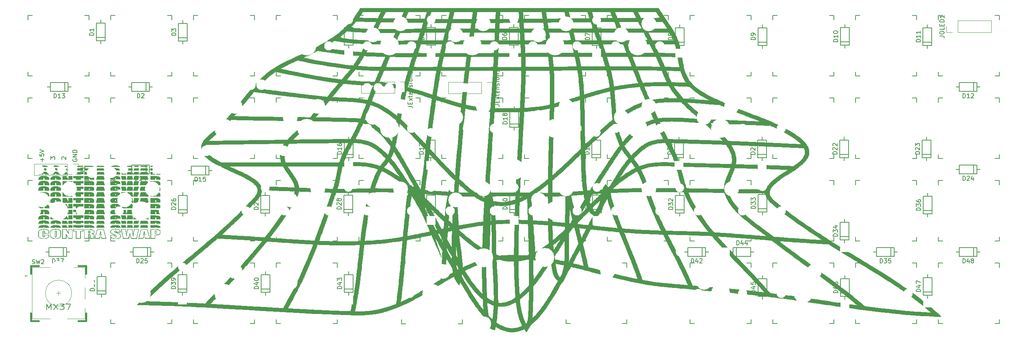
<source format=gto>
G04 #@! TF.GenerationSoftware,KiCad,Pcbnew,(5.1.5)-3*
G04 #@! TF.CreationDate,2022-02-19T00:44:22-06:00*
G04 #@! TF.ProjectId,Contra,436f6e74-7261-42e6-9b69-6361645f7063,rev?*
G04 #@! TF.SameCoordinates,Original*
G04 #@! TF.FileFunction,Legend,Top*
G04 #@! TF.FilePolarity,Positive*
%FSLAX46Y46*%
G04 Gerber Fmt 4.6, Leading zero omitted, Abs format (unit mm)*
G04 Created by KiCad (PCBNEW (5.1.5)-3) date 2022-02-19 00:44:22*
%MOMM*%
%LPD*%
G04 APERTURE LIST*
%ADD10C,0.150000*%
%ADD11C,0.010000*%
%ADD12C,0.381000*%
%ADD13C,0.120000*%
%ADD14C,0.203200*%
%ADD15R,2.000000X2.000000*%
%ADD16O,2.000000X2.000000*%
%ADD17C,2.101800*%
%ADD18C,4.387800*%
%ADD19C,3.400000*%
%ADD20C,2.686000*%
%ADD21C,2.400000*%
%ADD22C,2.432000*%
%ADD23C,4.800000*%
%ADD24C,1.100000*%
%ADD25C,3.448000*%
%ADD26C,3.600000*%
%ADD27R,2.400000X2.400000*%
%ADD28R,2.100000X2.100000*%
%ADD29O,2.100000X2.100000*%
G04 APERTURE END LIST*
D10*
X41410000Y-64261904D02*
X41362380Y-64357142D01*
X41362380Y-64500000D01*
X41410000Y-64642857D01*
X41505238Y-64738095D01*
X41600476Y-64785714D01*
X41790952Y-64833333D01*
X41933809Y-64833333D01*
X42124285Y-64785714D01*
X42219523Y-64738095D01*
X42314761Y-64642857D01*
X42362380Y-64500000D01*
X42362380Y-64404761D01*
X42314761Y-64261904D01*
X42267142Y-64214285D01*
X41933809Y-64214285D01*
X41933809Y-64404761D01*
X42362380Y-63785714D02*
X41362380Y-63785714D01*
X42362380Y-63214285D01*
X41362380Y-63214285D01*
X42362380Y-62738095D02*
X41362380Y-62738095D01*
X41362380Y-62500000D01*
X41410000Y-62357142D01*
X41505238Y-62261904D01*
X41600476Y-62214285D01*
X41790952Y-62166666D01*
X41933809Y-62166666D01*
X42124285Y-62214285D01*
X42219523Y-62261904D01*
X42314761Y-62357142D01*
X42362380Y-62500000D01*
X42362380Y-62738095D01*
X36282380Y-64341333D02*
X36282380Y-63722285D01*
X36663333Y-64055619D01*
X36663333Y-63912761D01*
X36710952Y-63817523D01*
X36758571Y-63769904D01*
X36853809Y-63722285D01*
X37091904Y-63722285D01*
X37187142Y-63769904D01*
X37234761Y-63817523D01*
X37282380Y-63912761D01*
X37282380Y-64198476D01*
X37234761Y-64293714D01*
X37187142Y-64341333D01*
X34361428Y-64785714D02*
X34361428Y-64023809D01*
X34742380Y-64404761D02*
X33980476Y-64404761D01*
X33742380Y-63071428D02*
X33742380Y-63547619D01*
X34218571Y-63595238D01*
X34170952Y-63547619D01*
X34123333Y-63452380D01*
X34123333Y-63214285D01*
X34170952Y-63119047D01*
X34218571Y-63071428D01*
X34313809Y-63023809D01*
X34551904Y-63023809D01*
X34647142Y-63071428D01*
X34694761Y-63119047D01*
X34742380Y-63214285D01*
X34742380Y-63452380D01*
X34694761Y-63547619D01*
X34647142Y-63595238D01*
X33742380Y-62738095D02*
X34742380Y-62404761D01*
X33742380Y-62071428D01*
X38917619Y-64293714D02*
X38870000Y-64246095D01*
X38822380Y-64150857D01*
X38822380Y-63912761D01*
X38870000Y-63817523D01*
X38917619Y-63769904D01*
X39012857Y-63722285D01*
X39108095Y-63722285D01*
X39250952Y-63769904D01*
X39822380Y-64341333D01*
X39822380Y-63722285D01*
D11*
G36*
X60376482Y-80807143D02*
G01*
X60446681Y-80812209D01*
X60501375Y-80820168D01*
X60543051Y-80831722D01*
X60574195Y-80847574D01*
X60597292Y-80868426D01*
X60598482Y-80869858D01*
X60623678Y-80900665D01*
X60626294Y-81074916D01*
X60627088Y-81133789D01*
X60627311Y-81178387D01*
X60626735Y-81211367D01*
X60625134Y-81235385D01*
X60622282Y-81253095D01*
X60617950Y-81267155D01*
X60611912Y-81280220D01*
X60608151Y-81287267D01*
X60588685Y-81315617D01*
X60563617Y-81336871D01*
X60530251Y-81352038D01*
X60485891Y-81362127D01*
X60427841Y-81368150D01*
X60386852Y-81370177D01*
X60274428Y-81374220D01*
X60274428Y-81340374D01*
X60310714Y-81340374D01*
X60396191Y-81336201D01*
X60445477Y-81332582D01*
X60482466Y-81326595D01*
X60512950Y-81317145D01*
X60525459Y-81311764D01*
X60546497Y-81300853D01*
X60562499Y-81288554D01*
X60574157Y-81272499D01*
X60582162Y-81250321D01*
X60587206Y-81219650D01*
X60589981Y-81178119D01*
X60591177Y-81123360D01*
X60591416Y-81085912D01*
X60591060Y-81022359D01*
X60589119Y-80973417D01*
X60585037Y-80936791D01*
X60578256Y-80910186D01*
X60568220Y-80891307D01*
X60554372Y-80877858D01*
X60538737Y-80868764D01*
X60511922Y-80859724D01*
X60472785Y-80851283D01*
X60427143Y-80844366D01*
X60380813Y-80839894D01*
X60349268Y-80838701D01*
X60310714Y-80838534D01*
X60310714Y-81340374D01*
X60274428Y-81340374D01*
X60274428Y-80802150D01*
X60376482Y-80807143D01*
G37*
X60376482Y-80807143D02*
X60446681Y-80812209D01*
X60501375Y-80820168D01*
X60543051Y-80831722D01*
X60574195Y-80847574D01*
X60597292Y-80868426D01*
X60598482Y-80869858D01*
X60623678Y-80900665D01*
X60626294Y-81074916D01*
X60627088Y-81133789D01*
X60627311Y-81178387D01*
X60626735Y-81211367D01*
X60625134Y-81235385D01*
X60622282Y-81253095D01*
X60617950Y-81267155D01*
X60611912Y-81280220D01*
X60608151Y-81287267D01*
X60588685Y-81315617D01*
X60563617Y-81336871D01*
X60530251Y-81352038D01*
X60485891Y-81362127D01*
X60427841Y-81368150D01*
X60386852Y-81370177D01*
X60274428Y-81374220D01*
X60274428Y-81340374D01*
X60310714Y-81340374D01*
X60396191Y-81336201D01*
X60445477Y-81332582D01*
X60482466Y-81326595D01*
X60512950Y-81317145D01*
X60525459Y-81311764D01*
X60546497Y-81300853D01*
X60562499Y-81288554D01*
X60574157Y-81272499D01*
X60582162Y-81250321D01*
X60587206Y-81219650D01*
X60589981Y-81178119D01*
X60591177Y-81123360D01*
X60591416Y-81085912D01*
X60591060Y-81022359D01*
X60589119Y-80973417D01*
X60585037Y-80936791D01*
X60578256Y-80910186D01*
X60568220Y-80891307D01*
X60554372Y-80877858D01*
X60538737Y-80868764D01*
X60511922Y-80859724D01*
X60472785Y-80851283D01*
X60427143Y-80844366D01*
X60380813Y-80839894D01*
X60349268Y-80838701D01*
X60310714Y-80838534D01*
X60310714Y-81340374D01*
X60274428Y-81340374D01*
X60274428Y-80802150D01*
X60376482Y-80807143D01*
G36*
X57805786Y-80859937D02*
G01*
X57808132Y-80866851D01*
X57808510Y-80868712D01*
X57811534Y-80885780D01*
X57816828Y-80917042D01*
X57823969Y-80959949D01*
X57832537Y-81011950D01*
X57842108Y-81070494D01*
X57852260Y-81133031D01*
X57852557Y-81134867D01*
X57862513Y-81194978D01*
X57873990Y-81261858D01*
X57886558Y-81333212D01*
X57899788Y-81406745D01*
X57913251Y-81480161D01*
X57926515Y-81551165D01*
X57939153Y-81617461D01*
X57950733Y-81676755D01*
X57960826Y-81726752D01*
X57969003Y-81765156D01*
X57974833Y-81789672D01*
X57975810Y-81793150D01*
X57981473Y-81812200D01*
X57582839Y-81812200D01*
X57588879Y-81775255D01*
X57625571Y-81775255D01*
X57634153Y-81776264D01*
X57657937Y-81777133D01*
X57693985Y-81777806D01*
X57739356Y-81778223D01*
X57780397Y-81778334D01*
X57836764Y-81778217D01*
X57877408Y-81777710D01*
X57904749Y-81776572D01*
X57921207Y-81774565D01*
X57929201Y-81771450D01*
X57931151Y-81766987D01*
X57930412Y-81763517D01*
X57926340Y-81747300D01*
X57919781Y-81716736D01*
X57911181Y-81674188D01*
X57900986Y-81622017D01*
X57889642Y-81562588D01*
X57877594Y-81498264D01*
X57865289Y-81431407D01*
X57853173Y-81364380D01*
X57841690Y-81299547D01*
X57831288Y-81239271D01*
X57829461Y-81228472D01*
X57820145Y-81173879D01*
X57811612Y-81125155D01*
X57804302Y-81084699D01*
X57798653Y-81054911D01*
X57795102Y-81038192D01*
X57794224Y-81035453D01*
X57790907Y-81041911D01*
X57784505Y-81062981D01*
X57775472Y-81096669D01*
X57764263Y-81140980D01*
X57751333Y-81193919D01*
X57737137Y-81253491D01*
X57722128Y-81317701D01*
X57706763Y-81384554D01*
X57691496Y-81452054D01*
X57676782Y-81518208D01*
X57663075Y-81581020D01*
X57650831Y-81638495D01*
X57640503Y-81688638D01*
X57632548Y-81729455D01*
X57627419Y-81758949D01*
X57625572Y-81775127D01*
X57625571Y-81775255D01*
X57588879Y-81775255D01*
X57595644Y-81733884D01*
X57606480Y-81673002D01*
X57621252Y-81598234D01*
X57639402Y-81512098D01*
X57660371Y-81417113D01*
X57683598Y-81315798D01*
X57708527Y-81210670D01*
X57734596Y-81104249D01*
X57741626Y-81076146D01*
X57759098Y-81007010D01*
X57773041Y-80952981D01*
X57783912Y-80912644D01*
X57792166Y-80884585D01*
X57798259Y-80867390D01*
X57802647Y-80859645D01*
X57805786Y-80859937D01*
G37*
X57805786Y-80859937D02*
X57808132Y-80866851D01*
X57808510Y-80868712D01*
X57811534Y-80885780D01*
X57816828Y-80917042D01*
X57823969Y-80959949D01*
X57832537Y-81011950D01*
X57842108Y-81070494D01*
X57852260Y-81133031D01*
X57852557Y-81134867D01*
X57862513Y-81194978D01*
X57873990Y-81261858D01*
X57886558Y-81333212D01*
X57899788Y-81406745D01*
X57913251Y-81480161D01*
X57926515Y-81551165D01*
X57939153Y-81617461D01*
X57950733Y-81676755D01*
X57960826Y-81726752D01*
X57969003Y-81765156D01*
X57974833Y-81789672D01*
X57975810Y-81793150D01*
X57981473Y-81812200D01*
X57582839Y-81812200D01*
X57588879Y-81775255D01*
X57625571Y-81775255D01*
X57634153Y-81776264D01*
X57657937Y-81777133D01*
X57693985Y-81777806D01*
X57739356Y-81778223D01*
X57780397Y-81778334D01*
X57836764Y-81778217D01*
X57877408Y-81777710D01*
X57904749Y-81776572D01*
X57921207Y-81774565D01*
X57929201Y-81771450D01*
X57931151Y-81766987D01*
X57930412Y-81763517D01*
X57926340Y-81747300D01*
X57919781Y-81716736D01*
X57911181Y-81674188D01*
X57900986Y-81622017D01*
X57889642Y-81562588D01*
X57877594Y-81498264D01*
X57865289Y-81431407D01*
X57853173Y-81364380D01*
X57841690Y-81299547D01*
X57831288Y-81239271D01*
X57829461Y-81228472D01*
X57820145Y-81173879D01*
X57811612Y-81125155D01*
X57804302Y-81084699D01*
X57798653Y-81054911D01*
X57795102Y-81038192D01*
X57794224Y-81035453D01*
X57790907Y-81041911D01*
X57784505Y-81062981D01*
X57775472Y-81096669D01*
X57764263Y-81140980D01*
X57751333Y-81193919D01*
X57737137Y-81253491D01*
X57722128Y-81317701D01*
X57706763Y-81384554D01*
X57691496Y-81452054D01*
X57676782Y-81518208D01*
X57663075Y-81581020D01*
X57650831Y-81638495D01*
X57640503Y-81688638D01*
X57632548Y-81729455D01*
X57627419Y-81758949D01*
X57625572Y-81775127D01*
X57625571Y-81775255D01*
X57588879Y-81775255D01*
X57595644Y-81733884D01*
X57606480Y-81673002D01*
X57621252Y-81598234D01*
X57639402Y-81512098D01*
X57660371Y-81417113D01*
X57683598Y-81315798D01*
X57708527Y-81210670D01*
X57734596Y-81104249D01*
X57741626Y-81076146D01*
X57759098Y-81007010D01*
X57773041Y-80952981D01*
X57783912Y-80912644D01*
X57792166Y-80884585D01*
X57798259Y-80867390D01*
X57802647Y-80859645D01*
X57805786Y-80859937D01*
G36*
X47745574Y-80859795D02*
G01*
X47747945Y-80866606D01*
X47748381Y-80868712D01*
X47751425Y-80885780D01*
X47756731Y-80917045D01*
X47763877Y-80959954D01*
X47772440Y-81011957D01*
X47782000Y-81070504D01*
X47792132Y-81133043D01*
X47792427Y-81134867D01*
X47802351Y-81194912D01*
X47813803Y-81261750D01*
X47826352Y-81333084D01*
X47839569Y-81406614D01*
X47853022Y-81480042D01*
X47866282Y-81551069D01*
X47878919Y-81617395D01*
X47890503Y-81676723D01*
X47900603Y-81726754D01*
X47908790Y-81765189D01*
X47914633Y-81789728D01*
X47915596Y-81793150D01*
X47921259Y-81812200D01*
X47522941Y-81812200D01*
X47528767Y-81775127D01*
X47565357Y-81775127D01*
X47565357Y-81775255D01*
X47573938Y-81776264D01*
X47597723Y-81777133D01*
X47633770Y-81777806D01*
X47679141Y-81778223D01*
X47720183Y-81778334D01*
X47776549Y-81778217D01*
X47817194Y-81777710D01*
X47844535Y-81776572D01*
X47860993Y-81774565D01*
X47868987Y-81771450D01*
X47870937Y-81766987D01*
X47870198Y-81763517D01*
X47866125Y-81747300D01*
X47859566Y-81716736D01*
X47850967Y-81674188D01*
X47840772Y-81622017D01*
X47829428Y-81562588D01*
X47817380Y-81498264D01*
X47805075Y-81431407D01*
X47792959Y-81364380D01*
X47781476Y-81299547D01*
X47771074Y-81239271D01*
X47769247Y-81228472D01*
X47759930Y-81173879D01*
X47751398Y-81125155D01*
X47744088Y-81084699D01*
X47738439Y-81054911D01*
X47734888Y-81038192D01*
X47734009Y-81035453D01*
X47730693Y-81041911D01*
X47724291Y-81062981D01*
X47715258Y-81096669D01*
X47704049Y-81140980D01*
X47691119Y-81193919D01*
X47676922Y-81253491D01*
X47661914Y-81317701D01*
X47646549Y-81384554D01*
X47631282Y-81452054D01*
X47616568Y-81518208D01*
X47602861Y-81581020D01*
X47590616Y-81638495D01*
X47580289Y-81688638D01*
X47572333Y-81729455D01*
X47567205Y-81758949D01*
X47565357Y-81775127D01*
X47528767Y-81775127D01*
X47535250Y-81733884D01*
X47544970Y-81677953D01*
X47558675Y-81607873D01*
X47575862Y-81525901D01*
X47596032Y-81434293D01*
X47618681Y-81335308D01*
X47643308Y-81231203D01*
X47669412Y-81124236D01*
X47681412Y-81076146D01*
X47698879Y-81007024D01*
X47712816Y-80953005D01*
X47723680Y-80912668D01*
X47731931Y-80884597D01*
X47738025Y-80867373D01*
X47742420Y-80859578D01*
X47745574Y-80859795D01*
G37*
X47745574Y-80859795D02*
X47747945Y-80866606D01*
X47748381Y-80868712D01*
X47751425Y-80885780D01*
X47756731Y-80917045D01*
X47763877Y-80959954D01*
X47772440Y-81011957D01*
X47782000Y-81070504D01*
X47792132Y-81133043D01*
X47792427Y-81134867D01*
X47802351Y-81194912D01*
X47813803Y-81261750D01*
X47826352Y-81333084D01*
X47839569Y-81406614D01*
X47853022Y-81480042D01*
X47866282Y-81551069D01*
X47878919Y-81617395D01*
X47890503Y-81676723D01*
X47900603Y-81726754D01*
X47908790Y-81765189D01*
X47914633Y-81789728D01*
X47915596Y-81793150D01*
X47921259Y-81812200D01*
X47522941Y-81812200D01*
X47528767Y-81775127D01*
X47565357Y-81775127D01*
X47565357Y-81775255D01*
X47573938Y-81776264D01*
X47597723Y-81777133D01*
X47633770Y-81777806D01*
X47679141Y-81778223D01*
X47720183Y-81778334D01*
X47776549Y-81778217D01*
X47817194Y-81777710D01*
X47844535Y-81776572D01*
X47860993Y-81774565D01*
X47868987Y-81771450D01*
X47870937Y-81766987D01*
X47870198Y-81763517D01*
X47866125Y-81747300D01*
X47859566Y-81716736D01*
X47850967Y-81674188D01*
X47840772Y-81622017D01*
X47829428Y-81562588D01*
X47817380Y-81498264D01*
X47805075Y-81431407D01*
X47792959Y-81364380D01*
X47781476Y-81299547D01*
X47771074Y-81239271D01*
X47769247Y-81228472D01*
X47759930Y-81173879D01*
X47751398Y-81125155D01*
X47744088Y-81084699D01*
X47738439Y-81054911D01*
X47734888Y-81038192D01*
X47734009Y-81035453D01*
X47730693Y-81041911D01*
X47724291Y-81062981D01*
X47715258Y-81096669D01*
X47704049Y-81140980D01*
X47691119Y-81193919D01*
X47676922Y-81253491D01*
X47661914Y-81317701D01*
X47646549Y-81384554D01*
X47631282Y-81452054D01*
X47616568Y-81518208D01*
X47602861Y-81581020D01*
X47590616Y-81638495D01*
X47580289Y-81688638D01*
X47572333Y-81729455D01*
X47567205Y-81758949D01*
X47565357Y-81775127D01*
X47528767Y-81775127D01*
X47535250Y-81733884D01*
X47544970Y-81677953D01*
X47558675Y-81607873D01*
X47575862Y-81525901D01*
X47596032Y-81434293D01*
X47618681Y-81335308D01*
X47643308Y-81231203D01*
X47669412Y-81124236D01*
X47681412Y-81076146D01*
X47698879Y-81007024D01*
X47712816Y-80953005D01*
X47723680Y-80912668D01*
X47731931Y-80884597D01*
X47738025Y-80867373D01*
X47742420Y-80859578D01*
X47745574Y-80859795D01*
G36*
X45086589Y-80807317D02*
G01*
X45147063Y-80811504D01*
X45193047Y-80817339D01*
X45228178Y-80825730D01*
X45256092Y-80837586D01*
X45280426Y-80853816D01*
X45283920Y-80856625D01*
X45303355Y-80875635D01*
X45317190Y-80897829D01*
X45326272Y-80926307D01*
X45331446Y-80964170D01*
X45333558Y-81014518D01*
X45333735Y-81039200D01*
X45331975Y-81107201D01*
X45326334Y-81160515D01*
X45316393Y-81201074D01*
X45301729Y-81230815D01*
X45288834Y-81245858D01*
X45268023Y-81261513D01*
X45241782Y-81273272D01*
X45207035Y-81281868D01*
X45160701Y-81288034D01*
X45099702Y-81292504D01*
X45091125Y-81292967D01*
X44989071Y-81298324D01*
X44989071Y-81264365D01*
X45025357Y-81264365D01*
X45100196Y-81258978D01*
X45141592Y-81254982D01*
X45181672Y-81249416D01*
X45212554Y-81243398D01*
X45215526Y-81242629D01*
X45244254Y-81231979D01*
X45265166Y-81216197D01*
X45279576Y-81192678D01*
X45288796Y-81158815D01*
X45294140Y-81112002D01*
X45295747Y-81083430D01*
X45297220Y-81015257D01*
X45293822Y-80961791D01*
X45283922Y-80921077D01*
X45265884Y-80891161D01*
X45238074Y-80870088D01*
X45198861Y-80855903D01*
X45146609Y-80846652D01*
X45093482Y-80841424D01*
X45025357Y-80836049D01*
X45025357Y-81264365D01*
X44989071Y-81264365D01*
X44989071Y-80802130D01*
X45086589Y-80807317D01*
G37*
X45086589Y-80807317D02*
X45147063Y-80811504D01*
X45193047Y-80817339D01*
X45228178Y-80825730D01*
X45256092Y-80837586D01*
X45280426Y-80853816D01*
X45283920Y-80856625D01*
X45303355Y-80875635D01*
X45317190Y-80897829D01*
X45326272Y-80926307D01*
X45331446Y-80964170D01*
X45333558Y-81014518D01*
X45333735Y-81039200D01*
X45331975Y-81107201D01*
X45326334Y-81160515D01*
X45316393Y-81201074D01*
X45301729Y-81230815D01*
X45288834Y-81245858D01*
X45268023Y-81261513D01*
X45241782Y-81273272D01*
X45207035Y-81281868D01*
X45160701Y-81288034D01*
X45099702Y-81292504D01*
X45091125Y-81292967D01*
X44989071Y-81298324D01*
X44989071Y-81264365D01*
X45025357Y-81264365D01*
X45100196Y-81258978D01*
X45141592Y-81254982D01*
X45181672Y-81249416D01*
X45212554Y-81243398D01*
X45215526Y-81242629D01*
X45244254Y-81231979D01*
X45265166Y-81216197D01*
X45279576Y-81192678D01*
X45288796Y-81158815D01*
X45294140Y-81112002D01*
X45295747Y-81083430D01*
X45297220Y-81015257D01*
X45293822Y-80961791D01*
X45283922Y-80921077D01*
X45265884Y-80891161D01*
X45238074Y-80870088D01*
X45198861Y-80855903D01*
X45146609Y-80846652D01*
X45093482Y-80841424D01*
X45025357Y-80836049D01*
X45025357Y-81264365D01*
X44989071Y-81264365D01*
X44989071Y-80802130D01*
X45086589Y-80807317D01*
G36*
X37465861Y-80760099D02*
G01*
X37502180Y-80770860D01*
X37529201Y-80789911D01*
X37551084Y-80819373D01*
X37555036Y-80826380D01*
X37558599Y-80833427D01*
X37561673Y-80841363D01*
X37564299Y-80851447D01*
X37566522Y-80864937D01*
X37568384Y-80883090D01*
X37569929Y-80907164D01*
X37571200Y-80938417D01*
X37572240Y-80978107D01*
X37573093Y-81027493D01*
X37573801Y-81087832D01*
X37574409Y-81160381D01*
X37574958Y-81246400D01*
X37575494Y-81347145D01*
X37575914Y-81433604D01*
X37576420Y-81561510D01*
X37576608Y-81673614D01*
X37576434Y-81771045D01*
X37575853Y-81854931D01*
X37574819Y-81926402D01*
X37573287Y-81986587D01*
X37571212Y-82036616D01*
X37568550Y-82077616D01*
X37565254Y-82110718D01*
X37561280Y-82137050D01*
X37556583Y-82157741D01*
X37551117Y-82173921D01*
X37545883Y-82184880D01*
X37522190Y-82210497D01*
X37485747Y-82229473D01*
X37440784Y-82241128D01*
X37391533Y-82244785D01*
X37342224Y-82239764D01*
X37297088Y-82225386D01*
X37296154Y-82224950D01*
X37284013Y-82219408D01*
X37273415Y-82214222D01*
X37264255Y-82208268D01*
X37256430Y-82200425D01*
X37249833Y-82189567D01*
X37244362Y-82174573D01*
X37239910Y-82154320D01*
X37236373Y-82127684D01*
X37233647Y-82093543D01*
X37231626Y-82050774D01*
X37230207Y-81998252D01*
X37229284Y-81934856D01*
X37228752Y-81859463D01*
X37228507Y-81770949D01*
X37228445Y-81668191D01*
X37228450Y-81626369D01*
X37264745Y-81626369D01*
X37264794Y-81733754D01*
X37264993Y-81826436D01*
X37265441Y-81905533D01*
X37266234Y-81972158D01*
X37267468Y-82027428D01*
X37269240Y-82072459D01*
X37271648Y-82108365D01*
X37274788Y-82136264D01*
X37278757Y-82157269D01*
X37283651Y-82172498D01*
X37289569Y-82183065D01*
X37296606Y-82190086D01*
X37304860Y-82194677D01*
X37314427Y-82197953D01*
X37325341Y-82201013D01*
X37356721Y-82206055D01*
X37395707Y-82206961D01*
X37435709Y-82204158D01*
X37470133Y-82198069D01*
X37490519Y-82190367D01*
X37498935Y-82184704D01*
X37506267Y-82177942D01*
X37512589Y-82168945D01*
X37517976Y-82156576D01*
X37522501Y-82139698D01*
X37526239Y-82117176D01*
X37529263Y-82087872D01*
X37531648Y-82050649D01*
X37533467Y-82004371D01*
X37534795Y-81947902D01*
X37535706Y-81880104D01*
X37536274Y-81799841D01*
X37536573Y-81705977D01*
X37536676Y-81597374D01*
X37536662Y-81482000D01*
X37536478Y-81351166D01*
X37536034Y-81234727D01*
X37535336Y-81133021D01*
X37534389Y-81046384D01*
X37533197Y-80975152D01*
X37531766Y-80919662D01*
X37530102Y-80880251D01*
X37528208Y-80857256D01*
X37527102Y-80851807D01*
X37506305Y-80820745D01*
X37471537Y-80800007D01*
X37423565Y-80790044D01*
X37421608Y-80789893D01*
X37366004Y-80790925D01*
X37323380Y-80803354D01*
X37293047Y-80827443D01*
X37282893Y-80842767D01*
X37279476Y-80849577D01*
X37276517Y-80857155D01*
X37273983Y-80866699D01*
X37271841Y-80879409D01*
X37270059Y-80896483D01*
X37268603Y-80919122D01*
X37267441Y-80948524D01*
X37266539Y-80985889D01*
X37265864Y-81032416D01*
X37265385Y-81089303D01*
X37265066Y-81157751D01*
X37264877Y-81238959D01*
X37264783Y-81334126D01*
X37264752Y-81444451D01*
X37264750Y-81503167D01*
X37264745Y-81626369D01*
X37228450Y-81626369D01*
X37228460Y-81550067D01*
X37228464Y-81498934D01*
X37228476Y-81379638D01*
X37228534Y-81276090D01*
X37228669Y-81187103D01*
X37228913Y-81111492D01*
X37229299Y-81048069D01*
X37229857Y-80995650D01*
X37230622Y-80953048D01*
X37231623Y-80919078D01*
X37232894Y-80892552D01*
X37234465Y-80872285D01*
X37236370Y-80857092D01*
X37238640Y-80845786D01*
X37241308Y-80837180D01*
X37244404Y-80830090D01*
X37246607Y-80825834D01*
X37273341Y-80791551D01*
X37311244Y-80768799D01*
X37361489Y-80757091D01*
X37416084Y-80755506D01*
X37465861Y-80760099D01*
G37*
X37465861Y-80760099D02*
X37502180Y-80770860D01*
X37529201Y-80789911D01*
X37551084Y-80819373D01*
X37555036Y-80826380D01*
X37558599Y-80833427D01*
X37561673Y-80841363D01*
X37564299Y-80851447D01*
X37566522Y-80864937D01*
X37568384Y-80883090D01*
X37569929Y-80907164D01*
X37571200Y-80938417D01*
X37572240Y-80978107D01*
X37573093Y-81027493D01*
X37573801Y-81087832D01*
X37574409Y-81160381D01*
X37574958Y-81246400D01*
X37575494Y-81347145D01*
X37575914Y-81433604D01*
X37576420Y-81561510D01*
X37576608Y-81673614D01*
X37576434Y-81771045D01*
X37575853Y-81854931D01*
X37574819Y-81926402D01*
X37573287Y-81986587D01*
X37571212Y-82036616D01*
X37568550Y-82077616D01*
X37565254Y-82110718D01*
X37561280Y-82137050D01*
X37556583Y-82157741D01*
X37551117Y-82173921D01*
X37545883Y-82184880D01*
X37522190Y-82210497D01*
X37485747Y-82229473D01*
X37440784Y-82241128D01*
X37391533Y-82244785D01*
X37342224Y-82239764D01*
X37297088Y-82225386D01*
X37296154Y-82224950D01*
X37284013Y-82219408D01*
X37273415Y-82214222D01*
X37264255Y-82208268D01*
X37256430Y-82200425D01*
X37249833Y-82189567D01*
X37244362Y-82174573D01*
X37239910Y-82154320D01*
X37236373Y-82127684D01*
X37233647Y-82093543D01*
X37231626Y-82050774D01*
X37230207Y-81998252D01*
X37229284Y-81934856D01*
X37228752Y-81859463D01*
X37228507Y-81770949D01*
X37228445Y-81668191D01*
X37228450Y-81626369D01*
X37264745Y-81626369D01*
X37264794Y-81733754D01*
X37264993Y-81826436D01*
X37265441Y-81905533D01*
X37266234Y-81972158D01*
X37267468Y-82027428D01*
X37269240Y-82072459D01*
X37271648Y-82108365D01*
X37274788Y-82136264D01*
X37278757Y-82157269D01*
X37283651Y-82172498D01*
X37289569Y-82183065D01*
X37296606Y-82190086D01*
X37304860Y-82194677D01*
X37314427Y-82197953D01*
X37325341Y-82201013D01*
X37356721Y-82206055D01*
X37395707Y-82206961D01*
X37435709Y-82204158D01*
X37470133Y-82198069D01*
X37490519Y-82190367D01*
X37498935Y-82184704D01*
X37506267Y-82177942D01*
X37512589Y-82168945D01*
X37517976Y-82156576D01*
X37522501Y-82139698D01*
X37526239Y-82117176D01*
X37529263Y-82087872D01*
X37531648Y-82050649D01*
X37533467Y-82004371D01*
X37534795Y-81947902D01*
X37535706Y-81880104D01*
X37536274Y-81799841D01*
X37536573Y-81705977D01*
X37536676Y-81597374D01*
X37536662Y-81482000D01*
X37536478Y-81351166D01*
X37536034Y-81234727D01*
X37535336Y-81133021D01*
X37534389Y-81046384D01*
X37533197Y-80975152D01*
X37531766Y-80919662D01*
X37530102Y-80880251D01*
X37528208Y-80857256D01*
X37527102Y-80851807D01*
X37506305Y-80820745D01*
X37471537Y-80800007D01*
X37423565Y-80790044D01*
X37421608Y-80789893D01*
X37366004Y-80790925D01*
X37323380Y-80803354D01*
X37293047Y-80827443D01*
X37282893Y-80842767D01*
X37279476Y-80849577D01*
X37276517Y-80857155D01*
X37273983Y-80866699D01*
X37271841Y-80879409D01*
X37270059Y-80896483D01*
X37268603Y-80919122D01*
X37267441Y-80948524D01*
X37266539Y-80985889D01*
X37265864Y-81032416D01*
X37265385Y-81089303D01*
X37265066Y-81157751D01*
X37264877Y-81238959D01*
X37264783Y-81334126D01*
X37264752Y-81444451D01*
X37264750Y-81503167D01*
X37264745Y-81626369D01*
X37228450Y-81626369D01*
X37228460Y-81550067D01*
X37228464Y-81498934D01*
X37228476Y-81379638D01*
X37228534Y-81276090D01*
X37228669Y-81187103D01*
X37228913Y-81111492D01*
X37229299Y-81048069D01*
X37229857Y-80995650D01*
X37230622Y-80953048D01*
X37231623Y-80919078D01*
X37232894Y-80892552D01*
X37234465Y-80872285D01*
X37236370Y-80857092D01*
X37238640Y-80845786D01*
X37241308Y-80837180D01*
X37244404Y-80830090D01*
X37246607Y-80825834D01*
X37273341Y-80791551D01*
X37311244Y-80768799D01*
X37361489Y-80757091D01*
X37416084Y-80755506D01*
X37465861Y-80760099D01*
G36*
X60136964Y-65786716D02*
G01*
X60293928Y-65788353D01*
X60435808Y-65791004D01*
X60562040Y-65794654D01*
X60672059Y-65799290D01*
X60765301Y-65804897D01*
X60841202Y-65811460D01*
X60864985Y-65814154D01*
X60971944Y-65830356D01*
X61069606Y-65851376D01*
X61156022Y-65876604D01*
X61229242Y-65905430D01*
X61287313Y-65937243D01*
X61308571Y-65952851D01*
X61340321Y-65978845D01*
X60308149Y-65979189D01*
X59275977Y-65979534D01*
X59281107Y-65789034D01*
X59780036Y-65786541D01*
X59965478Y-65786107D01*
X60136964Y-65786716D01*
G37*
X60136964Y-65786716D02*
X60293928Y-65788353D01*
X60435808Y-65791004D01*
X60562040Y-65794654D01*
X60672059Y-65799290D01*
X60765301Y-65804897D01*
X60841202Y-65811460D01*
X60864985Y-65814154D01*
X60971944Y-65830356D01*
X61069606Y-65851376D01*
X61156022Y-65876604D01*
X61229242Y-65905430D01*
X61287313Y-65937243D01*
X61308571Y-65952851D01*
X61340321Y-65978845D01*
X60308149Y-65979189D01*
X59275977Y-65979534D01*
X59281107Y-65789034D01*
X59780036Y-65786541D01*
X59965478Y-65786107D01*
X60136964Y-65786716D01*
G36*
X58511953Y-65860455D02*
G01*
X58521867Y-65896194D01*
X58530569Y-65928351D01*
X58536565Y-65951374D01*
X58537620Y-65955705D01*
X58543227Y-65979534D01*
X56981954Y-65979534D01*
X56987751Y-65952017D01*
X56992824Y-65930628D01*
X57000979Y-65899046D01*
X57010615Y-65863441D01*
X57012470Y-65856767D01*
X57031393Y-65789034D01*
X58491893Y-65789034D01*
X58511953Y-65860455D01*
G37*
X58511953Y-65860455D02*
X58521867Y-65896194D01*
X58530569Y-65928351D01*
X58536565Y-65951374D01*
X58537620Y-65955705D01*
X58543227Y-65979534D01*
X56981954Y-65979534D01*
X56987751Y-65952017D01*
X56992824Y-65930628D01*
X57000979Y-65899046D01*
X57010615Y-65863441D01*
X57012470Y-65856767D01*
X57031393Y-65789034D01*
X58491893Y-65789034D01*
X58511953Y-65860455D01*
G36*
X56117266Y-65784816D02*
G01*
X56207240Y-65784894D01*
X56281919Y-65785082D01*
X56342727Y-65785428D01*
X56391086Y-65785979D01*
X56428422Y-65786783D01*
X56456157Y-65787888D01*
X56475715Y-65789341D01*
X56488520Y-65791189D01*
X56495996Y-65793481D01*
X56499566Y-65796263D01*
X56500655Y-65799584D01*
X56500714Y-65801180D01*
X56498884Y-65817012D01*
X56493989Y-65844905D01*
X56486923Y-65880392D01*
X56478580Y-65919009D01*
X56469854Y-65956291D01*
X56468819Y-65960484D01*
X56464083Y-65979534D01*
X55468674Y-65979534D01*
X55490434Y-65892750D01*
X55499847Y-65855739D01*
X55508062Y-65824411D01*
X55514020Y-65802747D01*
X55516312Y-65795384D01*
X55520929Y-65792976D01*
X55533544Y-65790937D01*
X55555342Y-65789240D01*
X55587507Y-65787860D01*
X55631224Y-65786771D01*
X55687676Y-65785949D01*
X55758047Y-65785367D01*
X55843522Y-65785001D01*
X55945284Y-65784825D01*
X56010572Y-65784800D01*
X56117266Y-65784816D01*
G37*
X56117266Y-65784816D02*
X56207240Y-65784894D01*
X56281919Y-65785082D01*
X56342727Y-65785428D01*
X56391086Y-65785979D01*
X56428422Y-65786783D01*
X56456157Y-65787888D01*
X56475715Y-65789341D01*
X56488520Y-65791189D01*
X56495996Y-65793481D01*
X56499566Y-65796263D01*
X56500655Y-65799584D01*
X56500714Y-65801180D01*
X56498884Y-65817012D01*
X56493989Y-65844905D01*
X56486923Y-65880392D01*
X56478580Y-65919009D01*
X56469854Y-65956291D01*
X56468819Y-65960484D01*
X56464083Y-65979534D01*
X55468674Y-65979534D01*
X55490434Y-65892750D01*
X55499847Y-65855739D01*
X55508062Y-65824411D01*
X55514020Y-65802747D01*
X55516312Y-65795384D01*
X55520929Y-65792976D01*
X55533544Y-65790937D01*
X55555342Y-65789240D01*
X55587507Y-65787860D01*
X55631224Y-65786771D01*
X55687676Y-65785949D01*
X55758047Y-65785367D01*
X55843522Y-65785001D01*
X55945284Y-65784825D01*
X56010572Y-65784800D01*
X56117266Y-65784816D01*
G36*
X54429384Y-65786604D02*
G01*
X54505285Y-65786847D01*
X55026121Y-65789034D01*
X55041675Y-65873700D01*
X55048297Y-65910452D01*
X55053637Y-65941423D01*
X55056998Y-65962502D01*
X55057793Y-65968950D01*
X55054441Y-65971189D01*
X55043389Y-65973110D01*
X55023531Y-65974734D01*
X54993759Y-65976082D01*
X54952965Y-65977173D01*
X54900042Y-65978030D01*
X54833883Y-65978673D01*
X54753379Y-65979122D01*
X54657423Y-65979398D01*
X54544908Y-65979522D01*
X54491220Y-65979534D01*
X53924083Y-65979534D01*
X53928795Y-65960484D01*
X53943278Y-65902445D01*
X53954458Y-65858977D01*
X53962898Y-65828105D01*
X53969159Y-65807854D01*
X53973803Y-65796250D01*
X53976804Y-65791797D01*
X53987038Y-65790525D01*
X54013780Y-65789401D01*
X54055396Y-65788440D01*
X54110252Y-65787656D01*
X54176712Y-65787065D01*
X54253144Y-65786683D01*
X54337913Y-65786524D01*
X54429384Y-65786604D01*
G37*
X54429384Y-65786604D02*
X54505285Y-65786847D01*
X55026121Y-65789034D01*
X55041675Y-65873700D01*
X55048297Y-65910452D01*
X55053637Y-65941423D01*
X55056998Y-65962502D01*
X55057793Y-65968950D01*
X55054441Y-65971189D01*
X55043389Y-65973110D01*
X55023531Y-65974734D01*
X54993759Y-65976082D01*
X54952965Y-65977173D01*
X54900042Y-65978030D01*
X54833883Y-65978673D01*
X54753379Y-65979122D01*
X54657423Y-65979398D01*
X54544908Y-65979522D01*
X54491220Y-65979534D01*
X53924083Y-65979534D01*
X53928795Y-65960484D01*
X53943278Y-65902445D01*
X53954458Y-65858977D01*
X53962898Y-65828105D01*
X53969159Y-65807854D01*
X53973803Y-65796250D01*
X53976804Y-65791797D01*
X53987038Y-65790525D01*
X54013780Y-65789401D01*
X54055396Y-65788440D01*
X54110252Y-65787656D01*
X54176712Y-65787065D01*
X54253144Y-65786683D01*
X54337913Y-65786524D01*
X54429384Y-65786604D01*
G36*
X53001255Y-65786844D02*
G01*
X53493225Y-65789034D01*
X53503926Y-65861000D01*
X53508995Y-65897163D01*
X53512983Y-65929491D01*
X53515207Y-65952320D01*
X53515421Y-65956250D01*
X53516214Y-65979534D01*
X52546858Y-65979534D01*
X52536479Y-65930850D01*
X52529099Y-65897934D01*
X52521530Y-65866792D01*
X52517744Y-65852534D01*
X52511956Y-65826731D01*
X52509347Y-65804687D01*
X52509336Y-65803777D01*
X52509286Y-65784654D01*
X53001255Y-65786844D01*
G37*
X53001255Y-65786844D02*
X53493225Y-65789034D01*
X53503926Y-65861000D01*
X53508995Y-65897163D01*
X53512983Y-65929491D01*
X53515207Y-65952320D01*
X53515421Y-65956250D01*
X53516214Y-65979534D01*
X52546858Y-65979534D01*
X52536479Y-65930850D01*
X52529099Y-65897934D01*
X52521530Y-65866792D01*
X52517744Y-65852534D01*
X52511956Y-65826731D01*
X52509347Y-65804687D01*
X52509336Y-65803777D01*
X52509286Y-65784654D01*
X53001255Y-65786844D01*
G36*
X51356738Y-65750639D02*
G01*
X51494688Y-65761983D01*
X51626078Y-65778754D01*
X51749043Y-65800718D01*
X51861717Y-65827639D01*
X51962236Y-65859283D01*
X52048734Y-65895415D01*
X52114954Y-65932835D01*
X52142381Y-65951545D01*
X52162956Y-65966428D01*
X52173136Y-65974891D01*
X52173643Y-65975728D01*
X52164763Y-65976229D01*
X52138892Y-65976706D01*
X52097182Y-65977153D01*
X52040782Y-65977568D01*
X51970846Y-65977945D01*
X51888524Y-65978282D01*
X51794967Y-65978575D01*
X51691329Y-65978818D01*
X51578758Y-65979009D01*
X51458408Y-65979143D01*
X51331430Y-65979216D01*
X51198975Y-65979224D01*
X51164446Y-65979216D01*
X50155250Y-65978898D01*
X50191536Y-65949637D01*
X50250627Y-65910118D01*
X50325493Y-65873413D01*
X50413906Y-65840229D01*
X50513638Y-65811272D01*
X50622463Y-65787246D01*
X50738153Y-65768859D01*
X50776643Y-65764239D01*
X50922180Y-65751523D01*
X51068619Y-65745174D01*
X51214093Y-65744958D01*
X51356738Y-65750639D01*
G37*
X51356738Y-65750639D02*
X51494688Y-65761983D01*
X51626078Y-65778754D01*
X51749043Y-65800718D01*
X51861717Y-65827639D01*
X51962236Y-65859283D01*
X52048734Y-65895415D01*
X52114954Y-65932835D01*
X52142381Y-65951545D01*
X52162956Y-65966428D01*
X52173136Y-65974891D01*
X52173643Y-65975728D01*
X52164763Y-65976229D01*
X52138892Y-65976706D01*
X52097182Y-65977153D01*
X52040782Y-65977568D01*
X51970846Y-65977945D01*
X51888524Y-65978282D01*
X51794967Y-65978575D01*
X51691329Y-65978818D01*
X51578758Y-65979009D01*
X51458408Y-65979143D01*
X51331430Y-65979216D01*
X51198975Y-65979224D01*
X51164446Y-65979216D01*
X50155250Y-65978898D01*
X50191536Y-65949637D01*
X50250627Y-65910118D01*
X50325493Y-65873413D01*
X50413906Y-65840229D01*
X50513638Y-65811272D01*
X50622463Y-65787246D01*
X50738153Y-65768859D01*
X50776643Y-65764239D01*
X50922180Y-65751523D01*
X51068619Y-65745174D01*
X51214093Y-65744958D01*
X51356738Y-65750639D01*
G36*
X48435322Y-65816500D02*
G01*
X48441957Y-65840482D01*
X48451141Y-65874036D01*
X48460999Y-65910313D01*
X48461974Y-65913917D01*
X48479718Y-65979534D01*
X47700502Y-65979534D01*
X47558528Y-65979488D01*
X47433743Y-65979341D01*
X47325196Y-65979082D01*
X47231933Y-65978696D01*
X47153001Y-65978170D01*
X47087448Y-65977493D01*
X47034321Y-65976650D01*
X46992666Y-65975629D01*
X46961532Y-65974418D01*
X46939965Y-65973002D01*
X46927013Y-65971369D01*
X46921722Y-65969507D01*
X46921484Y-65968950D01*
X46923516Y-65956630D01*
X46928839Y-65931872D01*
X46936554Y-65898711D01*
X46942641Y-65873700D01*
X46963599Y-65789034D01*
X48426415Y-65784700D01*
X48435322Y-65816500D01*
G37*
X48435322Y-65816500D02*
X48441957Y-65840482D01*
X48451141Y-65874036D01*
X48460999Y-65910313D01*
X48461974Y-65913917D01*
X48479718Y-65979534D01*
X47700502Y-65979534D01*
X47558528Y-65979488D01*
X47433743Y-65979341D01*
X47325196Y-65979082D01*
X47231933Y-65978696D01*
X47153001Y-65978170D01*
X47087448Y-65977493D01*
X47034321Y-65976650D01*
X46992666Y-65975629D01*
X46961532Y-65974418D01*
X46939965Y-65973002D01*
X46927013Y-65971369D01*
X46921722Y-65969507D01*
X46921484Y-65968950D01*
X46923516Y-65956630D01*
X46928839Y-65931872D01*
X46936554Y-65898711D01*
X46942641Y-65873700D01*
X46963599Y-65789034D01*
X48426415Y-65784700D01*
X48435322Y-65816500D01*
G36*
X44633515Y-65790430D02*
G01*
X44801227Y-65790980D01*
X44951958Y-65791898D01*
X45086867Y-65793246D01*
X45207114Y-65795088D01*
X45313859Y-65797486D01*
X45408261Y-65800505D01*
X45491478Y-65804206D01*
X45564670Y-65808654D01*
X45628997Y-65813910D01*
X45685618Y-65820038D01*
X45735692Y-65827101D01*
X45780378Y-65835163D01*
X45820836Y-65844285D01*
X45858225Y-65854531D01*
X45868106Y-65857549D01*
X45928222Y-65879339D01*
X45987753Y-65906286D01*
X46040513Y-65935367D01*
X46073107Y-65957685D01*
X46100321Y-65978925D01*
X45045471Y-65979229D01*
X43990620Y-65979534D01*
X43995750Y-65789034D01*
X44633515Y-65790430D01*
G37*
X44633515Y-65790430D02*
X44801227Y-65790980D01*
X44951958Y-65791898D01*
X45086867Y-65793246D01*
X45207114Y-65795088D01*
X45313859Y-65797486D01*
X45408261Y-65800505D01*
X45491478Y-65804206D01*
X45564670Y-65808654D01*
X45628997Y-65813910D01*
X45685618Y-65820038D01*
X45735692Y-65827101D01*
X45780378Y-65835163D01*
X45820836Y-65844285D01*
X45858225Y-65854531D01*
X45868106Y-65857549D01*
X45928222Y-65879339D01*
X45987753Y-65906286D01*
X46040513Y-65935367D01*
X46073107Y-65957685D01*
X46100321Y-65978925D01*
X45045471Y-65979229D01*
X43990620Y-65979534D01*
X43995750Y-65789034D01*
X44633515Y-65790430D01*
G36*
X43719071Y-65979534D02*
G01*
X41514714Y-65979534D01*
X41514714Y-65784800D01*
X43719071Y-65784800D01*
X43719071Y-65979534D01*
G37*
X43719071Y-65979534D02*
X41514714Y-65979534D01*
X41514714Y-65784800D01*
X43719071Y-65784800D01*
X43719071Y-65979534D01*
G36*
X41242571Y-65979534D02*
G01*
X40389263Y-65979534D01*
X40394393Y-65789034D01*
X40818482Y-65786833D01*
X41242571Y-65784633D01*
X41242571Y-65979534D01*
G37*
X41242571Y-65979534D02*
X40389263Y-65979534D01*
X40394393Y-65789034D01*
X40818482Y-65786833D01*
X41242571Y-65784633D01*
X41242571Y-65979534D01*
G36*
X39890087Y-65877200D02*
G01*
X39911100Y-65912761D01*
X39928439Y-65942806D01*
X39940410Y-65964350D01*
X39945319Y-65974406D01*
X39945357Y-65974649D01*
X39936564Y-65975579D01*
X39911295Y-65976450D01*
X39871219Y-65977246D01*
X39818004Y-65977951D01*
X39753316Y-65978547D01*
X39678824Y-65979018D01*
X39596196Y-65979346D01*
X39507099Y-65979514D01*
X39464274Y-65979534D01*
X38983191Y-65979534D01*
X38988321Y-65789034D01*
X39411569Y-65786834D01*
X39834816Y-65784634D01*
X39890087Y-65877200D01*
G37*
X39890087Y-65877200D02*
X39911100Y-65912761D01*
X39928439Y-65942806D01*
X39940410Y-65964350D01*
X39945319Y-65974406D01*
X39945357Y-65974649D01*
X39936564Y-65975579D01*
X39911295Y-65976450D01*
X39871219Y-65977246D01*
X39818004Y-65977951D01*
X39753316Y-65978547D01*
X39678824Y-65979018D01*
X39596196Y-65979346D01*
X39507099Y-65979514D01*
X39464274Y-65979534D01*
X38983191Y-65979534D01*
X38988321Y-65789034D01*
X39411569Y-65786834D01*
X39834816Y-65784634D01*
X39890087Y-65877200D01*
G36*
X37618323Y-65752223D02*
G01*
X37773816Y-65767890D01*
X37909743Y-65789290D01*
X38000369Y-65809141D01*
X38088868Y-65834038D01*
X38171967Y-65862748D01*
X38246392Y-65894038D01*
X38308870Y-65926676D01*
X38351517Y-65955651D01*
X38380536Y-65978845D01*
X37403089Y-65979189D01*
X37271579Y-65979200D01*
X37145270Y-65979141D01*
X37025333Y-65979016D01*
X36912937Y-65978830D01*
X36809254Y-65978587D01*
X36715452Y-65978291D01*
X36632701Y-65977947D01*
X36562173Y-65977559D01*
X36505036Y-65977130D01*
X36462461Y-65976666D01*
X36435618Y-65976171D01*
X36425676Y-65975648D01*
X36425643Y-65975616D01*
X36433163Y-65967286D01*
X36453426Y-65953248D01*
X36482981Y-65935434D01*
X36518381Y-65915777D01*
X36556176Y-65896208D01*
X36592918Y-65878662D01*
X36617725Y-65867985D01*
X36732689Y-65828425D01*
X36861399Y-65796269D01*
X37001205Y-65771681D01*
X37149452Y-65754820D01*
X37303489Y-65745849D01*
X37460664Y-65744930D01*
X37618323Y-65752223D01*
G37*
X37618323Y-65752223D02*
X37773816Y-65767890D01*
X37909743Y-65789290D01*
X38000369Y-65809141D01*
X38088868Y-65834038D01*
X38171967Y-65862748D01*
X38246392Y-65894038D01*
X38308870Y-65926676D01*
X38351517Y-65955651D01*
X38380536Y-65978845D01*
X37403089Y-65979189D01*
X37271579Y-65979200D01*
X37145270Y-65979141D01*
X37025333Y-65979016D01*
X36912937Y-65978830D01*
X36809254Y-65978587D01*
X36715452Y-65978291D01*
X36632701Y-65977947D01*
X36562173Y-65977559D01*
X36505036Y-65977130D01*
X36462461Y-65976666D01*
X36435618Y-65976171D01*
X36425676Y-65975648D01*
X36425643Y-65975616D01*
X36433163Y-65967286D01*
X36453426Y-65953248D01*
X36482981Y-65935434D01*
X36518381Y-65915777D01*
X36556176Y-65896208D01*
X36592918Y-65878662D01*
X36617725Y-65867985D01*
X36732689Y-65828425D01*
X36861399Y-65796269D01*
X37001205Y-65771681D01*
X37149452Y-65754820D01*
X37303489Y-65745849D01*
X37460664Y-65744930D01*
X37618323Y-65752223D01*
G36*
X34831357Y-65749744D02*
G01*
X35000352Y-65762921D01*
X35153582Y-65783214D01*
X35291833Y-65810808D01*
X35415892Y-65845888D01*
X35526548Y-65888638D01*
X35616018Y-65934224D01*
X35645773Y-65951832D01*
X35668515Y-65966044D01*
X35680679Y-65974598D01*
X35681786Y-65975902D01*
X35672906Y-65976383D01*
X35647036Y-65976846D01*
X35605327Y-65977285D01*
X35548932Y-65977698D01*
X35479002Y-65978080D01*
X35396690Y-65978426D01*
X35303148Y-65978733D01*
X35199528Y-65978997D01*
X35086981Y-65979212D01*
X34966661Y-65979376D01*
X34839719Y-65979484D01*
X34707308Y-65979531D01*
X34673746Y-65979534D01*
X34516182Y-65979517D01*
X34375801Y-65979460D01*
X34251642Y-65979349D01*
X34142744Y-65979171D01*
X34048148Y-65978914D01*
X33966893Y-65978566D01*
X33898019Y-65978113D01*
X33840565Y-65977543D01*
X33793571Y-65976843D01*
X33756077Y-65976000D01*
X33727122Y-65975003D01*
X33705746Y-65973837D01*
X33690989Y-65972491D01*
X33681890Y-65970952D01*
X33677488Y-65969207D01*
X33676825Y-65967244D01*
X33677400Y-65966383D01*
X33695793Y-65951662D01*
X33727231Y-65932623D01*
X33767902Y-65911201D01*
X33813989Y-65889328D01*
X33861679Y-65868938D01*
X33894167Y-65856513D01*
X34024367Y-65816514D01*
X34168247Y-65785105D01*
X34323705Y-65762523D01*
X34488637Y-65749009D01*
X34660939Y-65744802D01*
X34831357Y-65749744D01*
G37*
X34831357Y-65749744D02*
X35000352Y-65762921D01*
X35153582Y-65783214D01*
X35291833Y-65810808D01*
X35415892Y-65845888D01*
X35526548Y-65888638D01*
X35616018Y-65934224D01*
X35645773Y-65951832D01*
X35668515Y-65966044D01*
X35680679Y-65974598D01*
X35681786Y-65975902D01*
X35672906Y-65976383D01*
X35647036Y-65976846D01*
X35605327Y-65977285D01*
X35548932Y-65977698D01*
X35479002Y-65978080D01*
X35396690Y-65978426D01*
X35303148Y-65978733D01*
X35199528Y-65978997D01*
X35086981Y-65979212D01*
X34966661Y-65979376D01*
X34839719Y-65979484D01*
X34707308Y-65979531D01*
X34673746Y-65979534D01*
X34516182Y-65979517D01*
X34375801Y-65979460D01*
X34251642Y-65979349D01*
X34142744Y-65979171D01*
X34048148Y-65978914D01*
X33966893Y-65978566D01*
X33898019Y-65978113D01*
X33840565Y-65977543D01*
X33793571Y-65976843D01*
X33756077Y-65976000D01*
X33727122Y-65975003D01*
X33705746Y-65973837D01*
X33690989Y-65972491D01*
X33681890Y-65970952D01*
X33677488Y-65969207D01*
X33676825Y-65967244D01*
X33677400Y-65966383D01*
X33695793Y-65951662D01*
X33727231Y-65932623D01*
X33767902Y-65911201D01*
X33813989Y-65889328D01*
X33861679Y-65868938D01*
X33894167Y-65856513D01*
X34024367Y-65816514D01*
X34168247Y-65785105D01*
X34323705Y-65762523D01*
X34488637Y-65749009D01*
X34660939Y-65744802D01*
X34831357Y-65749744D01*
G36*
X59814053Y-66394577D02*
G01*
X59992782Y-66394934D01*
X60154500Y-66395945D01*
X60300327Y-66397699D01*
X60431387Y-66400288D01*
X60548800Y-66403803D01*
X60653688Y-66408336D01*
X60747172Y-66413976D01*
X60830374Y-66420815D01*
X60904417Y-66428945D01*
X60970420Y-66438456D01*
X61029506Y-66449439D01*
X61082796Y-66461986D01*
X61131412Y-66476187D01*
X61176476Y-66492133D01*
X61215653Y-66508376D01*
X61267574Y-66536033D01*
X61317522Y-66570958D01*
X61360964Y-66609431D01*
X61393365Y-66647729D01*
X61401610Y-66661042D01*
X61414182Y-66687906D01*
X61426730Y-66720941D01*
X61437203Y-66753972D01*
X61443548Y-66780825D01*
X61444535Y-66790217D01*
X61440966Y-66792750D01*
X61429368Y-66794873D01*
X61408491Y-66796616D01*
X61377083Y-66798009D01*
X61333893Y-66799084D01*
X61277670Y-66799870D01*
X61207162Y-66800397D01*
X61121119Y-66800697D01*
X61018290Y-66800800D01*
X61008928Y-66800800D01*
X60908146Y-66800767D01*
X60823801Y-66800627D01*
X60754189Y-66800324D01*
X60697602Y-66799798D01*
X60652337Y-66798991D01*
X60616687Y-66797845D01*
X60588947Y-66796303D01*
X60567412Y-66794305D01*
X60550376Y-66791793D01*
X60536133Y-66788709D01*
X60522979Y-66784996D01*
X60520119Y-66784107D01*
X60486214Y-66775853D01*
X60442004Y-66768367D01*
X60395320Y-66762899D01*
X60379798Y-66761690D01*
X60292571Y-66755967D01*
X60292571Y-66800800D01*
X59276571Y-66800800D01*
X59276571Y-66394400D01*
X59814053Y-66394577D01*
G37*
X59814053Y-66394577D02*
X59992782Y-66394934D01*
X60154500Y-66395945D01*
X60300327Y-66397699D01*
X60431387Y-66400288D01*
X60548800Y-66403803D01*
X60653688Y-66408336D01*
X60747172Y-66413976D01*
X60830374Y-66420815D01*
X60904417Y-66428945D01*
X60970420Y-66438456D01*
X61029506Y-66449439D01*
X61082796Y-66461986D01*
X61131412Y-66476187D01*
X61176476Y-66492133D01*
X61215653Y-66508376D01*
X61267574Y-66536033D01*
X61317522Y-66570958D01*
X61360964Y-66609431D01*
X61393365Y-66647729D01*
X61401610Y-66661042D01*
X61414182Y-66687906D01*
X61426730Y-66720941D01*
X61437203Y-66753972D01*
X61443548Y-66780825D01*
X61444535Y-66790217D01*
X61440966Y-66792750D01*
X61429368Y-66794873D01*
X61408491Y-66796616D01*
X61377083Y-66798009D01*
X61333893Y-66799084D01*
X61277670Y-66799870D01*
X61207162Y-66800397D01*
X61121119Y-66800697D01*
X61018290Y-66800800D01*
X61008928Y-66800800D01*
X60908146Y-66800767D01*
X60823801Y-66800627D01*
X60754189Y-66800324D01*
X60697602Y-66799798D01*
X60652337Y-66798991D01*
X60616687Y-66797845D01*
X60588947Y-66796303D01*
X60567412Y-66794305D01*
X60550376Y-66791793D01*
X60536133Y-66788709D01*
X60522979Y-66784996D01*
X60520119Y-66784107D01*
X60486214Y-66775853D01*
X60442004Y-66768367D01*
X60395320Y-66762899D01*
X60379798Y-66761690D01*
X60292571Y-66755967D01*
X60292571Y-66800800D01*
X59276571Y-66800800D01*
X59276571Y-66394400D01*
X59814053Y-66394577D01*
G36*
X57597427Y-66396110D02*
G01*
X57708740Y-66396329D01*
X57759375Y-66396467D01*
X58491893Y-66398634D01*
X58543410Y-66580667D01*
X58558701Y-66634705D01*
X58572679Y-66684113D01*
X58584592Y-66726232D01*
X58593687Y-66758401D01*
X58599212Y-66777963D01*
X58600279Y-66781750D01*
X58605631Y-66800800D01*
X57765740Y-66800800D01*
X57623239Y-66800788D01*
X57497804Y-66800737D01*
X57388359Y-66800630D01*
X57293828Y-66800446D01*
X57213134Y-66800167D01*
X57145201Y-66799774D01*
X57088953Y-66799247D01*
X57043313Y-66798568D01*
X57007205Y-66797718D01*
X56979552Y-66796676D01*
X56959279Y-66795425D01*
X56945308Y-66793945D01*
X56936564Y-66792217D01*
X56931970Y-66790222D01*
X56930449Y-66787940D01*
X56930693Y-66785984D01*
X56934230Y-66773273D01*
X56940926Y-66747563D01*
X56950074Y-66711701D01*
X56960966Y-66668533D01*
X56972895Y-66620905D01*
X56985152Y-66571663D01*
X56997030Y-66523653D01*
X57007821Y-66479723D01*
X57016818Y-66442718D01*
X57023312Y-66415484D01*
X57026597Y-66400868D01*
X57026857Y-66399249D01*
X57035703Y-66398508D01*
X57061340Y-66397853D01*
X57102417Y-66397290D01*
X57157582Y-66396823D01*
X57225484Y-66396457D01*
X57304771Y-66396197D01*
X57394091Y-66396050D01*
X57492094Y-66396019D01*
X57597427Y-66396110D01*
G37*
X57597427Y-66396110D02*
X57708740Y-66396329D01*
X57759375Y-66396467D01*
X58491893Y-66398634D01*
X58543410Y-66580667D01*
X58558701Y-66634705D01*
X58572679Y-66684113D01*
X58584592Y-66726232D01*
X58593687Y-66758401D01*
X58599212Y-66777963D01*
X58600279Y-66781750D01*
X58605631Y-66800800D01*
X57765740Y-66800800D01*
X57623239Y-66800788D01*
X57497804Y-66800737D01*
X57388359Y-66800630D01*
X57293828Y-66800446D01*
X57213134Y-66800167D01*
X57145201Y-66799774D01*
X57088953Y-66799247D01*
X57043313Y-66798568D01*
X57007205Y-66797718D01*
X56979552Y-66796676D01*
X56959279Y-66795425D01*
X56945308Y-66793945D01*
X56936564Y-66792217D01*
X56931970Y-66790222D01*
X56930449Y-66787940D01*
X56930693Y-66785984D01*
X56934230Y-66773273D01*
X56940926Y-66747563D01*
X56950074Y-66711701D01*
X56960966Y-66668533D01*
X56972895Y-66620905D01*
X56985152Y-66571663D01*
X56997030Y-66523653D01*
X57007821Y-66479723D01*
X57016818Y-66442718D01*
X57023312Y-66415484D01*
X57026597Y-66400868D01*
X57026857Y-66399249D01*
X57035703Y-66398508D01*
X57061340Y-66397853D01*
X57102417Y-66397290D01*
X57157582Y-66396823D01*
X57225484Y-66396457D01*
X57304771Y-66396197D01*
X57394091Y-66396050D01*
X57492094Y-66396019D01*
X57597427Y-66396110D01*
G36*
X56467854Y-66578478D02*
G01*
X56456112Y-66633213D01*
X56445317Y-66683230D01*
X56436056Y-66725834D01*
X56428916Y-66758327D01*
X56424484Y-66778012D01*
X56423588Y-66781750D01*
X56418726Y-66800800D01*
X55919970Y-66800800D01*
X55801565Y-66800684D01*
X55700603Y-66800326D01*
X55616386Y-66799713D01*
X55548216Y-66798833D01*
X55495396Y-66797673D01*
X55457227Y-66796219D01*
X55433011Y-66794458D01*
X55422050Y-66792378D01*
X55421214Y-66791532D01*
X55423161Y-66780646D01*
X55428518Y-66756280D01*
X55436560Y-66721440D01*
X55446559Y-66679133D01*
X55457790Y-66632366D01*
X55469527Y-66584146D01*
X55481045Y-66537479D01*
X55491616Y-66495373D01*
X55500515Y-66460834D01*
X55505860Y-66440967D01*
X55517648Y-66398634D01*
X56012453Y-66396445D01*
X56507258Y-66394257D01*
X56467854Y-66578478D01*
G37*
X56467854Y-66578478D02*
X56456112Y-66633213D01*
X56445317Y-66683230D01*
X56436056Y-66725834D01*
X56428916Y-66758327D01*
X56424484Y-66778012D01*
X56423588Y-66781750D01*
X56418726Y-66800800D01*
X55919970Y-66800800D01*
X55801565Y-66800684D01*
X55700603Y-66800326D01*
X55616386Y-66799713D01*
X55548216Y-66798833D01*
X55495396Y-66797673D01*
X55457227Y-66796219D01*
X55433011Y-66794458D01*
X55422050Y-66792378D01*
X55421214Y-66791532D01*
X55423161Y-66780646D01*
X55428518Y-66756280D01*
X55436560Y-66721440D01*
X55446559Y-66679133D01*
X55457790Y-66632366D01*
X55469527Y-66584146D01*
X55481045Y-66537479D01*
X55491616Y-66495373D01*
X55500515Y-66460834D01*
X55505860Y-66440967D01*
X55517648Y-66398634D01*
X56012453Y-66396445D01*
X56507258Y-66394257D01*
X56467854Y-66578478D01*
G36*
X55026607Y-66398634D02*
G01*
X55055167Y-66567743D01*
X55064204Y-66621488D01*
X55072540Y-66671497D01*
X55079654Y-66714613D01*
X55085025Y-66747680D01*
X55088134Y-66767540D01*
X55088321Y-66768826D01*
X55092916Y-66800800D01*
X53872555Y-66800800D01*
X53898549Y-66692850D01*
X53911305Y-66640083D01*
X53925494Y-66581728D01*
X53939167Y-66525782D01*
X53948068Y-66489582D01*
X53971593Y-66394264D01*
X55026607Y-66398634D01*
G37*
X55026607Y-66398634D02*
X55055167Y-66567743D01*
X55064204Y-66621488D01*
X55072540Y-66671497D01*
X55079654Y-66714613D01*
X55085025Y-66747680D01*
X55088134Y-66767540D01*
X55088321Y-66768826D01*
X55092916Y-66800800D01*
X53872555Y-66800800D01*
X53898549Y-66692850D01*
X53911305Y-66640083D01*
X53925494Y-66581728D01*
X53939167Y-66525782D01*
X53948068Y-66489582D01*
X53971593Y-66394264D01*
X55026607Y-66398634D01*
G36*
X52771078Y-66395578D02*
G01*
X52854710Y-66395831D01*
X52954471Y-66396238D01*
X53001122Y-66396444D01*
X53492959Y-66398634D01*
X53516693Y-66559500D01*
X53524559Y-66612840D01*
X53531976Y-66663182D01*
X53538431Y-66707033D01*
X53543408Y-66740901D01*
X53546290Y-66760584D01*
X53552153Y-66800800D01*
X53071541Y-66800800D01*
X52980067Y-66800729D01*
X52894294Y-66800526D01*
X52815890Y-66800203D01*
X52746523Y-66799774D01*
X52687861Y-66799252D01*
X52641575Y-66798652D01*
X52609331Y-66797986D01*
X52592798Y-66797268D01*
X52590929Y-66796926D01*
X52589161Y-66787870D01*
X52584213Y-66764665D01*
X52576614Y-66729739D01*
X52566893Y-66685518D01*
X52555579Y-66634429D01*
X52550107Y-66609836D01*
X52538167Y-66555538D01*
X52527605Y-66506145D01*
X52518962Y-66464301D01*
X52512779Y-66432649D01*
X52509597Y-66413832D01*
X52509286Y-66410437D01*
X52509772Y-66406922D01*
X52512179Y-66403966D01*
X52517927Y-66401528D01*
X52528437Y-66399567D01*
X52545131Y-66398045D01*
X52569428Y-66396919D01*
X52602751Y-66396150D01*
X52646519Y-66395697D01*
X52702154Y-66395520D01*
X52771078Y-66395578D01*
G37*
X52771078Y-66395578D02*
X52854710Y-66395831D01*
X52954471Y-66396238D01*
X53001122Y-66396444D01*
X53492959Y-66398634D01*
X53516693Y-66559500D01*
X53524559Y-66612840D01*
X53531976Y-66663182D01*
X53538431Y-66707033D01*
X53543408Y-66740901D01*
X53546290Y-66760584D01*
X53552153Y-66800800D01*
X53071541Y-66800800D01*
X52980067Y-66800729D01*
X52894294Y-66800526D01*
X52815890Y-66800203D01*
X52746523Y-66799774D01*
X52687861Y-66799252D01*
X52641575Y-66798652D01*
X52609331Y-66797986D01*
X52592798Y-66797268D01*
X52590929Y-66796926D01*
X52589161Y-66787870D01*
X52584213Y-66764665D01*
X52576614Y-66729739D01*
X52566893Y-66685518D01*
X52555579Y-66634429D01*
X52550107Y-66609836D01*
X52538167Y-66555538D01*
X52527605Y-66506145D01*
X52518962Y-66464301D01*
X52512779Y-66432649D01*
X52509597Y-66413832D01*
X52509286Y-66410437D01*
X52509772Y-66406922D01*
X52512179Y-66403966D01*
X52517927Y-66401528D01*
X52528437Y-66399567D01*
X52545131Y-66398045D01*
X52569428Y-66396919D01*
X52602751Y-66396150D01*
X52646519Y-66395697D01*
X52702154Y-66395520D01*
X52771078Y-66395578D01*
G36*
X51350899Y-66360092D02*
G01*
X51500833Y-66371801D01*
X51643465Y-66389962D01*
X51775351Y-66414589D01*
X51797179Y-66419590D01*
X51900175Y-66447272D01*
X51990505Y-66478489D01*
X52066907Y-66512649D01*
X52128118Y-66549166D01*
X52172874Y-66587449D01*
X52183288Y-66599684D01*
X52212125Y-66645989D01*
X52235593Y-66701279D01*
X52250404Y-66757715D01*
X52250937Y-66760916D01*
X52257346Y-66800800D01*
X51315609Y-66800800D01*
X51306929Y-66773284D01*
X51289794Y-66746002D01*
X51258128Y-66727608D01*
X51211459Y-66717897D01*
X51173226Y-66716147D01*
X51118400Y-66719655D01*
X51076271Y-66731189D01*
X51042808Y-66752221D01*
X51024973Y-66770292D01*
X50998893Y-66800800D01*
X50050583Y-66800800D01*
X50056515Y-66777517D01*
X50082919Y-66699312D01*
X50119577Y-66633684D01*
X50167781Y-66578486D01*
X50185768Y-66562747D01*
X50222482Y-66537406D01*
X50272250Y-66509925D01*
X50330548Y-66482354D01*
X50392852Y-66456741D01*
X50454636Y-66435135D01*
X50490893Y-66424597D01*
X50612287Y-66397870D01*
X50747052Y-66377515D01*
X50891740Y-66363547D01*
X51042908Y-66355978D01*
X51197109Y-66354822D01*
X51350899Y-66360092D01*
G37*
X51350899Y-66360092D02*
X51500833Y-66371801D01*
X51643465Y-66389962D01*
X51775351Y-66414589D01*
X51797179Y-66419590D01*
X51900175Y-66447272D01*
X51990505Y-66478489D01*
X52066907Y-66512649D01*
X52128118Y-66549166D01*
X52172874Y-66587449D01*
X52183288Y-66599684D01*
X52212125Y-66645989D01*
X52235593Y-66701279D01*
X52250404Y-66757715D01*
X52250937Y-66760916D01*
X52257346Y-66800800D01*
X51315609Y-66800800D01*
X51306929Y-66773284D01*
X51289794Y-66746002D01*
X51258128Y-66727608D01*
X51211459Y-66717897D01*
X51173226Y-66716147D01*
X51118400Y-66719655D01*
X51076271Y-66731189D01*
X51042808Y-66752221D01*
X51024973Y-66770292D01*
X50998893Y-66800800D01*
X50050583Y-66800800D01*
X50056515Y-66777517D01*
X50082919Y-66699312D01*
X50119577Y-66633684D01*
X50167781Y-66578486D01*
X50185768Y-66562747D01*
X50222482Y-66537406D01*
X50272250Y-66509925D01*
X50330548Y-66482354D01*
X50392852Y-66456741D01*
X50454636Y-66435135D01*
X50490893Y-66424597D01*
X50612287Y-66397870D01*
X50747052Y-66377515D01*
X50891740Y-66363547D01*
X51042908Y-66355978D01*
X51197109Y-66354822D01*
X51350899Y-66360092D01*
G36*
X48435319Y-66426100D02*
G01*
X48440357Y-66444091D01*
X48449104Y-66475337D01*
X48460688Y-66516713D01*
X48474230Y-66565089D01*
X48488858Y-66617340D01*
X48490112Y-66621822D01*
X48504119Y-66672218D01*
X48516401Y-66717098D01*
X48526261Y-66753858D01*
X48533003Y-66779897D01*
X48535932Y-66792615D01*
X48536000Y-66793272D01*
X48527107Y-66794444D01*
X48501145Y-66795548D01*
X48459186Y-66796574D01*
X48402304Y-66797512D01*
X48331571Y-66798352D01*
X48248060Y-66799084D01*
X48152845Y-66799700D01*
X48046999Y-66800188D01*
X47931595Y-66800541D01*
X47807705Y-66800747D01*
X47701428Y-66800800D01*
X47554238Y-66800758D01*
X47424268Y-66800622D01*
X47310597Y-66800382D01*
X47212302Y-66800025D01*
X47128462Y-66799541D01*
X47058155Y-66798916D01*
X47000458Y-66798140D01*
X46954450Y-66797201D01*
X46919209Y-66796087D01*
X46893812Y-66794787D01*
X46877338Y-66793288D01*
X46868865Y-66791580D01*
X46867200Y-66790217D01*
X46869296Y-66779244D01*
X46874983Y-66754262D01*
X46883671Y-66717736D01*
X46894770Y-66672132D01*
X46907687Y-66619919D01*
X46915389Y-66589134D01*
X46963235Y-66398634D01*
X48426415Y-66394300D01*
X48435319Y-66426100D01*
G37*
X48435319Y-66426100D02*
X48440357Y-66444091D01*
X48449104Y-66475337D01*
X48460688Y-66516713D01*
X48474230Y-66565089D01*
X48488858Y-66617340D01*
X48490112Y-66621822D01*
X48504119Y-66672218D01*
X48516401Y-66717098D01*
X48526261Y-66753858D01*
X48533003Y-66779897D01*
X48535932Y-66792615D01*
X48536000Y-66793272D01*
X48527107Y-66794444D01*
X48501145Y-66795548D01*
X48459186Y-66796574D01*
X48402304Y-66797512D01*
X48331571Y-66798352D01*
X48248060Y-66799084D01*
X48152845Y-66799700D01*
X48046999Y-66800188D01*
X47931595Y-66800541D01*
X47807705Y-66800747D01*
X47701428Y-66800800D01*
X47554238Y-66800758D01*
X47424268Y-66800622D01*
X47310597Y-66800382D01*
X47212302Y-66800025D01*
X47128462Y-66799541D01*
X47058155Y-66798916D01*
X47000458Y-66798140D01*
X46954450Y-66797201D01*
X46919209Y-66796087D01*
X46893812Y-66794787D01*
X46877338Y-66793288D01*
X46868865Y-66791580D01*
X46867200Y-66790217D01*
X46869296Y-66779244D01*
X46874983Y-66754262D01*
X46883671Y-66717736D01*
X46894770Y-66672132D01*
X46907687Y-66619919D01*
X46915389Y-66589134D01*
X46963235Y-66398634D01*
X48426415Y-66394300D01*
X48435319Y-66426100D01*
G36*
X44406232Y-66394624D02*
G01*
X44534205Y-66394947D01*
X44663449Y-66395751D01*
X44792116Y-66396999D01*
X44918357Y-66398649D01*
X45040323Y-66400665D01*
X45156167Y-66403005D01*
X45264040Y-66405632D01*
X45362094Y-66408505D01*
X45448480Y-66411586D01*
X45521349Y-66414836D01*
X45578855Y-66418215D01*
X45601393Y-66419952D01*
X45731940Y-66436309D01*
X45847470Y-66461688D01*
X45948429Y-66496247D01*
X46035261Y-66540146D01*
X46108410Y-66593546D01*
X46123887Y-66607704D01*
X46148201Y-66636011D01*
X46174477Y-66674646D01*
X46199256Y-66717780D01*
X46219080Y-66759583D01*
X46227247Y-66781894D01*
X46233177Y-66801087D01*
X45740392Y-66798669D01*
X45631826Y-66798092D01*
X45539893Y-66797481D01*
X45463082Y-66796787D01*
X45399882Y-66795964D01*
X45348785Y-66794964D01*
X45308278Y-66793740D01*
X45276852Y-66792243D01*
X45252997Y-66790426D01*
X45235203Y-66788243D01*
X45221958Y-66785644D01*
X45211753Y-66782583D01*
X45210099Y-66781971D01*
X45183578Y-66774757D01*
X45145777Y-66768042D01*
X45103547Y-66762973D01*
X45089903Y-66761863D01*
X45007214Y-66756037D01*
X45007214Y-66800800D01*
X43991214Y-66800800D01*
X43991214Y-66394400D01*
X44406232Y-66394624D01*
G37*
X44406232Y-66394624D02*
X44534205Y-66394947D01*
X44663449Y-66395751D01*
X44792116Y-66396999D01*
X44918357Y-66398649D01*
X45040323Y-66400665D01*
X45156167Y-66403005D01*
X45264040Y-66405632D01*
X45362094Y-66408505D01*
X45448480Y-66411586D01*
X45521349Y-66414836D01*
X45578855Y-66418215D01*
X45601393Y-66419952D01*
X45731940Y-66436309D01*
X45847470Y-66461688D01*
X45948429Y-66496247D01*
X46035261Y-66540146D01*
X46108410Y-66593546D01*
X46123887Y-66607704D01*
X46148201Y-66636011D01*
X46174477Y-66674646D01*
X46199256Y-66717780D01*
X46219080Y-66759583D01*
X46227247Y-66781894D01*
X46233177Y-66801087D01*
X45740392Y-66798669D01*
X45631826Y-66798092D01*
X45539893Y-66797481D01*
X45463082Y-66796787D01*
X45399882Y-66795964D01*
X45348785Y-66794964D01*
X45308278Y-66793740D01*
X45276852Y-66792243D01*
X45252997Y-66790426D01*
X45235203Y-66788243D01*
X45221958Y-66785644D01*
X45211753Y-66782583D01*
X45210099Y-66781971D01*
X45183578Y-66774757D01*
X45145777Y-66768042D01*
X45103547Y-66762973D01*
X45089903Y-66761863D01*
X45007214Y-66756037D01*
X45007214Y-66800800D01*
X43991214Y-66800800D01*
X43991214Y-66394400D01*
X44406232Y-66394624D01*
G36*
X43719071Y-66800800D02*
G01*
X41514714Y-66800800D01*
X41514714Y-66394400D01*
X43719071Y-66394400D01*
X43719071Y-66800800D01*
G37*
X43719071Y-66800800D02*
X41514714Y-66800800D01*
X41514714Y-66394400D01*
X43719071Y-66394400D01*
X43719071Y-66800800D01*
G36*
X41242571Y-66800800D02*
G01*
X40389857Y-66800800D01*
X40389857Y-66394400D01*
X41242571Y-66394400D01*
X41242571Y-66800800D01*
G37*
X41242571Y-66800800D02*
X40389857Y-66800800D01*
X40389857Y-66394400D01*
X41242571Y-66394400D01*
X41242571Y-66800800D01*
G36*
X39945974Y-66578550D02*
G01*
X39977286Y-66630239D01*
X40006258Y-66677874D01*
X40031509Y-66719194D01*
X40051654Y-66751941D01*
X40065308Y-66773854D01*
X40070410Y-66781750D01*
X40083515Y-66800800D01*
X38983786Y-66800800D01*
X38983786Y-66394400D01*
X39834645Y-66394400D01*
X39945974Y-66578550D01*
G37*
X39945974Y-66578550D02*
X39977286Y-66630239D01*
X40006258Y-66677874D01*
X40031509Y-66719194D01*
X40051654Y-66751941D01*
X40065308Y-66773854D01*
X40070410Y-66781750D01*
X40083515Y-66800800D01*
X38983786Y-66800800D01*
X38983786Y-66394400D01*
X39834645Y-66394400D01*
X39945974Y-66578550D01*
G36*
X37590348Y-66360078D02*
G01*
X37736436Y-66372969D01*
X37875567Y-66392930D01*
X38004986Y-66419820D01*
X38121937Y-66453499D01*
X38179318Y-66474611D01*
X38251424Y-66506000D01*
X38311217Y-66538047D01*
X38364293Y-66574138D01*
X38416243Y-66617660D01*
X38417460Y-66618767D01*
X38449330Y-66650832D01*
X38479809Y-66686828D01*
X38506387Y-66723184D01*
X38526553Y-66756327D01*
X38537795Y-66782685D01*
X38539286Y-66792092D01*
X38530693Y-66794262D01*
X38504825Y-66796118D01*
X38461552Y-66797661D01*
X38400739Y-66798894D01*
X38322256Y-66799819D01*
X38225971Y-66800438D01*
X38111750Y-66800755D01*
X38041078Y-66800800D01*
X37542870Y-66800800D01*
X37536748Y-66774784D01*
X37521822Y-66746751D01*
X37492194Y-66727838D01*
X37447540Y-66717894D01*
X37411869Y-66716165D01*
X37356187Y-66719603D01*
X37315332Y-66730464D01*
X37287468Y-66749474D01*
X37273373Y-66770862D01*
X37259971Y-66800800D01*
X36262431Y-66800800D01*
X36279559Y-66758728D01*
X36315706Y-66693110D01*
X36368508Y-66631534D01*
X36436838Y-66574694D01*
X36519566Y-66523284D01*
X36615564Y-66477998D01*
X36723702Y-66439531D01*
X36842853Y-66408578D01*
X36852000Y-66406621D01*
X36991539Y-66382043D01*
X37137899Y-66365240D01*
X37288324Y-66356073D01*
X37440059Y-66354399D01*
X37590348Y-66360078D01*
G37*
X37590348Y-66360078D02*
X37736436Y-66372969D01*
X37875567Y-66392930D01*
X38004986Y-66419820D01*
X38121937Y-66453499D01*
X38179318Y-66474611D01*
X38251424Y-66506000D01*
X38311217Y-66538047D01*
X38364293Y-66574138D01*
X38416243Y-66617660D01*
X38417460Y-66618767D01*
X38449330Y-66650832D01*
X38479809Y-66686828D01*
X38506387Y-66723184D01*
X38526553Y-66756327D01*
X38537795Y-66782685D01*
X38539286Y-66792092D01*
X38530693Y-66794262D01*
X38504825Y-66796118D01*
X38461552Y-66797661D01*
X38400739Y-66798894D01*
X38322256Y-66799819D01*
X38225971Y-66800438D01*
X38111750Y-66800755D01*
X38041078Y-66800800D01*
X37542870Y-66800800D01*
X37536748Y-66774784D01*
X37521822Y-66746751D01*
X37492194Y-66727838D01*
X37447540Y-66717894D01*
X37411869Y-66716165D01*
X37356187Y-66719603D01*
X37315332Y-66730464D01*
X37287468Y-66749474D01*
X37273373Y-66770862D01*
X37259971Y-66800800D01*
X36262431Y-66800800D01*
X36279559Y-66758728D01*
X36315706Y-66693110D01*
X36368508Y-66631534D01*
X36436838Y-66574694D01*
X36519566Y-66523284D01*
X36615564Y-66477998D01*
X36723702Y-66439531D01*
X36842853Y-66408578D01*
X36852000Y-66406621D01*
X36991539Y-66382043D01*
X37137899Y-66365240D01*
X37288324Y-66356073D01*
X37440059Y-66354399D01*
X37590348Y-66360078D01*
G36*
X34874432Y-66360842D02*
G01*
X35020871Y-66373221D01*
X35159071Y-66392184D01*
X35285477Y-66417721D01*
X35330435Y-66429355D01*
X35449254Y-66466804D01*
X35551095Y-66508758D01*
X35636597Y-66555677D01*
X35706399Y-66608017D01*
X35761139Y-66666237D01*
X35801458Y-66730795D01*
X35822010Y-66781750D01*
X35828151Y-66800800D01*
X34832823Y-66800800D01*
X34824144Y-66773284D01*
X34809701Y-66748149D01*
X34783645Y-66730715D01*
X34744245Y-66720308D01*
X34689771Y-66716254D01*
X34677309Y-66716147D01*
X34616892Y-66719014D01*
X34571634Y-66728101D01*
X34539542Y-66744095D01*
X34518628Y-66767684D01*
X34516380Y-66771825D01*
X34501649Y-66800800D01*
X34003146Y-66800800D01*
X33894896Y-66800766D01*
X33803402Y-66800636D01*
X33727276Y-66800375D01*
X33665131Y-66799943D01*
X33615579Y-66799303D01*
X33577234Y-66798416D01*
X33548707Y-66797245D01*
X33528612Y-66795752D01*
X33515562Y-66793899D01*
X33508168Y-66791648D01*
X33505045Y-66788961D01*
X33504643Y-66787169D01*
X33510761Y-66764057D01*
X33527408Y-66732850D01*
X33552019Y-66697174D01*
X33582030Y-66660659D01*
X33614878Y-66626931D01*
X33623235Y-66619358D01*
X33692712Y-66565375D01*
X33771064Y-66518633D01*
X33860871Y-66477878D01*
X33964709Y-66441855D01*
X34021942Y-66425430D01*
X34143129Y-66398081D01*
X34277415Y-66377380D01*
X34421245Y-66363316D01*
X34571062Y-66355879D01*
X34723310Y-66355058D01*
X34874432Y-66360842D01*
G37*
X34874432Y-66360842D02*
X35020871Y-66373221D01*
X35159071Y-66392184D01*
X35285477Y-66417721D01*
X35330435Y-66429355D01*
X35449254Y-66466804D01*
X35551095Y-66508758D01*
X35636597Y-66555677D01*
X35706399Y-66608017D01*
X35761139Y-66666237D01*
X35801458Y-66730795D01*
X35822010Y-66781750D01*
X35828151Y-66800800D01*
X34832823Y-66800800D01*
X34824144Y-66773284D01*
X34809701Y-66748149D01*
X34783645Y-66730715D01*
X34744245Y-66720308D01*
X34689771Y-66716254D01*
X34677309Y-66716147D01*
X34616892Y-66719014D01*
X34571634Y-66728101D01*
X34539542Y-66744095D01*
X34518628Y-66767684D01*
X34516380Y-66771825D01*
X34501649Y-66800800D01*
X34003146Y-66800800D01*
X33894896Y-66800766D01*
X33803402Y-66800636D01*
X33727276Y-66800375D01*
X33665131Y-66799943D01*
X33615579Y-66799303D01*
X33577234Y-66798416D01*
X33548707Y-66797245D01*
X33528612Y-66795752D01*
X33515562Y-66793899D01*
X33508168Y-66791648D01*
X33505045Y-66788961D01*
X33504643Y-66787169D01*
X33510761Y-66764057D01*
X33527408Y-66732850D01*
X33552019Y-66697174D01*
X33582030Y-66660659D01*
X33614878Y-66626931D01*
X33623235Y-66619358D01*
X33692712Y-66565375D01*
X33771064Y-66518633D01*
X33860871Y-66477878D01*
X33964709Y-66441855D01*
X34021942Y-66425430D01*
X34143129Y-66398081D01*
X34277415Y-66377380D01*
X34421245Y-66363316D01*
X34571062Y-66355879D01*
X34723310Y-66355058D01*
X34874432Y-66360842D01*
G36*
X59895696Y-67215697D02*
G01*
X60004796Y-67215832D01*
X60112162Y-67216210D01*
X60215830Y-67216811D01*
X60313832Y-67217611D01*
X60404203Y-67218588D01*
X60484976Y-67219720D01*
X60554184Y-67220985D01*
X60609861Y-67222361D01*
X60650042Y-67223825D01*
X60659964Y-67224347D01*
X60790503Y-67234057D01*
X60904816Y-67246852D01*
X61004574Y-67263029D01*
X61091448Y-67282887D01*
X61167106Y-67306724D01*
X61204250Y-67321511D01*
X61276933Y-67357758D01*
X61334994Y-67398476D01*
X61379769Y-67445669D01*
X61412594Y-67501343D01*
X61434806Y-67567501D01*
X61447742Y-67646148D01*
X61451208Y-67691917D01*
X61456384Y-67791400D01*
X60601000Y-67791400D01*
X60600986Y-67738484D01*
X60594999Y-67684822D01*
X60577120Y-67643730D01*
X60547426Y-67615371D01*
X60542036Y-67612267D01*
X60512183Y-67601099D01*
X60469549Y-67591456D01*
X60419485Y-67584219D01*
X60367338Y-67580268D01*
X60344732Y-67579797D01*
X60292571Y-67579734D01*
X60292571Y-67791400D01*
X59276571Y-67791400D01*
X59276571Y-67215667D01*
X59895696Y-67215697D01*
G37*
X59895696Y-67215697D02*
X60004796Y-67215832D01*
X60112162Y-67216210D01*
X60215830Y-67216811D01*
X60313832Y-67217611D01*
X60404203Y-67218588D01*
X60484976Y-67219720D01*
X60554184Y-67220985D01*
X60609861Y-67222361D01*
X60650042Y-67223825D01*
X60659964Y-67224347D01*
X60790503Y-67234057D01*
X60904816Y-67246852D01*
X61004574Y-67263029D01*
X61091448Y-67282887D01*
X61167106Y-67306724D01*
X61204250Y-67321511D01*
X61276933Y-67357758D01*
X61334994Y-67398476D01*
X61379769Y-67445669D01*
X61412594Y-67501343D01*
X61434806Y-67567501D01*
X61447742Y-67646148D01*
X61451208Y-67691917D01*
X61456384Y-67791400D01*
X60601000Y-67791400D01*
X60600986Y-67738484D01*
X60594999Y-67684822D01*
X60577120Y-67643730D01*
X60547426Y-67615371D01*
X60542036Y-67612267D01*
X60512183Y-67601099D01*
X60469549Y-67591456D01*
X60419485Y-67584219D01*
X60367338Y-67580268D01*
X60344732Y-67579797D01*
X60292571Y-67579734D01*
X60292571Y-67791400D01*
X59276571Y-67791400D01*
X59276571Y-67215667D01*
X59895696Y-67215697D01*
G36*
X58572097Y-67497756D02*
G01*
X58590552Y-67564199D01*
X58607465Y-67625400D01*
X58622311Y-67679440D01*
X58634567Y-67724398D01*
X58643709Y-67758354D01*
X58649212Y-67779387D01*
X58650643Y-67785623D01*
X58641868Y-67786795D01*
X58616732Y-67787886D01*
X58577015Y-67788874D01*
X58524498Y-67789734D01*
X58460962Y-67790440D01*
X58388189Y-67790970D01*
X58307959Y-67791298D01*
X58228821Y-67791400D01*
X57807000Y-67791400D01*
X57807000Y-67761267D01*
X57804530Y-67741181D01*
X57798525Y-67736738D01*
X57791091Y-67747487D01*
X57785720Y-67765824D01*
X57780239Y-67791400D01*
X57331261Y-67791400D01*
X57225700Y-67791319D01*
X57137045Y-67791055D01*
X57064064Y-67790580D01*
X57005520Y-67789863D01*
X56960180Y-67788877D01*
X56926809Y-67787590D01*
X56904171Y-67785974D01*
X56891033Y-67784000D01*
X56886159Y-67781638D01*
X56886136Y-67780817D01*
X56889045Y-67770230D01*
X56895478Y-67745202D01*
X56904917Y-67707798D01*
X56916846Y-67660086D01*
X56930746Y-67604132D01*
X56946099Y-67542001D01*
X56954528Y-67507767D01*
X56970483Y-67442990D01*
X56985286Y-67383094D01*
X56998412Y-67330189D01*
X57009336Y-67286383D01*
X57017531Y-67253787D01*
X57022474Y-67234510D01*
X57023574Y-67230484D01*
X57025181Y-67227802D01*
X57029038Y-67225463D01*
X57036311Y-67223445D01*
X57048166Y-67221724D01*
X57065770Y-67220275D01*
X57090289Y-67219077D01*
X57122888Y-67218105D01*
X57164733Y-67217336D01*
X57216991Y-67216747D01*
X57280828Y-67216313D01*
X57357409Y-67216013D01*
X57447901Y-67215821D01*
X57553470Y-67215716D01*
X57675281Y-67215673D01*
X57760816Y-67215667D01*
X58493552Y-67215667D01*
X58572097Y-67497756D01*
G37*
X58572097Y-67497756D02*
X58590552Y-67564199D01*
X58607465Y-67625400D01*
X58622311Y-67679440D01*
X58634567Y-67724398D01*
X58643709Y-67758354D01*
X58649212Y-67779387D01*
X58650643Y-67785623D01*
X58641868Y-67786795D01*
X58616732Y-67787886D01*
X58577015Y-67788874D01*
X58524498Y-67789734D01*
X58460962Y-67790440D01*
X58388189Y-67790970D01*
X58307959Y-67791298D01*
X58228821Y-67791400D01*
X57807000Y-67791400D01*
X57807000Y-67761267D01*
X57804530Y-67741181D01*
X57798525Y-67736738D01*
X57791091Y-67747487D01*
X57785720Y-67765824D01*
X57780239Y-67791400D01*
X57331261Y-67791400D01*
X57225700Y-67791319D01*
X57137045Y-67791055D01*
X57064064Y-67790580D01*
X57005520Y-67789863D01*
X56960180Y-67788877D01*
X56926809Y-67787590D01*
X56904171Y-67785974D01*
X56891033Y-67784000D01*
X56886159Y-67781638D01*
X56886136Y-67780817D01*
X56889045Y-67770230D01*
X56895478Y-67745202D01*
X56904917Y-67707798D01*
X56916846Y-67660086D01*
X56930746Y-67604132D01*
X56946099Y-67542001D01*
X56954528Y-67507767D01*
X56970483Y-67442990D01*
X56985286Y-67383094D01*
X56998412Y-67330189D01*
X57009336Y-67286383D01*
X57017531Y-67253787D01*
X57022474Y-67234510D01*
X57023574Y-67230484D01*
X57025181Y-67227802D01*
X57029038Y-67225463D01*
X57036311Y-67223445D01*
X57048166Y-67221724D01*
X57065770Y-67220275D01*
X57090289Y-67219077D01*
X57122888Y-67218105D01*
X57164733Y-67217336D01*
X57216991Y-67216747D01*
X57280828Y-67216313D01*
X57357409Y-67216013D01*
X57447901Y-67215821D01*
X57553470Y-67215716D01*
X57675281Y-67215673D01*
X57760816Y-67215667D01*
X58493552Y-67215667D01*
X58572097Y-67497756D01*
G36*
X56120701Y-67215691D02*
G01*
X56211701Y-67215791D01*
X56287339Y-67216008D01*
X56349006Y-67216385D01*
X56398091Y-67216962D01*
X56435986Y-67217783D01*
X56464080Y-67218888D01*
X56483764Y-67220320D01*
X56496428Y-67222120D01*
X56503463Y-67224330D01*
X56506260Y-67226992D01*
X56506208Y-67230147D01*
X56506102Y-67230484D01*
X56503143Y-67242255D01*
X56497121Y-67268464D01*
X56488516Y-67306942D01*
X56477808Y-67355520D01*
X56465477Y-67412027D01*
X56452004Y-67474295D01*
X56446623Y-67499300D01*
X56432817Y-67563451D01*
X56419980Y-67622901D01*
X56408593Y-67675434D01*
X56399138Y-67718834D01*
X56392097Y-67750887D01*
X56387952Y-67769376D01*
X56387245Y-67772350D01*
X56382440Y-67791400D01*
X55377902Y-67791400D01*
X55403778Y-67674984D01*
X55414401Y-67628278D01*
X55427963Y-67570282D01*
X55443228Y-67506186D01*
X55458962Y-67441179D01*
X55472271Y-67387117D01*
X55514888Y-67215667D01*
X56012948Y-67215667D01*
X56120701Y-67215691D01*
G37*
X56120701Y-67215691D02*
X56211701Y-67215791D01*
X56287339Y-67216008D01*
X56349006Y-67216385D01*
X56398091Y-67216962D01*
X56435986Y-67217783D01*
X56464080Y-67218888D01*
X56483764Y-67220320D01*
X56496428Y-67222120D01*
X56503463Y-67224330D01*
X56506260Y-67226992D01*
X56506208Y-67230147D01*
X56506102Y-67230484D01*
X56503143Y-67242255D01*
X56497121Y-67268464D01*
X56488516Y-67306942D01*
X56477808Y-67355520D01*
X56465477Y-67412027D01*
X56452004Y-67474295D01*
X56446623Y-67499300D01*
X56432817Y-67563451D01*
X56419980Y-67622901D01*
X56408593Y-67675434D01*
X56399138Y-67718834D01*
X56392097Y-67750887D01*
X56387952Y-67769376D01*
X56387245Y-67772350D01*
X56382440Y-67791400D01*
X55377902Y-67791400D01*
X55403778Y-67674984D01*
X55414401Y-67628278D01*
X55427963Y-67570282D01*
X55443228Y-67506186D01*
X55458962Y-67441179D01*
X55472271Y-67387117D01*
X55514888Y-67215667D01*
X56012948Y-67215667D01*
X56120701Y-67215691D01*
G36*
X55039125Y-67281284D02*
G01*
X55043732Y-67308956D01*
X55050383Y-67349956D01*
X55058531Y-67400852D01*
X55067628Y-67458211D01*
X55077124Y-67518603D01*
X55081385Y-67545867D01*
X55090371Y-67603270D01*
X55098722Y-67656188D01*
X55106011Y-67701944D01*
X55111810Y-67737865D01*
X55115692Y-67761274D01*
X55116906Y-67768117D01*
X55121403Y-67791400D01*
X54476948Y-67791400D01*
X54353191Y-67791383D01*
X54246351Y-67791311D01*
X54155201Y-67791158D01*
X54078513Y-67790894D01*
X54015062Y-67790491D01*
X53963620Y-67789920D01*
X53922961Y-67789154D01*
X53891859Y-67788163D01*
X53869087Y-67786920D01*
X53853418Y-67785396D01*
X53843625Y-67783562D01*
X53838482Y-67781391D01*
X53836762Y-67778853D01*
X53837014Y-67776584D01*
X53841109Y-67760524D01*
X53847037Y-67734259D01*
X53851963Y-67710967D01*
X53857268Y-67686487D01*
X53865678Y-67649311D01*
X53876475Y-67602473D01*
X53888941Y-67549006D01*
X53902359Y-67491944D01*
X53916010Y-67434320D01*
X53929178Y-67379168D01*
X53941143Y-67329522D01*
X53951190Y-67288413D01*
X53958599Y-67258877D01*
X53961635Y-67247417D01*
X53970485Y-67215667D01*
X55027890Y-67215667D01*
X55039125Y-67281284D01*
G37*
X55039125Y-67281284D02*
X55043732Y-67308956D01*
X55050383Y-67349956D01*
X55058531Y-67400852D01*
X55067628Y-67458211D01*
X55077124Y-67518603D01*
X55081385Y-67545867D01*
X55090371Y-67603270D01*
X55098722Y-67656188D01*
X55106011Y-67701944D01*
X55111810Y-67737865D01*
X55115692Y-67761274D01*
X55116906Y-67768117D01*
X55121403Y-67791400D01*
X54476948Y-67791400D01*
X54353191Y-67791383D01*
X54246351Y-67791311D01*
X54155201Y-67791158D01*
X54078513Y-67790894D01*
X54015062Y-67790491D01*
X53963620Y-67789920D01*
X53922961Y-67789154D01*
X53891859Y-67788163D01*
X53869087Y-67786920D01*
X53853418Y-67785396D01*
X53843625Y-67783562D01*
X53838482Y-67781391D01*
X53836762Y-67778853D01*
X53837014Y-67776584D01*
X53841109Y-67760524D01*
X53847037Y-67734259D01*
X53851963Y-67710967D01*
X53857268Y-67686487D01*
X53865678Y-67649311D01*
X53876475Y-67602473D01*
X53888941Y-67549006D01*
X53902359Y-67491944D01*
X53916010Y-67434320D01*
X53929178Y-67379168D01*
X53941143Y-67329522D01*
X53951190Y-67288413D01*
X53958599Y-67258877D01*
X53961635Y-67247417D01*
X53970485Y-67215667D01*
X55027890Y-67215667D01*
X55039125Y-67281284D01*
G36*
X53533186Y-67484484D02*
G01*
X53542858Y-67550817D01*
X53551954Y-67612393D01*
X53560142Y-67667033D01*
X53567091Y-67712562D01*
X53572472Y-67746801D01*
X53575953Y-67767573D01*
X53576908Y-67772350D01*
X53581681Y-67791400D01*
X52628501Y-67791400D01*
X52618741Y-67746950D01*
X52614404Y-67727189D01*
X52606996Y-67693418D01*
X52597082Y-67648217D01*
X52585228Y-67594166D01*
X52572000Y-67533845D01*
X52557962Y-67469832D01*
X52555606Y-67459084D01*
X52502230Y-67215667D01*
X53494238Y-67215667D01*
X53533186Y-67484484D01*
G37*
X53533186Y-67484484D02*
X53542858Y-67550817D01*
X53551954Y-67612393D01*
X53560142Y-67667033D01*
X53567091Y-67712562D01*
X53572472Y-67746801D01*
X53575953Y-67767573D01*
X53576908Y-67772350D01*
X53581681Y-67791400D01*
X52628501Y-67791400D01*
X52618741Y-67746950D01*
X52614404Y-67727189D01*
X52606996Y-67693418D01*
X52597082Y-67648217D01*
X52585228Y-67594166D01*
X52572000Y-67533845D01*
X52557962Y-67469832D01*
X52555606Y-67459084D01*
X52502230Y-67215667D01*
X53494238Y-67215667D01*
X53533186Y-67484484D01*
G36*
X51204100Y-67177692D02*
G01*
X51285797Y-67178595D01*
X51361865Y-67180282D01*
X51428909Y-67182754D01*
X51483536Y-67186012D01*
X51511429Y-67188626D01*
X51641634Y-67206754D01*
X51761713Y-67229547D01*
X51870371Y-67256586D01*
X51966313Y-67287448D01*
X52048243Y-67321712D01*
X52114869Y-67358959D01*
X52164894Y-67398767D01*
X52168253Y-67402166D01*
X52207066Y-67454230D01*
X52236160Y-67519685D01*
X52255197Y-67597429D01*
X52263841Y-67686359D01*
X52264357Y-67715945D01*
X52264357Y-67791400D01*
X51322887Y-67791400D01*
X51319594Y-67694597D01*
X51317636Y-67650610D01*
X51314835Y-67619890D01*
X51310516Y-67598769D01*
X51304002Y-67583581D01*
X51297322Y-67573947D01*
X51270666Y-67553264D01*
X51232254Y-67539506D01*
X51187050Y-67533025D01*
X51140020Y-67534175D01*
X51096128Y-67543307D01*
X51065238Y-67557456D01*
X51032273Y-67582254D01*
X51011969Y-67608885D01*
X51001752Y-67642262D01*
X50999049Y-67683876D01*
X50999936Y-67717961D01*
X51002411Y-67748335D01*
X51005869Y-67768117D01*
X51012846Y-67791400D01*
X50039139Y-67791400D01*
X50044555Y-67700384D01*
X50052811Y-67621761D01*
X50068000Y-67555192D01*
X50091097Y-67496738D01*
X50098526Y-67482367D01*
X50139635Y-67424985D01*
X50197616Y-67372793D01*
X50272004Y-67325991D01*
X50362335Y-67284776D01*
X50468143Y-67249347D01*
X50588965Y-67219903D01*
X50724335Y-67196643D01*
X50785714Y-67188730D01*
X50829931Y-67184935D01*
X50888878Y-67181921D01*
X50959161Y-67179689D01*
X51037389Y-67178240D01*
X51120166Y-67177574D01*
X51204100Y-67177692D01*
G37*
X51204100Y-67177692D02*
X51285797Y-67178595D01*
X51361865Y-67180282D01*
X51428909Y-67182754D01*
X51483536Y-67186012D01*
X51511429Y-67188626D01*
X51641634Y-67206754D01*
X51761713Y-67229547D01*
X51870371Y-67256586D01*
X51966313Y-67287448D01*
X52048243Y-67321712D01*
X52114869Y-67358959D01*
X52164894Y-67398767D01*
X52168253Y-67402166D01*
X52207066Y-67454230D01*
X52236160Y-67519685D01*
X52255197Y-67597429D01*
X52263841Y-67686359D01*
X52264357Y-67715945D01*
X52264357Y-67791400D01*
X51322887Y-67791400D01*
X51319594Y-67694597D01*
X51317636Y-67650610D01*
X51314835Y-67619890D01*
X51310516Y-67598769D01*
X51304002Y-67583581D01*
X51297322Y-67573947D01*
X51270666Y-67553264D01*
X51232254Y-67539506D01*
X51187050Y-67533025D01*
X51140020Y-67534175D01*
X51096128Y-67543307D01*
X51065238Y-67557456D01*
X51032273Y-67582254D01*
X51011969Y-67608885D01*
X51001752Y-67642262D01*
X50999049Y-67683876D01*
X50999936Y-67717961D01*
X51002411Y-67748335D01*
X51005869Y-67768117D01*
X51012846Y-67791400D01*
X50039139Y-67791400D01*
X50044555Y-67700384D01*
X50052811Y-67621761D01*
X50068000Y-67555192D01*
X50091097Y-67496738D01*
X50098526Y-67482367D01*
X50139635Y-67424985D01*
X50197616Y-67372793D01*
X50272004Y-67325991D01*
X50362335Y-67284776D01*
X50468143Y-67249347D01*
X50588965Y-67219903D01*
X50724335Y-67196643D01*
X50785714Y-67188730D01*
X50829931Y-67184935D01*
X50888878Y-67181921D01*
X50959161Y-67179689D01*
X51037389Y-67178240D01*
X51120166Y-67177574D01*
X51204100Y-67177692D01*
G36*
X48430030Y-67219900D02*
G01*
X48459361Y-67325734D01*
X48470966Y-67367564D01*
X48485864Y-67421194D01*
X48502780Y-67482036D01*
X48520437Y-67545504D01*
X48537561Y-67607008D01*
X48538808Y-67611484D01*
X48588924Y-67791400D01*
X47747853Y-67791400D01*
X47739827Y-67755417D01*
X47731800Y-67719434D01*
X47724888Y-67755417D01*
X47717977Y-67791400D01*
X47268680Y-67791400D01*
X47166754Y-67791373D01*
X47081506Y-67791257D01*
X47011470Y-67791005D01*
X46955183Y-67790568D01*
X46911178Y-67789897D01*
X46877991Y-67788943D01*
X46854156Y-67787658D01*
X46838209Y-67785992D01*
X46828685Y-67783898D01*
X46824119Y-67781325D01*
X46823046Y-67778227D01*
X46823329Y-67776584D01*
X46826256Y-67764996D01*
X46832738Y-67738967D01*
X46842264Y-67700559D01*
X46854324Y-67651833D01*
X46868408Y-67594850D01*
X46884005Y-67531672D01*
X46894612Y-67488667D01*
X46961950Y-67215568D01*
X48430030Y-67219900D01*
G37*
X48430030Y-67219900D02*
X48459361Y-67325734D01*
X48470966Y-67367564D01*
X48485864Y-67421194D01*
X48502780Y-67482036D01*
X48520437Y-67545504D01*
X48537561Y-67607008D01*
X48538808Y-67611484D01*
X48588924Y-67791400D01*
X47747853Y-67791400D01*
X47739827Y-67755417D01*
X47731800Y-67719434D01*
X47724888Y-67755417D01*
X47717977Y-67791400D01*
X47268680Y-67791400D01*
X47166754Y-67791373D01*
X47081506Y-67791257D01*
X47011470Y-67791005D01*
X46955183Y-67790568D01*
X46911178Y-67789897D01*
X46877991Y-67788943D01*
X46854156Y-67787658D01*
X46838209Y-67785992D01*
X46828685Y-67783898D01*
X46824119Y-67781325D01*
X46823046Y-67778227D01*
X46823329Y-67776584D01*
X46826256Y-67764996D01*
X46832738Y-67738967D01*
X46842264Y-67700559D01*
X46854324Y-67651833D01*
X46868408Y-67594850D01*
X46884005Y-67531672D01*
X46894612Y-67488667D01*
X46961950Y-67215568D01*
X48430030Y-67219900D01*
G36*
X44551375Y-67215752D02*
G01*
X44739078Y-67216111D01*
X44909282Y-67217140D01*
X45062614Y-67218855D01*
X45199705Y-67221273D01*
X45321183Y-67224411D01*
X45427677Y-67228286D01*
X45519817Y-67232914D01*
X45598233Y-67238313D01*
X45663552Y-67244498D01*
X45673964Y-67245696D01*
X45790129Y-67265157D01*
X45894953Y-67294378D01*
X45987467Y-67332847D01*
X46066702Y-67380051D01*
X46131688Y-67435476D01*
X46181458Y-67498610D01*
X46194431Y-67521151D01*
X46215822Y-67571606D01*
X46233311Y-67631697D01*
X46245175Y-67694248D01*
X46249683Y-67751184D01*
X46250000Y-67791400D01*
X45306571Y-67791400D01*
X45306571Y-67757049D01*
X45301658Y-67707755D01*
X45287965Y-67664535D01*
X45267065Y-67631975D01*
X45261992Y-67626996D01*
X45234930Y-67611000D01*
X45194312Y-67597285D01*
X45144676Y-67586908D01*
X45090561Y-67580923D01*
X45059375Y-67579881D01*
X45007214Y-67579734D01*
X45007214Y-67791400D01*
X43991214Y-67791400D01*
X43991214Y-67215667D01*
X44551375Y-67215752D01*
G37*
X44551375Y-67215752D02*
X44739078Y-67216111D01*
X44909282Y-67217140D01*
X45062614Y-67218855D01*
X45199705Y-67221273D01*
X45321183Y-67224411D01*
X45427677Y-67228286D01*
X45519817Y-67232914D01*
X45598233Y-67238313D01*
X45663552Y-67244498D01*
X45673964Y-67245696D01*
X45790129Y-67265157D01*
X45894953Y-67294378D01*
X45987467Y-67332847D01*
X46066702Y-67380051D01*
X46131688Y-67435476D01*
X46181458Y-67498610D01*
X46194431Y-67521151D01*
X46215822Y-67571606D01*
X46233311Y-67631697D01*
X46245175Y-67694248D01*
X46249683Y-67751184D01*
X46250000Y-67791400D01*
X45306571Y-67791400D01*
X45306571Y-67757049D01*
X45301658Y-67707755D01*
X45287965Y-67664535D01*
X45267065Y-67631975D01*
X45261992Y-67626996D01*
X45234930Y-67611000D01*
X45194312Y-67597285D01*
X45144676Y-67586908D01*
X45090561Y-67580923D01*
X45059375Y-67579881D01*
X45007214Y-67579734D01*
X45007214Y-67791400D01*
X43991214Y-67791400D01*
X43991214Y-67215667D01*
X44551375Y-67215752D01*
G36*
X43728143Y-67639000D02*
G01*
X43129428Y-67639000D01*
X43129428Y-67791400D01*
X42104357Y-67791400D01*
X42104357Y-67639000D01*
X41514714Y-67639000D01*
X41514714Y-67215667D01*
X43728143Y-67215667D01*
X43728143Y-67639000D01*
G37*
X43728143Y-67639000D02*
X43129428Y-67639000D01*
X43129428Y-67791400D01*
X42104357Y-67791400D01*
X42104357Y-67639000D01*
X41514714Y-67639000D01*
X41514714Y-67215667D01*
X43728143Y-67215667D01*
X43728143Y-67639000D01*
G36*
X41242571Y-67791400D02*
G01*
X40389857Y-67791400D01*
X40389857Y-67215667D01*
X41242571Y-67215667D01*
X41242571Y-67791400D01*
G37*
X41242571Y-67791400D02*
X40389857Y-67791400D01*
X40389857Y-67215667D01*
X41242571Y-67215667D01*
X41242571Y-67791400D01*
G36*
X39411542Y-67217701D02*
G01*
X39839299Y-67219900D01*
X40009949Y-67499300D01*
X40048189Y-67562057D01*
X40083456Y-67620224D01*
X40114769Y-67672157D01*
X40141143Y-67716212D01*
X40161595Y-67750747D01*
X40175142Y-67774116D01*
X40180800Y-67784677D01*
X40180907Y-67785050D01*
X40172138Y-67786136D01*
X40146721Y-67787163D01*
X40106148Y-67788116D01*
X40051914Y-67788979D01*
X39985514Y-67789735D01*
X39908439Y-67790369D01*
X39822186Y-67790866D01*
X39728247Y-67791209D01*
X39628116Y-67791382D01*
X39582500Y-67791400D01*
X38983786Y-67791400D01*
X38983786Y-67215501D01*
X39411542Y-67217701D01*
G37*
X39411542Y-67217701D02*
X39839299Y-67219900D01*
X40009949Y-67499300D01*
X40048189Y-67562057D01*
X40083456Y-67620224D01*
X40114769Y-67672157D01*
X40141143Y-67716212D01*
X40161595Y-67750747D01*
X40175142Y-67774116D01*
X40180800Y-67784677D01*
X40180907Y-67785050D01*
X40172138Y-67786136D01*
X40146721Y-67787163D01*
X40106148Y-67788116D01*
X40051914Y-67788979D01*
X39985514Y-67789735D01*
X39908439Y-67790369D01*
X39822186Y-67790866D01*
X39728247Y-67791209D01*
X39628116Y-67791382D01*
X39582500Y-67791400D01*
X38983786Y-67791400D01*
X38983786Y-67215501D01*
X39411542Y-67217701D01*
G36*
X37455704Y-67177692D02*
G01*
X37532778Y-67178588D01*
X37603961Y-67180287D01*
X37665840Y-67182793D01*
X37715002Y-67186108D01*
X37736464Y-67188419D01*
X37878327Y-67210399D01*
X38003999Y-67236837D01*
X38114940Y-67268281D01*
X38212613Y-67305277D01*
X38298478Y-67348370D01*
X38373996Y-67398109D01*
X38435236Y-67449871D01*
X38475941Y-67493574D01*
X38507290Y-67539928D01*
X38530729Y-67592288D01*
X38547701Y-67654009D01*
X38559650Y-67728445D01*
X38561298Y-67742717D01*
X38566658Y-67791400D01*
X37550500Y-67791400D01*
X37549803Y-67713084D01*
X37546915Y-67652346D01*
X37538527Y-67606341D01*
X37523218Y-67573301D01*
X37499565Y-67551459D01*
X37466149Y-67539048D01*
X37421546Y-67534299D01*
X37405857Y-67534104D01*
X37356348Y-67537306D01*
X37318615Y-67547761D01*
X37291076Y-67567281D01*
X37272147Y-67597675D01*
X37260247Y-67640757D01*
X37253794Y-67698336D01*
X37253170Y-67708850D01*
X37248717Y-67791400D01*
X36244214Y-67791400D01*
X36244283Y-67755417D01*
X36252375Y-67667069D01*
X36276434Y-67586661D01*
X36316659Y-67513755D01*
X36373249Y-67447915D01*
X36392610Y-67430201D01*
X36466361Y-67374130D01*
X36550776Y-67325391D01*
X36647125Y-67283523D01*
X36756681Y-67248068D01*
X36880717Y-67218567D01*
X37020503Y-67194560D01*
X37060643Y-67189022D01*
X37101401Y-67185160D01*
X37156743Y-67182084D01*
X37223257Y-67179796D01*
X37297531Y-67178300D01*
X37376150Y-67177597D01*
X37455704Y-67177692D01*
G37*
X37455704Y-67177692D02*
X37532778Y-67178588D01*
X37603961Y-67180287D01*
X37665840Y-67182793D01*
X37715002Y-67186108D01*
X37736464Y-67188419D01*
X37878327Y-67210399D01*
X38003999Y-67236837D01*
X38114940Y-67268281D01*
X38212613Y-67305277D01*
X38298478Y-67348370D01*
X38373996Y-67398109D01*
X38435236Y-67449871D01*
X38475941Y-67493574D01*
X38507290Y-67539928D01*
X38530729Y-67592288D01*
X38547701Y-67654009D01*
X38559650Y-67728445D01*
X38561298Y-67742717D01*
X38566658Y-67791400D01*
X37550500Y-67791400D01*
X37549803Y-67713084D01*
X37546915Y-67652346D01*
X37538527Y-67606341D01*
X37523218Y-67573301D01*
X37499565Y-67551459D01*
X37466149Y-67539048D01*
X37421546Y-67534299D01*
X37405857Y-67534104D01*
X37356348Y-67537306D01*
X37318615Y-67547761D01*
X37291076Y-67567281D01*
X37272147Y-67597675D01*
X37260247Y-67640757D01*
X37253794Y-67698336D01*
X37253170Y-67708850D01*
X37248717Y-67791400D01*
X36244214Y-67791400D01*
X36244283Y-67755417D01*
X36252375Y-67667069D01*
X36276434Y-67586661D01*
X36316659Y-67513755D01*
X36373249Y-67447915D01*
X36392610Y-67430201D01*
X36466361Y-67374130D01*
X36550776Y-67325391D01*
X36647125Y-67283523D01*
X36756681Y-67248068D01*
X36880717Y-67218567D01*
X37020503Y-67194560D01*
X37060643Y-67189022D01*
X37101401Y-67185160D01*
X37156743Y-67182084D01*
X37223257Y-67179796D01*
X37297531Y-67178300D01*
X37376150Y-67177597D01*
X37455704Y-67177692D01*
G36*
X34927491Y-67183588D02*
G01*
X35085622Y-67199705D01*
X35231186Y-67223807D01*
X35363470Y-67255738D01*
X35481759Y-67295342D01*
X35585338Y-67342463D01*
X35673493Y-67396944D01*
X35707292Y-67423275D01*
X35752791Y-67471606D01*
X35791391Y-67533351D01*
X35821876Y-67605842D01*
X35843028Y-67686414D01*
X35850765Y-67737807D01*
X35856648Y-67791400D01*
X34849551Y-67791400D01*
X34843037Y-67708850D01*
X34836698Y-67649528D01*
X34827017Y-67605053D01*
X34812040Y-67573388D01*
X34789812Y-67552495D01*
X34758380Y-67540338D01*
X34715788Y-67534880D01*
X34675226Y-67533957D01*
X34617075Y-67536512D01*
X34572991Y-67545153D01*
X34540985Y-67561818D01*
X34519065Y-67588442D01*
X34505240Y-67626963D01*
X34497520Y-67679318D01*
X34495455Y-67708850D01*
X34491003Y-67791400D01*
X33475297Y-67791400D01*
X33481643Y-67728198D01*
X33494917Y-67644425D01*
X33517717Y-67572783D01*
X33551842Y-67510534D01*
X33599091Y-67454939D01*
X33661263Y-67403260D01*
X33720764Y-67364214D01*
X33817685Y-67313229D01*
X33926201Y-67270535D01*
X34047192Y-67235937D01*
X34181536Y-67209242D01*
X34330112Y-67190257D01*
X34493801Y-67178788D01*
X34576388Y-67175935D01*
X34757508Y-67175613D01*
X34927491Y-67183588D01*
G37*
X34927491Y-67183588D02*
X35085622Y-67199705D01*
X35231186Y-67223807D01*
X35363470Y-67255738D01*
X35481759Y-67295342D01*
X35585338Y-67342463D01*
X35673493Y-67396944D01*
X35707292Y-67423275D01*
X35752791Y-67471606D01*
X35791391Y-67533351D01*
X35821876Y-67605842D01*
X35843028Y-67686414D01*
X35850765Y-67737807D01*
X35856648Y-67791400D01*
X34849551Y-67791400D01*
X34843037Y-67708850D01*
X34836698Y-67649528D01*
X34827017Y-67605053D01*
X34812040Y-67573388D01*
X34789812Y-67552495D01*
X34758380Y-67540338D01*
X34715788Y-67534880D01*
X34675226Y-67533957D01*
X34617075Y-67536512D01*
X34572991Y-67545153D01*
X34540985Y-67561818D01*
X34519065Y-67588442D01*
X34505240Y-67626963D01*
X34497520Y-67679318D01*
X34495455Y-67708850D01*
X34491003Y-67791400D01*
X33475297Y-67791400D01*
X33481643Y-67728198D01*
X33494917Y-67644425D01*
X33517717Y-67572783D01*
X33551842Y-67510534D01*
X33599091Y-67454939D01*
X33661263Y-67403260D01*
X33720764Y-67364214D01*
X33817685Y-67313229D01*
X33926201Y-67270535D01*
X34047192Y-67235937D01*
X34181536Y-67209242D01*
X34330112Y-67190257D01*
X34493801Y-67178788D01*
X34576388Y-67175935D01*
X34757508Y-67175613D01*
X34927491Y-67183588D01*
G36*
X59963732Y-68208804D02*
G01*
X60105990Y-68209807D01*
X60231538Y-68210887D01*
X60341809Y-68212091D01*
X60438237Y-68213469D01*
X60522253Y-68215068D01*
X60595292Y-68216936D01*
X60658785Y-68219122D01*
X60714167Y-68221674D01*
X60762870Y-68224639D01*
X60806327Y-68228068D01*
X60845971Y-68232006D01*
X60883235Y-68236504D01*
X60913964Y-68240781D01*
X61032188Y-68262596D01*
X61136345Y-68291127D01*
X61225822Y-68326075D01*
X61300004Y-68367145D01*
X61358278Y-68414040D01*
X61400032Y-68466461D01*
X61407439Y-68479663D01*
X61422890Y-68515570D01*
X61435238Y-68558723D01*
X61444856Y-68611339D01*
X61452119Y-68675638D01*
X61457401Y-68753838D01*
X61458817Y-68784117D01*
X61465205Y-68934400D01*
X60602248Y-68934400D01*
X60599356Y-68799522D01*
X60598032Y-68747822D01*
X60596355Y-68710142D01*
X60593928Y-68683568D01*
X60590355Y-68665185D01*
X60585238Y-68652081D01*
X60578180Y-68641341D01*
X60577736Y-68640772D01*
X60555018Y-68618071D01*
X60525852Y-68601639D01*
X60487120Y-68590474D01*
X60435707Y-68583570D01*
X60391559Y-68580781D01*
X60292571Y-68576402D01*
X60292571Y-68934400D01*
X59276571Y-68934400D01*
X59276571Y-68204342D01*
X59963732Y-68208804D01*
G37*
X59963732Y-68208804D02*
X60105990Y-68209807D01*
X60231538Y-68210887D01*
X60341809Y-68212091D01*
X60438237Y-68213469D01*
X60522253Y-68215068D01*
X60595292Y-68216936D01*
X60658785Y-68219122D01*
X60714167Y-68221674D01*
X60762870Y-68224639D01*
X60806327Y-68228068D01*
X60845971Y-68232006D01*
X60883235Y-68236504D01*
X60913964Y-68240781D01*
X61032188Y-68262596D01*
X61136345Y-68291127D01*
X61225822Y-68326075D01*
X61300004Y-68367145D01*
X61358278Y-68414040D01*
X61400032Y-68466461D01*
X61407439Y-68479663D01*
X61422890Y-68515570D01*
X61435238Y-68558723D01*
X61444856Y-68611339D01*
X61452119Y-68675638D01*
X61457401Y-68753838D01*
X61458817Y-68784117D01*
X61465205Y-68934400D01*
X60602248Y-68934400D01*
X60599356Y-68799522D01*
X60598032Y-68747822D01*
X60596355Y-68710142D01*
X60593928Y-68683568D01*
X60590355Y-68665185D01*
X60585238Y-68652081D01*
X60578180Y-68641341D01*
X60577736Y-68640772D01*
X60555018Y-68618071D01*
X60525852Y-68601639D01*
X60487120Y-68590474D01*
X60435707Y-68583570D01*
X60391559Y-68580781D01*
X60292571Y-68576402D01*
X60292571Y-68934400D01*
X59276571Y-68934400D01*
X59276571Y-68204342D01*
X59963732Y-68208804D01*
G36*
X58591696Y-68559750D02*
G01*
X58612503Y-68634571D01*
X58631992Y-68704479D01*
X58649675Y-68767738D01*
X58665062Y-68822607D01*
X58677666Y-68867349D01*
X58686999Y-68900225D01*
X58692572Y-68919497D01*
X58693913Y-68923817D01*
X58691419Y-68926353D01*
X58681001Y-68928476D01*
X58661403Y-68930218D01*
X58631364Y-68931609D01*
X58589628Y-68932681D01*
X58534936Y-68933465D01*
X58466029Y-68933991D01*
X58381650Y-68934293D01*
X58280540Y-68934399D01*
X58267061Y-68934400D01*
X57836181Y-68934400D01*
X57831402Y-68915350D01*
X57828069Y-68898679D01*
X57823193Y-68870192D01*
X57817608Y-68834860D01*
X57815076Y-68817984D01*
X57809519Y-68784034D01*
X57804126Y-68757505D01*
X57799701Y-68742081D01*
X57797979Y-68739667D01*
X57793721Y-68747352D01*
X57786678Y-68768071D01*
X57777964Y-68798320D01*
X57771736Y-68822217D01*
X57762467Y-68858936D01*
X57754370Y-68890545D01*
X57748571Y-68912669D01*
X57746660Y-68919584D01*
X57744742Y-68922950D01*
X57740156Y-68925766D01*
X57731410Y-68928080D01*
X57717010Y-68929942D01*
X57695463Y-68931400D01*
X57665276Y-68932503D01*
X57624956Y-68933299D01*
X57573011Y-68933838D01*
X57507946Y-68934168D01*
X57428269Y-68934338D01*
X57332488Y-68934397D01*
X57293242Y-68934400D01*
X57191359Y-68934373D01*
X57106156Y-68934258D01*
X57036171Y-68934007D01*
X56979940Y-68933571D01*
X56936000Y-68932902D01*
X56902889Y-68931950D01*
X56879144Y-68930667D01*
X56863301Y-68929004D01*
X56853899Y-68926912D01*
X56849475Y-68924343D01*
X56848564Y-68921247D01*
X56848939Y-68919584D01*
X56851957Y-68908318D01*
X56858585Y-68882389D01*
X56868361Y-68843636D01*
X56880824Y-68793899D01*
X56895516Y-68735016D01*
X56911974Y-68668826D01*
X56929738Y-68597169D01*
X56936378Y-68570334D01*
X56954495Y-68497156D01*
X56971462Y-68428783D01*
X56986818Y-68367053D01*
X57000104Y-68313805D01*
X57010863Y-68270878D01*
X57018633Y-68240110D01*
X57022957Y-68223342D01*
X57023582Y-68221084D01*
X57025188Y-68218402D01*
X57029043Y-68216063D01*
X57036315Y-68214045D01*
X57048169Y-68212324D01*
X57065772Y-68210875D01*
X57090290Y-68209677D01*
X57122888Y-68208705D01*
X57164733Y-68207936D01*
X57216990Y-68207347D01*
X57280827Y-68206913D01*
X57357408Y-68206613D01*
X57447900Y-68206421D01*
X57553468Y-68206316D01*
X57675280Y-68206273D01*
X57760793Y-68206267D01*
X58493507Y-68206267D01*
X58591696Y-68559750D01*
G37*
X58591696Y-68559750D02*
X58612503Y-68634571D01*
X58631992Y-68704479D01*
X58649675Y-68767738D01*
X58665062Y-68822607D01*
X58677666Y-68867349D01*
X58686999Y-68900225D01*
X58692572Y-68919497D01*
X58693913Y-68923817D01*
X58691419Y-68926353D01*
X58681001Y-68928476D01*
X58661403Y-68930218D01*
X58631364Y-68931609D01*
X58589628Y-68932681D01*
X58534936Y-68933465D01*
X58466029Y-68933991D01*
X58381650Y-68934293D01*
X58280540Y-68934399D01*
X58267061Y-68934400D01*
X57836181Y-68934400D01*
X57831402Y-68915350D01*
X57828069Y-68898679D01*
X57823193Y-68870192D01*
X57817608Y-68834860D01*
X57815076Y-68817984D01*
X57809519Y-68784034D01*
X57804126Y-68757505D01*
X57799701Y-68742081D01*
X57797979Y-68739667D01*
X57793721Y-68747352D01*
X57786678Y-68768071D01*
X57777964Y-68798320D01*
X57771736Y-68822217D01*
X57762467Y-68858936D01*
X57754370Y-68890545D01*
X57748571Y-68912669D01*
X57746660Y-68919584D01*
X57744742Y-68922950D01*
X57740156Y-68925766D01*
X57731410Y-68928080D01*
X57717010Y-68929942D01*
X57695463Y-68931400D01*
X57665276Y-68932503D01*
X57624956Y-68933299D01*
X57573011Y-68933838D01*
X57507946Y-68934168D01*
X57428269Y-68934338D01*
X57332488Y-68934397D01*
X57293242Y-68934400D01*
X57191359Y-68934373D01*
X57106156Y-68934258D01*
X57036171Y-68934007D01*
X56979940Y-68933571D01*
X56936000Y-68932902D01*
X56902889Y-68931950D01*
X56879144Y-68930667D01*
X56863301Y-68929004D01*
X56853899Y-68926912D01*
X56849475Y-68924343D01*
X56848564Y-68921247D01*
X56848939Y-68919584D01*
X56851957Y-68908318D01*
X56858585Y-68882389D01*
X56868361Y-68843636D01*
X56880824Y-68793899D01*
X56895516Y-68735016D01*
X56911974Y-68668826D01*
X56929738Y-68597169D01*
X56936378Y-68570334D01*
X56954495Y-68497156D01*
X56971462Y-68428783D01*
X56986818Y-68367053D01*
X57000104Y-68313805D01*
X57010863Y-68270878D01*
X57018633Y-68240110D01*
X57022957Y-68223342D01*
X57023582Y-68221084D01*
X57025188Y-68218402D01*
X57029043Y-68216063D01*
X57036315Y-68214045D01*
X57048169Y-68212324D01*
X57065772Y-68210875D01*
X57090290Y-68209677D01*
X57122888Y-68208705D01*
X57164733Y-68207936D01*
X57216990Y-68207347D01*
X57280827Y-68206913D01*
X57357408Y-68206613D01*
X57447900Y-68206421D01*
X57553468Y-68206316D01*
X57675280Y-68206273D01*
X57760793Y-68206267D01*
X58493507Y-68206267D01*
X58591696Y-68559750D01*
G36*
X56123710Y-68206291D02*
G01*
X56214448Y-68206392D01*
X56289834Y-68206612D01*
X56351264Y-68206993D01*
X56400135Y-68207576D01*
X56437843Y-68208405D01*
X56465783Y-68209520D01*
X56485351Y-68210965D01*
X56497943Y-68212781D01*
X56504954Y-68215011D01*
X56507781Y-68217695D01*
X56507820Y-68220877D01*
X56507764Y-68221084D01*
X56505129Y-68232341D01*
X56499307Y-68258386D01*
X56490696Y-68297409D01*
X56479692Y-68347599D01*
X56466691Y-68407143D01*
X56452091Y-68474231D01*
X56436288Y-68547051D01*
X56428037Y-68585150D01*
X56352446Y-68934400D01*
X55850544Y-68934400D01*
X55757011Y-68934322D01*
X55669142Y-68934097D01*
X55588570Y-68933740D01*
X55516928Y-68933265D01*
X55455849Y-68932687D01*
X55406965Y-68932020D01*
X55371910Y-68931280D01*
X55352315Y-68930479D01*
X55348643Y-68929940D01*
X55350582Y-68915456D01*
X55356053Y-68886689D01*
X55364539Y-68845862D01*
X55375524Y-68795198D01*
X55388488Y-68736921D01*
X55402917Y-68673254D01*
X55418290Y-68606419D01*
X55434093Y-68538640D01*
X55449806Y-68472139D01*
X55464914Y-68409141D01*
X55478898Y-68351868D01*
X55491241Y-68302544D01*
X55501426Y-68263390D01*
X55508935Y-68236631D01*
X55512378Y-68226329D01*
X55520551Y-68206267D01*
X56016226Y-68206267D01*
X56123710Y-68206291D01*
G37*
X56123710Y-68206291D02*
X56214448Y-68206392D01*
X56289834Y-68206612D01*
X56351264Y-68206993D01*
X56400135Y-68207576D01*
X56437843Y-68208405D01*
X56465783Y-68209520D01*
X56485351Y-68210965D01*
X56497943Y-68212781D01*
X56504954Y-68215011D01*
X56507781Y-68217695D01*
X56507820Y-68220877D01*
X56507764Y-68221084D01*
X56505129Y-68232341D01*
X56499307Y-68258386D01*
X56490696Y-68297409D01*
X56479692Y-68347599D01*
X56466691Y-68407143D01*
X56452091Y-68474231D01*
X56436288Y-68547051D01*
X56428037Y-68585150D01*
X56352446Y-68934400D01*
X55850544Y-68934400D01*
X55757011Y-68934322D01*
X55669142Y-68934097D01*
X55588570Y-68933740D01*
X55516928Y-68933265D01*
X55455849Y-68932687D01*
X55406965Y-68932020D01*
X55371910Y-68931280D01*
X55352315Y-68930479D01*
X55348643Y-68929940D01*
X55350582Y-68915456D01*
X55356053Y-68886689D01*
X55364539Y-68845862D01*
X55375524Y-68795198D01*
X55388488Y-68736921D01*
X55402917Y-68673254D01*
X55418290Y-68606419D01*
X55434093Y-68538640D01*
X55449806Y-68472139D01*
X55464914Y-68409141D01*
X55478898Y-68351868D01*
X55491241Y-68302544D01*
X55501426Y-68263390D01*
X55508935Y-68236631D01*
X55512378Y-68226329D01*
X55520551Y-68206267D01*
X56016226Y-68206267D01*
X56123710Y-68206291D01*
G36*
X54259050Y-68207512D02*
G01*
X54347145Y-68207741D01*
X54451449Y-68208125D01*
X54498255Y-68208316D01*
X55025456Y-68210500D01*
X55032311Y-68235900D01*
X55035147Y-68249835D01*
X55040198Y-68278193D01*
X55047089Y-68318634D01*
X55055446Y-68368821D01*
X55064893Y-68426417D01*
X55075057Y-68489083D01*
X55085562Y-68554480D01*
X55096034Y-68620273D01*
X55106098Y-68684121D01*
X55115380Y-68743688D01*
X55123505Y-68796635D01*
X55130099Y-68840624D01*
X55134787Y-68873318D01*
X55136427Y-68885717D01*
X55142498Y-68934400D01*
X54474499Y-68934400D01*
X54348526Y-68934392D01*
X54239477Y-68934348D01*
X54146129Y-68934236D01*
X54067263Y-68934027D01*
X54001658Y-68933690D01*
X53948094Y-68933194D01*
X53905351Y-68932508D01*
X53872208Y-68931602D01*
X53847446Y-68930445D01*
X53829842Y-68929007D01*
X53818178Y-68927256D01*
X53811232Y-68925163D01*
X53807785Y-68922696D01*
X53806616Y-68919826D01*
X53806500Y-68917631D01*
X53808397Y-68904223D01*
X53813749Y-68876495D01*
X53822052Y-68836655D01*
X53832800Y-68786908D01*
X53845487Y-68729460D01*
X53859608Y-68666517D01*
X53874657Y-68600285D01*
X53890128Y-68532969D01*
X53905515Y-68466776D01*
X53920314Y-68403912D01*
X53934018Y-68346582D01*
X53946122Y-68296993D01*
X53956120Y-68257350D01*
X53963506Y-68229860D01*
X53966175Y-68221016D01*
X53968035Y-68217879D01*
X53972312Y-68215228D01*
X53980386Y-68213028D01*
X53993635Y-68211247D01*
X54013439Y-68209852D01*
X54041177Y-68208810D01*
X54078227Y-68208088D01*
X54125971Y-68207652D01*
X54185785Y-68207472D01*
X54259050Y-68207512D01*
G37*
X54259050Y-68207512D02*
X54347145Y-68207741D01*
X54451449Y-68208125D01*
X54498255Y-68208316D01*
X55025456Y-68210500D01*
X55032311Y-68235900D01*
X55035147Y-68249835D01*
X55040198Y-68278193D01*
X55047089Y-68318634D01*
X55055446Y-68368821D01*
X55064893Y-68426417D01*
X55075057Y-68489083D01*
X55085562Y-68554480D01*
X55096034Y-68620273D01*
X55106098Y-68684121D01*
X55115380Y-68743688D01*
X55123505Y-68796635D01*
X55130099Y-68840624D01*
X55134787Y-68873318D01*
X55136427Y-68885717D01*
X55142498Y-68934400D01*
X54474499Y-68934400D01*
X54348526Y-68934392D01*
X54239477Y-68934348D01*
X54146129Y-68934236D01*
X54067263Y-68934027D01*
X54001658Y-68933690D01*
X53948094Y-68933194D01*
X53905351Y-68932508D01*
X53872208Y-68931602D01*
X53847446Y-68930445D01*
X53829842Y-68929007D01*
X53818178Y-68927256D01*
X53811232Y-68925163D01*
X53807785Y-68922696D01*
X53806616Y-68919826D01*
X53806500Y-68917631D01*
X53808397Y-68904223D01*
X53813749Y-68876495D01*
X53822052Y-68836655D01*
X53832800Y-68786908D01*
X53845487Y-68729460D01*
X53859608Y-68666517D01*
X53874657Y-68600285D01*
X53890128Y-68532969D01*
X53905515Y-68466776D01*
X53920314Y-68403912D01*
X53934018Y-68346582D01*
X53946122Y-68296993D01*
X53956120Y-68257350D01*
X53963506Y-68229860D01*
X53966175Y-68221016D01*
X53968035Y-68217879D01*
X53972312Y-68215228D01*
X53980386Y-68213028D01*
X53993635Y-68211247D01*
X54013439Y-68209852D01*
X54041177Y-68208810D01*
X54078227Y-68208088D01*
X54125971Y-68207652D01*
X54185785Y-68207472D01*
X54259050Y-68207512D01*
G36*
X53546347Y-68559750D02*
G01*
X53557427Y-68635407D01*
X53567689Y-68706018D01*
X53576878Y-68769783D01*
X53584737Y-68824904D01*
X53591011Y-68869581D01*
X53595444Y-68902014D01*
X53597781Y-68920405D01*
X53598082Y-68923817D01*
X53594456Y-68926269D01*
X53582884Y-68928338D01*
X53562153Y-68930051D01*
X53531052Y-68931435D01*
X53488371Y-68932518D01*
X53432897Y-68933327D01*
X53363419Y-68933890D01*
X53278727Y-68934234D01*
X53177607Y-68934387D01*
X53130394Y-68934400D01*
X53021633Y-68934316D01*
X52929805Y-68934046D01*
X52853699Y-68933563D01*
X52792105Y-68932839D01*
X52743813Y-68931848D01*
X52707613Y-68930562D01*
X52682295Y-68928954D01*
X52666649Y-68926998D01*
X52659466Y-68924665D01*
X52658750Y-68923817D01*
X52656087Y-68913445D01*
X52650248Y-68888299D01*
X52641638Y-68850203D01*
X52630664Y-68800982D01*
X52617731Y-68742463D01*
X52603247Y-68676470D01*
X52587617Y-68604827D01*
X52581961Y-68578800D01*
X52565969Y-68505213D01*
X52550964Y-68436289D01*
X52537356Y-68373914D01*
X52525558Y-68319974D01*
X52515983Y-68276354D01*
X52509045Y-68244939D01*
X52505154Y-68227616D01*
X52504610Y-68225317D01*
X52499869Y-68206267D01*
X53494386Y-68206267D01*
X53546347Y-68559750D01*
G37*
X53546347Y-68559750D02*
X53557427Y-68635407D01*
X53567689Y-68706018D01*
X53576878Y-68769783D01*
X53584737Y-68824904D01*
X53591011Y-68869581D01*
X53595444Y-68902014D01*
X53597781Y-68920405D01*
X53598082Y-68923817D01*
X53594456Y-68926269D01*
X53582884Y-68928338D01*
X53562153Y-68930051D01*
X53531052Y-68931435D01*
X53488371Y-68932518D01*
X53432897Y-68933327D01*
X53363419Y-68933890D01*
X53278727Y-68934234D01*
X53177607Y-68934387D01*
X53130394Y-68934400D01*
X53021633Y-68934316D01*
X52929805Y-68934046D01*
X52853699Y-68933563D01*
X52792105Y-68932839D01*
X52743813Y-68931848D01*
X52707613Y-68930562D01*
X52682295Y-68928954D01*
X52666649Y-68926998D01*
X52659466Y-68924665D01*
X52658750Y-68923817D01*
X52656087Y-68913445D01*
X52650248Y-68888299D01*
X52641638Y-68850203D01*
X52630664Y-68800982D01*
X52617731Y-68742463D01*
X52603247Y-68676470D01*
X52587617Y-68604827D01*
X52581961Y-68578800D01*
X52565969Y-68505213D01*
X52550964Y-68436289D01*
X52537356Y-68373914D01*
X52525558Y-68319974D01*
X52515983Y-68276354D01*
X52509045Y-68244939D01*
X52505154Y-68227616D01*
X52504610Y-68225317D01*
X52499869Y-68206267D01*
X53494386Y-68206267D01*
X53546347Y-68559750D01*
G36*
X51301508Y-68171713D02*
G01*
X51439297Y-68178341D01*
X51564406Y-68189639D01*
X51679302Y-68205917D01*
X51786455Y-68227485D01*
X51888331Y-68254652D01*
X51928001Y-68267104D01*
X52011029Y-68297279D01*
X52078076Y-68328691D01*
X52131300Y-68362751D01*
X52172863Y-68400867D01*
X52204923Y-68444451D01*
X52208156Y-68449979D01*
X52229031Y-68493179D01*
X52245142Y-68542500D01*
X52257104Y-68600766D01*
X52265530Y-68670802D01*
X52270010Y-68734819D01*
X52276189Y-68849734D01*
X51320929Y-68849734D01*
X51320416Y-68737550D01*
X51318806Y-68672810D01*
X51313740Y-68623011D01*
X51303868Y-68586275D01*
X51287841Y-68560725D01*
X51264309Y-68544482D01*
X51231921Y-68535670D01*
X51189328Y-68532411D01*
X51172821Y-68532234D01*
X51130138Y-68533322D01*
X51099948Y-68537189D01*
X51076710Y-68544739D01*
X51067249Y-68549466D01*
X51031052Y-68578729D01*
X51007429Y-68619053D01*
X50996909Y-68668837D01*
X51000022Y-68726478D01*
X51003258Y-68743134D01*
X51012210Y-68774514D01*
X51025225Y-68801105D01*
X51044464Y-68824625D01*
X51072087Y-68846794D01*
X51110252Y-68869330D01*
X51161121Y-68893954D01*
X51226853Y-68922384D01*
X51230214Y-68923789D01*
X51230404Y-68925787D01*
X51220177Y-68927523D01*
X51198673Y-68929013D01*
X51165034Y-68930273D01*
X51118399Y-68931316D01*
X51057908Y-68932159D01*
X50982703Y-68932817D01*
X50891924Y-68933304D01*
X50784711Y-68933636D01*
X50661869Y-68933827D01*
X50070846Y-68934400D01*
X50059641Y-68906884D01*
X50055050Y-68887980D01*
X50050674Y-68856425D01*
X50046991Y-68816501D01*
X50044476Y-68772488D01*
X50044353Y-68769300D01*
X50045626Y-68670848D01*
X50057747Y-68585141D01*
X50081455Y-68510865D01*
X50117488Y-68446704D01*
X50166586Y-68391343D01*
X50229487Y-68343466D01*
X50306930Y-68301758D01*
X50306991Y-68301729D01*
X50396111Y-68265237D01*
X50491696Y-68235081D01*
X50595546Y-68210979D01*
X50709456Y-68192648D01*
X50835224Y-68179806D01*
X50974647Y-68172169D01*
X51129523Y-68169457D01*
X51148571Y-68169448D01*
X51301508Y-68171713D01*
G37*
X51301508Y-68171713D02*
X51439297Y-68178341D01*
X51564406Y-68189639D01*
X51679302Y-68205917D01*
X51786455Y-68227485D01*
X51888331Y-68254652D01*
X51928001Y-68267104D01*
X52011029Y-68297279D01*
X52078076Y-68328691D01*
X52131300Y-68362751D01*
X52172863Y-68400867D01*
X52204923Y-68444451D01*
X52208156Y-68449979D01*
X52229031Y-68493179D01*
X52245142Y-68542500D01*
X52257104Y-68600766D01*
X52265530Y-68670802D01*
X52270010Y-68734819D01*
X52276189Y-68849734D01*
X51320929Y-68849734D01*
X51320416Y-68737550D01*
X51318806Y-68672810D01*
X51313740Y-68623011D01*
X51303868Y-68586275D01*
X51287841Y-68560725D01*
X51264309Y-68544482D01*
X51231921Y-68535670D01*
X51189328Y-68532411D01*
X51172821Y-68532234D01*
X51130138Y-68533322D01*
X51099948Y-68537189D01*
X51076710Y-68544739D01*
X51067249Y-68549466D01*
X51031052Y-68578729D01*
X51007429Y-68619053D01*
X50996909Y-68668837D01*
X51000022Y-68726478D01*
X51003258Y-68743134D01*
X51012210Y-68774514D01*
X51025225Y-68801105D01*
X51044464Y-68824625D01*
X51072087Y-68846794D01*
X51110252Y-68869330D01*
X51161121Y-68893954D01*
X51226853Y-68922384D01*
X51230214Y-68923789D01*
X51230404Y-68925787D01*
X51220177Y-68927523D01*
X51198673Y-68929013D01*
X51165034Y-68930273D01*
X51118399Y-68931316D01*
X51057908Y-68932159D01*
X50982703Y-68932817D01*
X50891924Y-68933304D01*
X50784711Y-68933636D01*
X50661869Y-68933827D01*
X50070846Y-68934400D01*
X50059641Y-68906884D01*
X50055050Y-68887980D01*
X50050674Y-68856425D01*
X50046991Y-68816501D01*
X50044476Y-68772488D01*
X50044353Y-68769300D01*
X50045626Y-68670848D01*
X50057747Y-68585141D01*
X50081455Y-68510865D01*
X50117488Y-68446704D01*
X50166586Y-68391343D01*
X50229487Y-68343466D01*
X50306930Y-68301758D01*
X50306991Y-68301729D01*
X50396111Y-68265237D01*
X50491696Y-68235081D01*
X50595546Y-68210979D01*
X50709456Y-68192648D01*
X50835224Y-68179806D01*
X50974647Y-68172169D01*
X51129523Y-68169457D01*
X51148571Y-68169448D01*
X51301508Y-68171713D01*
G36*
X47543169Y-68208016D02*
G01*
X47654630Y-68208208D01*
X47700921Y-68208333D01*
X48429648Y-68210500D01*
X48527997Y-68561867D01*
X48548802Y-68636422D01*
X48568117Y-68706068D01*
X48585466Y-68769064D01*
X48600376Y-68823668D01*
X48612373Y-68868140D01*
X48620983Y-68900738D01*
X48625732Y-68919719D01*
X48626530Y-68923817D01*
X48622976Y-68926366D01*
X48611376Y-68928500D01*
X48590473Y-68930249D01*
X48559007Y-68931644D01*
X48515718Y-68932716D01*
X48459347Y-68933497D01*
X48388636Y-68934017D01*
X48302325Y-68934308D01*
X48199154Y-68934400D01*
X47767395Y-68934400D01*
X47761639Y-68894184D01*
X47757406Y-68865553D01*
X47751667Y-68827944D01*
X47745607Y-68789121D01*
X47745150Y-68786234D01*
X47734416Y-68718500D01*
X47706583Y-68824334D01*
X47678750Y-68930167D01*
X47231982Y-68932363D01*
X47121574Y-68932740D01*
X47025805Y-68932720D01*
X46945231Y-68932311D01*
X46880408Y-68931519D01*
X46831893Y-68930354D01*
X46800239Y-68928821D01*
X46786005Y-68926930D01*
X46785214Y-68926302D01*
X46787230Y-68915042D01*
X46792928Y-68889654D01*
X46801783Y-68852213D01*
X46813272Y-68804794D01*
X46826870Y-68749472D01*
X46842054Y-68688322D01*
X46858297Y-68623419D01*
X46875077Y-68556837D01*
X46891870Y-68490653D01*
X46908150Y-68426940D01*
X46923393Y-68367774D01*
X46937076Y-68315229D01*
X46948674Y-68271382D01*
X46957663Y-68238305D01*
X46963518Y-68218076D01*
X46965552Y-68212566D01*
X46975449Y-68211597D01*
X47002116Y-68210725D01*
X47044183Y-68209959D01*
X47100277Y-68209306D01*
X47169029Y-68208774D01*
X47249065Y-68208371D01*
X47339015Y-68208105D01*
X47437507Y-68207984D01*
X47543169Y-68208016D01*
G37*
X47543169Y-68208016D02*
X47654630Y-68208208D01*
X47700921Y-68208333D01*
X48429648Y-68210500D01*
X48527997Y-68561867D01*
X48548802Y-68636422D01*
X48568117Y-68706068D01*
X48585466Y-68769064D01*
X48600376Y-68823668D01*
X48612373Y-68868140D01*
X48620983Y-68900738D01*
X48625732Y-68919719D01*
X48626530Y-68923817D01*
X48622976Y-68926366D01*
X48611376Y-68928500D01*
X48590473Y-68930249D01*
X48559007Y-68931644D01*
X48515718Y-68932716D01*
X48459347Y-68933497D01*
X48388636Y-68934017D01*
X48302325Y-68934308D01*
X48199154Y-68934400D01*
X47767395Y-68934400D01*
X47761639Y-68894184D01*
X47757406Y-68865553D01*
X47751667Y-68827944D01*
X47745607Y-68789121D01*
X47745150Y-68786234D01*
X47734416Y-68718500D01*
X47706583Y-68824334D01*
X47678750Y-68930167D01*
X47231982Y-68932363D01*
X47121574Y-68932740D01*
X47025805Y-68932720D01*
X46945231Y-68932311D01*
X46880408Y-68931519D01*
X46831893Y-68930354D01*
X46800239Y-68928821D01*
X46786005Y-68926930D01*
X46785214Y-68926302D01*
X46787230Y-68915042D01*
X46792928Y-68889654D01*
X46801783Y-68852213D01*
X46813272Y-68804794D01*
X46826870Y-68749472D01*
X46842054Y-68688322D01*
X46858297Y-68623419D01*
X46875077Y-68556837D01*
X46891870Y-68490653D01*
X46908150Y-68426940D01*
X46923393Y-68367774D01*
X46937076Y-68315229D01*
X46948674Y-68271382D01*
X46957663Y-68238305D01*
X46963518Y-68218076D01*
X46965552Y-68212566D01*
X46975449Y-68211597D01*
X47002116Y-68210725D01*
X47044183Y-68209959D01*
X47100277Y-68209306D01*
X47169029Y-68208774D01*
X47249065Y-68208371D01*
X47339015Y-68208105D01*
X47437507Y-68207984D01*
X47543169Y-68208016D01*
G36*
X44660232Y-68209026D02*
G01*
X44825036Y-68210479D01*
X44972872Y-68212087D01*
X45104915Y-68213929D01*
X45222342Y-68216086D01*
X45326326Y-68218636D01*
X45418042Y-68221661D01*
X45498667Y-68225241D01*
X45569375Y-68229455D01*
X45631341Y-68234384D01*
X45685740Y-68240107D01*
X45733747Y-68246705D01*
X45776538Y-68254257D01*
X45815288Y-68262844D01*
X45851171Y-68272546D01*
X45885363Y-68283443D01*
X45916328Y-68294589D01*
X46008724Y-68336410D01*
X46085443Y-68386486D01*
X46146902Y-68445263D01*
X46193522Y-68513186D01*
X46225721Y-68590697D01*
X46236812Y-68634492D01*
X46244296Y-68685316D01*
X46248701Y-68745608D01*
X46249820Y-68808149D01*
X46247449Y-68865724D01*
X46244231Y-68895118D01*
X46238462Y-68934400D01*
X45291175Y-68934400D01*
X45299715Y-68885717D01*
X45304053Y-68846643D01*
X45305233Y-68801132D01*
X45303556Y-68753820D01*
X45299324Y-68709346D01*
X45292840Y-68672348D01*
X45284405Y-68647463D01*
X45284179Y-68647051D01*
X45261541Y-68620938D01*
X45225626Y-68601556D01*
X45175193Y-68588468D01*
X45109002Y-68581236D01*
X45095661Y-68580538D01*
X45007214Y-68576536D01*
X45007214Y-68934400D01*
X43991214Y-68934400D01*
X43991214Y-68203621D01*
X44660232Y-68209026D01*
G37*
X44660232Y-68209026D02*
X44825036Y-68210479D01*
X44972872Y-68212087D01*
X45104915Y-68213929D01*
X45222342Y-68216086D01*
X45326326Y-68218636D01*
X45418042Y-68221661D01*
X45498667Y-68225241D01*
X45569375Y-68229455D01*
X45631341Y-68234384D01*
X45685740Y-68240107D01*
X45733747Y-68246705D01*
X45776538Y-68254257D01*
X45815288Y-68262844D01*
X45851171Y-68272546D01*
X45885363Y-68283443D01*
X45916328Y-68294589D01*
X46008724Y-68336410D01*
X46085443Y-68386486D01*
X46146902Y-68445263D01*
X46193522Y-68513186D01*
X46225721Y-68590697D01*
X46236812Y-68634492D01*
X46244296Y-68685316D01*
X46248701Y-68745608D01*
X46249820Y-68808149D01*
X46247449Y-68865724D01*
X46244231Y-68895118D01*
X46238462Y-68934400D01*
X45291175Y-68934400D01*
X45299715Y-68885717D01*
X45304053Y-68846643D01*
X45305233Y-68801132D01*
X45303556Y-68753820D01*
X45299324Y-68709346D01*
X45292840Y-68672348D01*
X45284405Y-68647463D01*
X45284179Y-68647051D01*
X45261541Y-68620938D01*
X45225626Y-68601556D01*
X45175193Y-68588468D01*
X45109002Y-68581236D01*
X45095661Y-68580538D01*
X45007214Y-68576536D01*
X45007214Y-68934400D01*
X43991214Y-68934400D01*
X43991214Y-68203621D01*
X44660232Y-68209026D01*
G36*
X43728143Y-68638067D02*
G01*
X43129428Y-68638067D01*
X43129428Y-68934400D01*
X42104357Y-68934400D01*
X42104357Y-68638067D01*
X41514714Y-68638067D01*
X41514714Y-68206267D01*
X43728143Y-68206267D01*
X43728143Y-68638067D01*
G37*
X43728143Y-68638067D02*
X43129428Y-68638067D01*
X43129428Y-68934400D01*
X42104357Y-68934400D01*
X42104357Y-68638067D01*
X41514714Y-68638067D01*
X41514714Y-68206267D01*
X43728143Y-68206267D01*
X43728143Y-68638067D01*
G36*
X41242571Y-68934400D02*
G01*
X40389857Y-68934400D01*
X40389857Y-68206267D01*
X41242571Y-68206267D01*
X41242571Y-68934400D01*
G37*
X41242571Y-68934400D02*
X40389857Y-68934400D01*
X40389857Y-68206267D01*
X41242571Y-68206267D01*
X41242571Y-68934400D01*
G36*
X39411051Y-68208301D02*
G01*
X39838316Y-68210500D01*
X40054871Y-68566100D01*
X40098045Y-68637115D01*
X40138363Y-68703662D01*
X40174957Y-68764292D01*
X40206957Y-68817555D01*
X40233495Y-68862001D01*
X40253703Y-68896180D01*
X40266713Y-68918642D01*
X40271656Y-68927938D01*
X40271677Y-68928050D01*
X40262888Y-68929098D01*
X40237397Y-68930092D01*
X40196644Y-68931018D01*
X40142070Y-68931861D01*
X40075116Y-68932608D01*
X39997222Y-68933244D01*
X39909828Y-68933755D01*
X39814376Y-68934127D01*
X39712305Y-68934345D01*
X39627857Y-68934400D01*
X38983786Y-68934400D01*
X38983786Y-68206101D01*
X39411051Y-68208301D01*
G37*
X39411051Y-68208301D02*
X39838316Y-68210500D01*
X40054871Y-68566100D01*
X40098045Y-68637115D01*
X40138363Y-68703662D01*
X40174957Y-68764292D01*
X40206957Y-68817555D01*
X40233495Y-68862001D01*
X40253703Y-68896180D01*
X40266713Y-68918642D01*
X40271656Y-68927938D01*
X40271677Y-68928050D01*
X40262888Y-68929098D01*
X40237397Y-68930092D01*
X40196644Y-68931018D01*
X40142070Y-68931861D01*
X40075116Y-68932608D01*
X39997222Y-68933244D01*
X39909828Y-68933755D01*
X39814376Y-68934127D01*
X39712305Y-68934345D01*
X39627857Y-68934400D01*
X38983786Y-68934400D01*
X38983786Y-68206101D01*
X39411051Y-68208301D01*
G36*
X37601253Y-68171713D02*
G01*
X37777635Y-68188827D01*
X37944411Y-68216727D01*
X38011952Y-68231879D01*
X38120081Y-68263485D01*
X38219697Y-68303219D01*
X38309206Y-68350001D01*
X38387013Y-68402753D01*
X38451525Y-68460395D01*
X38501146Y-68521851D01*
X38533915Y-68585059D01*
X38541995Y-68614293D01*
X38549888Y-68657422D01*
X38557199Y-68711409D01*
X38563534Y-68773218D01*
X38568498Y-68839809D01*
X38569664Y-68860317D01*
X38573564Y-68934400D01*
X37550500Y-68934400D01*
X37549803Y-68784117D01*
X37548690Y-68711845D01*
X37545436Y-68654727D01*
X37539047Y-68611016D01*
X37528530Y-68578966D01*
X37512892Y-68556832D01*
X37491140Y-68542867D01*
X37462281Y-68535326D01*
X37425321Y-68532462D01*
X37406521Y-68532234D01*
X37363839Y-68533643D01*
X37330077Y-68539044D01*
X37304144Y-68550198D01*
X37284948Y-68568866D01*
X37271398Y-68596808D01*
X37262401Y-68635786D01*
X37256866Y-68687559D01*
X37253701Y-68753889D01*
X37252976Y-68779884D01*
X37249154Y-68934400D01*
X36232345Y-68934400D01*
X36238094Y-68822217D01*
X36243736Y-68739572D01*
X36252055Y-68671052D01*
X36264074Y-68613919D01*
X36280817Y-68565437D01*
X36303306Y-68522866D01*
X36332565Y-68483470D01*
X36369616Y-68444511D01*
X36384438Y-68430634D01*
X36459232Y-68371384D01*
X36545729Y-68320085D01*
X36644739Y-68276491D01*
X36757068Y-68240354D01*
X36883528Y-68211425D01*
X37024926Y-68189457D01*
X37182072Y-68174203D01*
X37232827Y-68170874D01*
X37418554Y-68165643D01*
X37601253Y-68171713D01*
G37*
X37601253Y-68171713D02*
X37777635Y-68188827D01*
X37944411Y-68216727D01*
X38011952Y-68231879D01*
X38120081Y-68263485D01*
X38219697Y-68303219D01*
X38309206Y-68350001D01*
X38387013Y-68402753D01*
X38451525Y-68460395D01*
X38501146Y-68521851D01*
X38533915Y-68585059D01*
X38541995Y-68614293D01*
X38549888Y-68657422D01*
X38557199Y-68711409D01*
X38563534Y-68773218D01*
X38568498Y-68839809D01*
X38569664Y-68860317D01*
X38573564Y-68934400D01*
X37550500Y-68934400D01*
X37549803Y-68784117D01*
X37548690Y-68711845D01*
X37545436Y-68654727D01*
X37539047Y-68611016D01*
X37528530Y-68578966D01*
X37512892Y-68556832D01*
X37491140Y-68542867D01*
X37462281Y-68535326D01*
X37425321Y-68532462D01*
X37406521Y-68532234D01*
X37363839Y-68533643D01*
X37330077Y-68539044D01*
X37304144Y-68550198D01*
X37284948Y-68568866D01*
X37271398Y-68596808D01*
X37262401Y-68635786D01*
X37256866Y-68687559D01*
X37253701Y-68753889D01*
X37252976Y-68779884D01*
X37249154Y-68934400D01*
X36232345Y-68934400D01*
X36238094Y-68822217D01*
X36243736Y-68739572D01*
X36252055Y-68671052D01*
X36264074Y-68613919D01*
X36280817Y-68565437D01*
X36303306Y-68522866D01*
X36332565Y-68483470D01*
X36369616Y-68444511D01*
X36384438Y-68430634D01*
X36459232Y-68371384D01*
X36545729Y-68320085D01*
X36644739Y-68276491D01*
X36757068Y-68240354D01*
X36883528Y-68211425D01*
X37024926Y-68189457D01*
X37182072Y-68174203D01*
X37232827Y-68170874D01*
X37418554Y-68165643D01*
X37601253Y-68171713D01*
G36*
X34839058Y-68170964D02*
G01*
X34969202Y-68180251D01*
X35092562Y-68193824D01*
X35204215Y-68211401D01*
X35226741Y-68215782D01*
X35331810Y-68240799D01*
X35431095Y-68271795D01*
X35522487Y-68307750D01*
X35603875Y-68347646D01*
X35673151Y-68390467D01*
X35728203Y-68435193D01*
X35762492Y-68474304D01*
X35798493Y-68536240D01*
X35826171Y-68609399D01*
X35845885Y-68695088D01*
X35857995Y-68794615D01*
X35860366Y-68830398D01*
X35866014Y-68934400D01*
X34850022Y-68934400D01*
X34844662Y-68784117D01*
X34841416Y-68712027D01*
X34836615Y-68655097D01*
X34829076Y-68611555D01*
X34817618Y-68579631D01*
X34801057Y-68557554D01*
X34778211Y-68543552D01*
X34747898Y-68535857D01*
X34708935Y-68532696D01*
X34676460Y-68532234D01*
X34625786Y-68533330D01*
X34585771Y-68537809D01*
X34555110Y-68547452D01*
X34532499Y-68564041D01*
X34516632Y-68589360D01*
X34506205Y-68625191D01*
X34499913Y-68673317D01*
X34496452Y-68735519D01*
X34495201Y-68779884D01*
X34491698Y-68934400D01*
X33466182Y-68934400D01*
X33472191Y-68834917D01*
X33478021Y-68753936D01*
X33485308Y-68687328D01*
X33494876Y-68632540D01*
X33507550Y-68587022D01*
X33524156Y-68548221D01*
X33545518Y-68513588D01*
X33572462Y-68480571D01*
X33594064Y-68458068D01*
X33669379Y-68393682D01*
X33757585Y-68337597D01*
X33859252Y-68289622D01*
X33974951Y-68249568D01*
X34105253Y-68217245D01*
X34250727Y-68192465D01*
X34411944Y-68175038D01*
X34457143Y-68171645D01*
X34578105Y-68166379D01*
X34707051Y-68166246D01*
X34839058Y-68170964D01*
G37*
X34839058Y-68170964D02*
X34969202Y-68180251D01*
X35092562Y-68193824D01*
X35204215Y-68211401D01*
X35226741Y-68215782D01*
X35331810Y-68240799D01*
X35431095Y-68271795D01*
X35522487Y-68307750D01*
X35603875Y-68347646D01*
X35673151Y-68390467D01*
X35728203Y-68435193D01*
X35762492Y-68474304D01*
X35798493Y-68536240D01*
X35826171Y-68609399D01*
X35845885Y-68695088D01*
X35857995Y-68794615D01*
X35860366Y-68830398D01*
X35866014Y-68934400D01*
X34850022Y-68934400D01*
X34844662Y-68784117D01*
X34841416Y-68712027D01*
X34836615Y-68655097D01*
X34829076Y-68611555D01*
X34817618Y-68579631D01*
X34801057Y-68557554D01*
X34778211Y-68543552D01*
X34747898Y-68535857D01*
X34708935Y-68532696D01*
X34676460Y-68532234D01*
X34625786Y-68533330D01*
X34585771Y-68537809D01*
X34555110Y-68547452D01*
X34532499Y-68564041D01*
X34516632Y-68589360D01*
X34506205Y-68625191D01*
X34499913Y-68673317D01*
X34496452Y-68735519D01*
X34495201Y-68779884D01*
X34491698Y-68934400D01*
X33466182Y-68934400D01*
X33472191Y-68834917D01*
X33478021Y-68753936D01*
X33485308Y-68687328D01*
X33494876Y-68632540D01*
X33507550Y-68587022D01*
X33524156Y-68548221D01*
X33545518Y-68513588D01*
X33572462Y-68480571D01*
X33594064Y-68458068D01*
X33669379Y-68393682D01*
X33757585Y-68337597D01*
X33859252Y-68289622D01*
X33974951Y-68249568D01*
X34105253Y-68217245D01*
X34250727Y-68192465D01*
X34411944Y-68175038D01*
X34457143Y-68171645D01*
X34578105Y-68166379D01*
X34707051Y-68166246D01*
X34839058Y-68170964D01*
G36*
X60013625Y-69351311D02*
G01*
X60149422Y-69351904D01*
X60268421Y-69352508D01*
X60371966Y-69353152D01*
X60461403Y-69353866D01*
X60538075Y-69354678D01*
X60603329Y-69355618D01*
X60658508Y-69356713D01*
X60704957Y-69357993D01*
X60744021Y-69359487D01*
X60777044Y-69361224D01*
X60805372Y-69363232D01*
X60830349Y-69365541D01*
X60853319Y-69368179D01*
X60864071Y-69369577D01*
X60978944Y-69387608D01*
X61077550Y-69408895D01*
X61161531Y-69434000D01*
X61232532Y-69463486D01*
X61292197Y-69497918D01*
X61334439Y-69530791D01*
X61365940Y-69561167D01*
X61391556Y-69592048D01*
X61411946Y-69625641D01*
X61427767Y-69664153D01*
X61439678Y-69709788D01*
X61448337Y-69764754D01*
X61454403Y-69831257D01*
X61458535Y-69911503D01*
X61459893Y-69951206D01*
X61461271Y-70006501D01*
X61461963Y-70057217D01*
X61461976Y-70100500D01*
X61461316Y-70133498D01*
X61459990Y-70153359D01*
X61459413Y-70156523D01*
X61453369Y-70179000D01*
X60566105Y-70179000D01*
X60581284Y-70151483D01*
X60587427Y-70136682D01*
X60592015Y-70115930D01*
X60595344Y-70086547D01*
X60597707Y-70045851D01*
X60599399Y-69991162D01*
X60599535Y-69985131D01*
X60600168Y-69912432D01*
X60597507Y-69854726D01*
X60590077Y-69810158D01*
X60576402Y-69776873D01*
X60555006Y-69753015D01*
X60524413Y-69736731D01*
X60483148Y-69726163D01*
X60429735Y-69719458D01*
X60385553Y-69716148D01*
X60301643Y-69710780D01*
X60301643Y-70179000D01*
X59276571Y-70179000D01*
X59276571Y-69348274D01*
X60013625Y-69351311D01*
G37*
X60013625Y-69351311D02*
X60149422Y-69351904D01*
X60268421Y-69352508D01*
X60371966Y-69353152D01*
X60461403Y-69353866D01*
X60538075Y-69354678D01*
X60603329Y-69355618D01*
X60658508Y-69356713D01*
X60704957Y-69357993D01*
X60744021Y-69359487D01*
X60777044Y-69361224D01*
X60805372Y-69363232D01*
X60830349Y-69365541D01*
X60853319Y-69368179D01*
X60864071Y-69369577D01*
X60978944Y-69387608D01*
X61077550Y-69408895D01*
X61161531Y-69434000D01*
X61232532Y-69463486D01*
X61292197Y-69497918D01*
X61334439Y-69530791D01*
X61365940Y-69561167D01*
X61391556Y-69592048D01*
X61411946Y-69625641D01*
X61427767Y-69664153D01*
X61439678Y-69709788D01*
X61448337Y-69764754D01*
X61454403Y-69831257D01*
X61458535Y-69911503D01*
X61459893Y-69951206D01*
X61461271Y-70006501D01*
X61461963Y-70057217D01*
X61461976Y-70100500D01*
X61461316Y-70133498D01*
X61459990Y-70153359D01*
X61459413Y-70156523D01*
X61453369Y-70179000D01*
X60566105Y-70179000D01*
X60581284Y-70151483D01*
X60587427Y-70136682D01*
X60592015Y-70115930D01*
X60595344Y-70086547D01*
X60597707Y-70045851D01*
X60599399Y-69991162D01*
X60599535Y-69985131D01*
X60600168Y-69912432D01*
X60597507Y-69854726D01*
X60590077Y-69810158D01*
X60576402Y-69776873D01*
X60555006Y-69753015D01*
X60524413Y-69736731D01*
X60483148Y-69726163D01*
X60429735Y-69719458D01*
X60385553Y-69716148D01*
X60301643Y-69710780D01*
X60301643Y-70179000D01*
X59276571Y-70179000D01*
X59276571Y-69348274D01*
X60013625Y-69351311D01*
G36*
X58265701Y-69350617D02*
G01*
X58325368Y-69350922D01*
X58373880Y-69351423D01*
X58412402Y-69352140D01*
X58442099Y-69353094D01*
X58464134Y-69354303D01*
X58479673Y-69355789D01*
X58489880Y-69357570D01*
X58495920Y-69359667D01*
X58498957Y-69362101D01*
X58499927Y-69364034D01*
X58504716Y-69380074D01*
X58513220Y-69409685D01*
X58524903Y-69450935D01*
X58539230Y-69501892D01*
X58555667Y-69560624D01*
X58573677Y-69625201D01*
X58592726Y-69693689D01*
X58612279Y-69764158D01*
X58631801Y-69834676D01*
X58650757Y-69903311D01*
X58668611Y-69968131D01*
X58684829Y-70027205D01*
X58698876Y-70078601D01*
X58710216Y-70120388D01*
X58718314Y-70150633D01*
X58722636Y-70167406D01*
X58723214Y-70170146D01*
X58715231Y-70172467D01*
X58691073Y-70174424D01*
X58650424Y-70176025D01*
X58592970Y-70177276D01*
X58518395Y-70178183D01*
X58426384Y-70178752D01*
X58316622Y-70178991D01*
X58288397Y-70179000D01*
X58188122Y-70178968D01*
X58104472Y-70178839D01*
X58035928Y-70178560D01*
X57980971Y-70178081D01*
X57938084Y-70177350D01*
X57905747Y-70176317D01*
X57882444Y-70174929D01*
X57866654Y-70173137D01*
X57856860Y-70170889D01*
X57851543Y-70168133D01*
X57849185Y-70164818D01*
X57848966Y-70164183D01*
X57846106Y-70150878D01*
X57841318Y-70124151D01*
X57835169Y-70087354D01*
X57828228Y-70043838D01*
X57824908Y-70022367D01*
X57817793Y-69977091D01*
X57811179Y-69937196D01*
X57805638Y-69905963D01*
X57801740Y-69886675D01*
X57800636Y-69882667D01*
X57797187Y-69886385D01*
X57790476Y-69904329D01*
X57781214Y-69934202D01*
X57770111Y-69973709D01*
X57757878Y-70020553D01*
X57757420Y-70022367D01*
X57719032Y-70174767D01*
X57268623Y-70176963D01*
X57180162Y-70177351D01*
X57097464Y-70177631D01*
X57022250Y-70177804D01*
X56956243Y-70177868D01*
X56901165Y-70177824D01*
X56858739Y-70177672D01*
X56830688Y-70177412D01*
X56818734Y-70177044D01*
X56818424Y-70176963D01*
X56820459Y-70168537D01*
X56826216Y-70145195D01*
X56835305Y-70108512D01*
X56847334Y-70060064D01*
X56861912Y-70001426D01*
X56878647Y-69934174D01*
X56897147Y-69859884D01*
X56917022Y-69780131D01*
X56921010Y-69764134D01*
X57023385Y-69353500D01*
X57759279Y-69351334D01*
X57892190Y-69350958D01*
X58008123Y-69350678D01*
X58108243Y-69350515D01*
X58193714Y-69350488D01*
X58265701Y-69350617D01*
G37*
X58265701Y-69350617D02*
X58325368Y-69350922D01*
X58373880Y-69351423D01*
X58412402Y-69352140D01*
X58442099Y-69353094D01*
X58464134Y-69354303D01*
X58479673Y-69355789D01*
X58489880Y-69357570D01*
X58495920Y-69359667D01*
X58498957Y-69362101D01*
X58499927Y-69364034D01*
X58504716Y-69380074D01*
X58513220Y-69409685D01*
X58524903Y-69450935D01*
X58539230Y-69501892D01*
X58555667Y-69560624D01*
X58573677Y-69625201D01*
X58592726Y-69693689D01*
X58612279Y-69764158D01*
X58631801Y-69834676D01*
X58650757Y-69903311D01*
X58668611Y-69968131D01*
X58684829Y-70027205D01*
X58698876Y-70078601D01*
X58710216Y-70120388D01*
X58718314Y-70150633D01*
X58722636Y-70167406D01*
X58723214Y-70170146D01*
X58715231Y-70172467D01*
X58691073Y-70174424D01*
X58650424Y-70176025D01*
X58592970Y-70177276D01*
X58518395Y-70178183D01*
X58426384Y-70178752D01*
X58316622Y-70178991D01*
X58288397Y-70179000D01*
X58188122Y-70178968D01*
X58104472Y-70178839D01*
X58035928Y-70178560D01*
X57980971Y-70178081D01*
X57938084Y-70177350D01*
X57905747Y-70176317D01*
X57882444Y-70174929D01*
X57866654Y-70173137D01*
X57856860Y-70170889D01*
X57851543Y-70168133D01*
X57849185Y-70164818D01*
X57848966Y-70164183D01*
X57846106Y-70150878D01*
X57841318Y-70124151D01*
X57835169Y-70087354D01*
X57828228Y-70043838D01*
X57824908Y-70022367D01*
X57817793Y-69977091D01*
X57811179Y-69937196D01*
X57805638Y-69905963D01*
X57801740Y-69886675D01*
X57800636Y-69882667D01*
X57797187Y-69886385D01*
X57790476Y-69904329D01*
X57781214Y-69934202D01*
X57770111Y-69973709D01*
X57757878Y-70020553D01*
X57757420Y-70022367D01*
X57719032Y-70174767D01*
X57268623Y-70176963D01*
X57180162Y-70177351D01*
X57097464Y-70177631D01*
X57022250Y-70177804D01*
X56956243Y-70177868D01*
X56901165Y-70177824D01*
X56858739Y-70177672D01*
X56830688Y-70177412D01*
X56818734Y-70177044D01*
X56818424Y-70176963D01*
X56820459Y-70168537D01*
X56826216Y-70145195D01*
X56835305Y-70108512D01*
X56847334Y-70060064D01*
X56861912Y-70001426D01*
X56878647Y-69934174D01*
X56897147Y-69859884D01*
X56917022Y-69780131D01*
X56921010Y-69764134D01*
X57023385Y-69353500D01*
X57759279Y-69351334D01*
X57892190Y-69350958D01*
X58008123Y-69350678D01*
X58108243Y-69350515D01*
X58193714Y-69350488D01*
X58265701Y-69350617D01*
G36*
X56506728Y-69368317D02*
G01*
X56503940Y-69380340D01*
X56497950Y-69407211D01*
X56489141Y-69447180D01*
X56477896Y-69498494D01*
X56464598Y-69559404D01*
X56449630Y-69628157D01*
X56433375Y-69703003D01*
X56419210Y-69768367D01*
X56402204Y-69846751D01*
X56386175Y-69920339D01*
X56371502Y-69987404D01*
X56358567Y-70046220D01*
X56347749Y-70095061D01*
X56339429Y-70132201D01*
X56333989Y-70155912D01*
X56331925Y-70164183D01*
X56329996Y-70167389D01*
X56325507Y-70170098D01*
X56317042Y-70172351D01*
X56303186Y-70174190D01*
X56282521Y-70175657D01*
X56253632Y-70176794D01*
X56215103Y-70177641D01*
X56165518Y-70178241D01*
X56103460Y-70178636D01*
X56027514Y-70178866D01*
X55936263Y-70178973D01*
X55828292Y-70179000D01*
X55328440Y-70179000D01*
X55334633Y-70138783D01*
X55339957Y-70108385D01*
X55348576Y-70064187D01*
X55359888Y-70008927D01*
X55373292Y-69945344D01*
X55388189Y-69876178D01*
X55403976Y-69804165D01*
X55420054Y-69732046D01*
X55435822Y-69662559D01*
X55450679Y-69598442D01*
X55464025Y-69542435D01*
X55475258Y-69497275D01*
X55475762Y-69495317D01*
X55513448Y-69349267D01*
X56511752Y-69349267D01*
X56506728Y-69368317D01*
G37*
X56506728Y-69368317D02*
X56503940Y-69380340D01*
X56497950Y-69407211D01*
X56489141Y-69447180D01*
X56477896Y-69498494D01*
X56464598Y-69559404D01*
X56449630Y-69628157D01*
X56433375Y-69703003D01*
X56419210Y-69768367D01*
X56402204Y-69846751D01*
X56386175Y-69920339D01*
X56371502Y-69987404D01*
X56358567Y-70046220D01*
X56347749Y-70095061D01*
X56339429Y-70132201D01*
X56333989Y-70155912D01*
X56331925Y-70164183D01*
X56329996Y-70167389D01*
X56325507Y-70170098D01*
X56317042Y-70172351D01*
X56303186Y-70174190D01*
X56282521Y-70175657D01*
X56253632Y-70176794D01*
X56215103Y-70177641D01*
X56165518Y-70178241D01*
X56103460Y-70178636D01*
X56027514Y-70178866D01*
X55936263Y-70178973D01*
X55828292Y-70179000D01*
X55328440Y-70179000D01*
X55334633Y-70138783D01*
X55339957Y-70108385D01*
X55348576Y-70064187D01*
X55359888Y-70008927D01*
X55373292Y-69945344D01*
X55388189Y-69876178D01*
X55403976Y-69804165D01*
X55420054Y-69732046D01*
X55435822Y-69662559D01*
X55450679Y-69598442D01*
X55464025Y-69542435D01*
X55475258Y-69497275D01*
X55475762Y-69495317D01*
X55513448Y-69349267D01*
X56511752Y-69349267D01*
X56506728Y-69368317D01*
G36*
X55039351Y-69402116D02*
G01*
X55042858Y-69421964D01*
X55048391Y-69455258D01*
X55055627Y-69499918D01*
X55064244Y-69553862D01*
X55073918Y-69615008D01*
X55084328Y-69681274D01*
X55095149Y-69750577D01*
X55106059Y-69820838D01*
X55116736Y-69889973D01*
X55126856Y-69955900D01*
X55136097Y-70016539D01*
X55144136Y-70069807D01*
X55150649Y-70113622D01*
X55155315Y-70145903D01*
X55157810Y-70164567D01*
X55158143Y-70168160D01*
X55155042Y-70170241D01*
X55145042Y-70172053D01*
X55127100Y-70173612D01*
X55100172Y-70174936D01*
X55063215Y-70176040D01*
X55015183Y-70176941D01*
X54955034Y-70177655D01*
X54881723Y-70178199D01*
X54794207Y-70178588D01*
X54691441Y-70178840D01*
X54572382Y-70178972D01*
X54468714Y-70179000D01*
X54358657Y-70178930D01*
X54254025Y-70178728D01*
X54156211Y-70178404D01*
X54066608Y-70177969D01*
X53986609Y-70177435D01*
X53917607Y-70176813D01*
X53860996Y-70176113D01*
X53818169Y-70175347D01*
X53790518Y-70174526D01*
X53779437Y-70173660D01*
X53779286Y-70173545D01*
X53781101Y-70162247D01*
X53786228Y-70136556D01*
X53794183Y-70098641D01*
X53804485Y-70050669D01*
X53816653Y-69994807D01*
X53830204Y-69933223D01*
X53844658Y-69868083D01*
X53859531Y-69801556D01*
X53874344Y-69735809D01*
X53888613Y-69673010D01*
X53901858Y-69615324D01*
X53913596Y-69564921D01*
X53923346Y-69523967D01*
X53926726Y-69510134D01*
X53965401Y-69353500D01*
X55029179Y-69349132D01*
X55039351Y-69402116D01*
G37*
X55039351Y-69402116D02*
X55042858Y-69421964D01*
X55048391Y-69455258D01*
X55055627Y-69499918D01*
X55064244Y-69553862D01*
X55073918Y-69615008D01*
X55084328Y-69681274D01*
X55095149Y-69750577D01*
X55106059Y-69820838D01*
X55116736Y-69889973D01*
X55126856Y-69955900D01*
X55136097Y-70016539D01*
X55144136Y-70069807D01*
X55150649Y-70113622D01*
X55155315Y-70145903D01*
X55157810Y-70164567D01*
X55158143Y-70168160D01*
X55155042Y-70170241D01*
X55145042Y-70172053D01*
X55127100Y-70173612D01*
X55100172Y-70174936D01*
X55063215Y-70176040D01*
X55015183Y-70176941D01*
X54955034Y-70177655D01*
X54881723Y-70178199D01*
X54794207Y-70178588D01*
X54691441Y-70178840D01*
X54572382Y-70178972D01*
X54468714Y-70179000D01*
X54358657Y-70178930D01*
X54254025Y-70178728D01*
X54156211Y-70178404D01*
X54066608Y-70177969D01*
X53986609Y-70177435D01*
X53917607Y-70176813D01*
X53860996Y-70176113D01*
X53818169Y-70175347D01*
X53790518Y-70174526D01*
X53779437Y-70173660D01*
X53779286Y-70173545D01*
X53781101Y-70162247D01*
X53786228Y-70136556D01*
X53794183Y-70098641D01*
X53804485Y-70050669D01*
X53816653Y-69994807D01*
X53830204Y-69933223D01*
X53844658Y-69868083D01*
X53859531Y-69801556D01*
X53874344Y-69735809D01*
X53888613Y-69673010D01*
X53901858Y-69615324D01*
X53913596Y-69564921D01*
X53923346Y-69523967D01*
X53926726Y-69510134D01*
X53965401Y-69353500D01*
X55029179Y-69349132D01*
X55039351Y-69402116D01*
G36*
X53092235Y-69349383D02*
G01*
X53179831Y-69349718D01*
X53260121Y-69350250D01*
X53331467Y-69350957D01*
X53392232Y-69351818D01*
X53440778Y-69352811D01*
X53475469Y-69353913D01*
X53494667Y-69355104D01*
X53498071Y-69355876D01*
X53499278Y-69365350D01*
X53502735Y-69389929D01*
X53508201Y-69427948D01*
X53515432Y-69477739D01*
X53524185Y-69537636D01*
X53534218Y-69605971D01*
X53545287Y-69681078D01*
X53556983Y-69760159D01*
X53568851Y-69840479D01*
X53579921Y-69915811D01*
X53589950Y-69984464D01*
X53598695Y-70044751D01*
X53605911Y-70094983D01*
X53611354Y-70133472D01*
X53614781Y-70158527D01*
X53615947Y-70168417D01*
X53612394Y-70170871D01*
X53600898Y-70172942D01*
X53580248Y-70174655D01*
X53549229Y-70176040D01*
X53506629Y-70177122D01*
X53451235Y-70177931D01*
X53381835Y-70178493D01*
X53297214Y-70178836D01*
X53196161Y-70178987D01*
X53149805Y-70179000D01*
X52683610Y-70179000D01*
X52678126Y-70158608D01*
X52675228Y-70146273D01*
X52669123Y-70119115D01*
X52660203Y-70078906D01*
X52648856Y-70027421D01*
X52635474Y-69966433D01*
X52620446Y-69897715D01*
X52604162Y-69823042D01*
X52591055Y-69762791D01*
X52574094Y-69684811D01*
X52558115Y-69611474D01*
X52543506Y-69544546D01*
X52530653Y-69485792D01*
X52519942Y-69436979D01*
X52511760Y-69399870D01*
X52506494Y-69376232D01*
X52504668Y-69368317D01*
X52499869Y-69349267D01*
X52998970Y-69349267D01*
X53092235Y-69349383D01*
G37*
X53092235Y-69349383D02*
X53179831Y-69349718D01*
X53260121Y-69350250D01*
X53331467Y-69350957D01*
X53392232Y-69351818D01*
X53440778Y-69352811D01*
X53475469Y-69353913D01*
X53494667Y-69355104D01*
X53498071Y-69355876D01*
X53499278Y-69365350D01*
X53502735Y-69389929D01*
X53508201Y-69427948D01*
X53515432Y-69477739D01*
X53524185Y-69537636D01*
X53534218Y-69605971D01*
X53545287Y-69681078D01*
X53556983Y-69760159D01*
X53568851Y-69840479D01*
X53579921Y-69915811D01*
X53589950Y-69984464D01*
X53598695Y-70044751D01*
X53605911Y-70094983D01*
X53611354Y-70133472D01*
X53614781Y-70158527D01*
X53615947Y-70168417D01*
X53612394Y-70170871D01*
X53600898Y-70172942D01*
X53580248Y-70174655D01*
X53549229Y-70176040D01*
X53506629Y-70177122D01*
X53451235Y-70177931D01*
X53381835Y-70178493D01*
X53297214Y-70178836D01*
X53196161Y-70178987D01*
X53149805Y-70179000D01*
X52683610Y-70179000D01*
X52678126Y-70158608D01*
X52675228Y-70146273D01*
X52669123Y-70119115D01*
X52660203Y-70078906D01*
X52648856Y-70027421D01*
X52635474Y-69966433D01*
X52620446Y-69897715D01*
X52604162Y-69823042D01*
X52591055Y-69762791D01*
X52574094Y-69684811D01*
X52558115Y-69611474D01*
X52543506Y-69544546D01*
X52530653Y-69485792D01*
X52519942Y-69436979D01*
X52511760Y-69399870D01*
X52506494Y-69376232D01*
X52504668Y-69368317D01*
X52499869Y-69349267D01*
X52998970Y-69349267D01*
X53092235Y-69349383D01*
G36*
X51327943Y-69306525D02*
G01*
X51470883Y-69316864D01*
X51608314Y-69332904D01*
X51737720Y-69354532D01*
X51856587Y-69381635D01*
X51962400Y-69414101D01*
X52025502Y-69439134D01*
X52094325Y-69474080D01*
X52147632Y-69511735D01*
X52188038Y-69554182D01*
X52208375Y-69584895D01*
X52229006Y-69626737D01*
X52244829Y-69672882D01*
X52256532Y-69726465D01*
X52264799Y-69790622D01*
X52270285Y-69867850D01*
X52276251Y-69984267D01*
X51320929Y-69984267D01*
X51320929Y-69882183D01*
X51319678Y-69819291D01*
X51315577Y-69771054D01*
X51308100Y-69735331D01*
X51296725Y-69709984D01*
X51280926Y-69692872D01*
X51273323Y-69687895D01*
X51228777Y-69671455D01*
X51177054Y-69666095D01*
X51124039Y-69671352D01*
X51075617Y-69686762D01*
X51044395Y-69705883D01*
X51017243Y-69738704D01*
X51001486Y-69780542D01*
X50996717Y-69827554D01*
X51002533Y-69875893D01*
X51018527Y-69921716D01*
X51044294Y-69961178D01*
X51074051Y-69987154D01*
X51097416Y-70000941D01*
X51125765Y-70015046D01*
X51161220Y-70030294D01*
X51205907Y-70047511D01*
X51261949Y-70067524D01*
X51331471Y-70091159D01*
X51398036Y-70113169D01*
X51451988Y-70130942D01*
X51499913Y-70146897D01*
X51539249Y-70160166D01*
X51567434Y-70169884D01*
X51581908Y-70175184D01*
X51583244Y-70175821D01*
X51574994Y-70176314D01*
X51549946Y-70176783D01*
X51509443Y-70177224D01*
X51454829Y-70177629D01*
X51387449Y-70177993D01*
X51308646Y-70178311D01*
X51219765Y-70178575D01*
X51122149Y-70178781D01*
X51017143Y-70178922D01*
X50906091Y-70178993D01*
X50856526Y-70179000D01*
X50126028Y-70179000D01*
X50097832Y-70129627D01*
X50072828Y-70079366D01*
X50055938Y-70028444D01*
X50046084Y-69972092D01*
X50042185Y-69905540D01*
X50042015Y-69883005D01*
X50046776Y-69788105D01*
X50061089Y-69706426D01*
X50085491Y-69636493D01*
X50120521Y-69576833D01*
X50166716Y-69525970D01*
X50174803Y-69518870D01*
X50220794Y-69485762D01*
X50280117Y-69452327D01*
X50348154Y-69420700D01*
X50420288Y-69393018D01*
X50491901Y-69371418D01*
X50495429Y-69370525D01*
X50618616Y-69344290D01*
X50751383Y-69324433D01*
X50891213Y-69310841D01*
X51035594Y-69303401D01*
X51182008Y-69302000D01*
X51327943Y-69306525D01*
G37*
X51327943Y-69306525D02*
X51470883Y-69316864D01*
X51608314Y-69332904D01*
X51737720Y-69354532D01*
X51856587Y-69381635D01*
X51962400Y-69414101D01*
X52025502Y-69439134D01*
X52094325Y-69474080D01*
X52147632Y-69511735D01*
X52188038Y-69554182D01*
X52208375Y-69584895D01*
X52229006Y-69626737D01*
X52244829Y-69672882D01*
X52256532Y-69726465D01*
X52264799Y-69790622D01*
X52270285Y-69867850D01*
X52276251Y-69984267D01*
X51320929Y-69984267D01*
X51320929Y-69882183D01*
X51319678Y-69819291D01*
X51315577Y-69771054D01*
X51308100Y-69735331D01*
X51296725Y-69709984D01*
X51280926Y-69692872D01*
X51273323Y-69687895D01*
X51228777Y-69671455D01*
X51177054Y-69666095D01*
X51124039Y-69671352D01*
X51075617Y-69686762D01*
X51044395Y-69705883D01*
X51017243Y-69738704D01*
X51001486Y-69780542D01*
X50996717Y-69827554D01*
X51002533Y-69875893D01*
X51018527Y-69921716D01*
X51044294Y-69961178D01*
X51074051Y-69987154D01*
X51097416Y-70000941D01*
X51125765Y-70015046D01*
X51161220Y-70030294D01*
X51205907Y-70047511D01*
X51261949Y-70067524D01*
X51331471Y-70091159D01*
X51398036Y-70113169D01*
X51451988Y-70130942D01*
X51499913Y-70146897D01*
X51539249Y-70160166D01*
X51567434Y-70169884D01*
X51581908Y-70175184D01*
X51583244Y-70175821D01*
X51574994Y-70176314D01*
X51549946Y-70176783D01*
X51509443Y-70177224D01*
X51454829Y-70177629D01*
X51387449Y-70177993D01*
X51308646Y-70178311D01*
X51219765Y-70178575D01*
X51122149Y-70178781D01*
X51017143Y-70178922D01*
X50906091Y-70178993D01*
X50856526Y-70179000D01*
X50126028Y-70179000D01*
X50097832Y-70129627D01*
X50072828Y-70079366D01*
X50055938Y-70028444D01*
X50046084Y-69972092D01*
X50042185Y-69905540D01*
X50042015Y-69883005D01*
X50046776Y-69788105D01*
X50061089Y-69706426D01*
X50085491Y-69636493D01*
X50120521Y-69576833D01*
X50166716Y-69525970D01*
X50174803Y-69518870D01*
X50220794Y-69485762D01*
X50280117Y-69452327D01*
X50348154Y-69420700D01*
X50420288Y-69393018D01*
X50491901Y-69371418D01*
X50495429Y-69370525D01*
X50618616Y-69344290D01*
X50751383Y-69324433D01*
X50891213Y-69310841D01*
X51035594Y-69303401D01*
X51182008Y-69302000D01*
X51327943Y-69306525D01*
G36*
X48431678Y-69349364D02*
G01*
X48544169Y-69753599D01*
X48566481Y-69833692D01*
X48587487Y-69908935D01*
X48606734Y-69977712D01*
X48623765Y-70038403D01*
X48638126Y-70089392D01*
X48649363Y-70129062D01*
X48657021Y-70155795D01*
X48660644Y-70167974D01*
X48660800Y-70168417D01*
X48658334Y-70170929D01*
X48647973Y-70173036D01*
X48628469Y-70174769D01*
X48598578Y-70176158D01*
X48557051Y-70177232D01*
X48502643Y-70178023D01*
X48434108Y-70178561D01*
X48350198Y-70178875D01*
X48249667Y-70178996D01*
X48225144Y-70179000D01*
X47785348Y-70179000D01*
X47771148Y-70092217D01*
X47763570Y-70045386D01*
X47755557Y-69995051D01*
X47748455Y-69949682D01*
X47746228Y-69935202D01*
X47741053Y-69903652D01*
X47736504Y-69880125D01*
X47733324Y-69868310D01*
X47732635Y-69867652D01*
X47729870Y-69876217D01*
X47723900Y-69898119D01*
X47715519Y-69930181D01*
X47705524Y-69969223D01*
X47694710Y-70012066D01*
X47683875Y-70055533D01*
X47673813Y-70096445D01*
X47665320Y-70131622D01*
X47659193Y-70157887D01*
X47656227Y-70172060D01*
X47656071Y-70173416D01*
X47647288Y-70174515D01*
X47622087Y-70175542D01*
X47582197Y-70176475D01*
X47529342Y-70177295D01*
X47465249Y-70177978D01*
X47391644Y-70178503D01*
X47310254Y-70178850D01*
X47222804Y-70178997D01*
X47207036Y-70179000D01*
X47095756Y-70178875D01*
X47001822Y-70178487D01*
X46924441Y-70177821D01*
X46862817Y-70176860D01*
X46816157Y-70175588D01*
X46783665Y-70173987D01*
X46764548Y-70172041D01*
X46758011Y-70169734D01*
X46758000Y-70169625D01*
X46759994Y-70159738D01*
X46765712Y-70134992D01*
X46774757Y-70097019D01*
X46786733Y-70047449D01*
X46801244Y-69987915D01*
X46817894Y-69920048D01*
X46836287Y-69845480D01*
X46856025Y-69765842D01*
X46857786Y-69758757D01*
X46877595Y-69678974D01*
X46896097Y-69604303D01*
X46912896Y-69536348D01*
X46927599Y-69476711D01*
X46939811Y-69426997D01*
X46949136Y-69388809D01*
X46955181Y-69363751D01*
X46957552Y-69353425D01*
X46957571Y-69353266D01*
X46966418Y-69352648D01*
X46992061Y-69352061D01*
X47033151Y-69351512D01*
X47088342Y-69351007D01*
X47156287Y-69350555D01*
X47235638Y-69350161D01*
X47325047Y-69349834D01*
X47423168Y-69349580D01*
X47528653Y-69349407D01*
X47640154Y-69349323D01*
X47694625Y-69349316D01*
X48431678Y-69349364D01*
G37*
X48431678Y-69349364D02*
X48544169Y-69753599D01*
X48566481Y-69833692D01*
X48587487Y-69908935D01*
X48606734Y-69977712D01*
X48623765Y-70038403D01*
X48638126Y-70089392D01*
X48649363Y-70129062D01*
X48657021Y-70155795D01*
X48660644Y-70167974D01*
X48660800Y-70168417D01*
X48658334Y-70170929D01*
X48647973Y-70173036D01*
X48628469Y-70174769D01*
X48598578Y-70176158D01*
X48557051Y-70177232D01*
X48502643Y-70178023D01*
X48434108Y-70178561D01*
X48350198Y-70178875D01*
X48249667Y-70178996D01*
X48225144Y-70179000D01*
X47785348Y-70179000D01*
X47771148Y-70092217D01*
X47763570Y-70045386D01*
X47755557Y-69995051D01*
X47748455Y-69949682D01*
X47746228Y-69935202D01*
X47741053Y-69903652D01*
X47736504Y-69880125D01*
X47733324Y-69868310D01*
X47732635Y-69867652D01*
X47729870Y-69876217D01*
X47723900Y-69898119D01*
X47715519Y-69930181D01*
X47705524Y-69969223D01*
X47694710Y-70012066D01*
X47683875Y-70055533D01*
X47673813Y-70096445D01*
X47665320Y-70131622D01*
X47659193Y-70157887D01*
X47656227Y-70172060D01*
X47656071Y-70173416D01*
X47647288Y-70174515D01*
X47622087Y-70175542D01*
X47582197Y-70176475D01*
X47529342Y-70177295D01*
X47465249Y-70177978D01*
X47391644Y-70178503D01*
X47310254Y-70178850D01*
X47222804Y-70178997D01*
X47207036Y-70179000D01*
X47095756Y-70178875D01*
X47001822Y-70178487D01*
X46924441Y-70177821D01*
X46862817Y-70176860D01*
X46816157Y-70175588D01*
X46783665Y-70173987D01*
X46764548Y-70172041D01*
X46758011Y-70169734D01*
X46758000Y-70169625D01*
X46759994Y-70159738D01*
X46765712Y-70134992D01*
X46774757Y-70097019D01*
X46786733Y-70047449D01*
X46801244Y-69987915D01*
X46817894Y-69920048D01*
X46836287Y-69845480D01*
X46856025Y-69765842D01*
X46857786Y-69758757D01*
X46877595Y-69678974D01*
X46896097Y-69604303D01*
X46912896Y-69536348D01*
X46927599Y-69476711D01*
X46939811Y-69426997D01*
X46949136Y-69388809D01*
X46955181Y-69363751D01*
X46957552Y-69353425D01*
X46957571Y-69353266D01*
X46966418Y-69352648D01*
X46992061Y-69352061D01*
X47033151Y-69351512D01*
X47088342Y-69351007D01*
X47156287Y-69350555D01*
X47235638Y-69350161D01*
X47325047Y-69349834D01*
X47423168Y-69349580D01*
X47528653Y-69349407D01*
X47640154Y-69349323D01*
X47694625Y-69349316D01*
X48431678Y-69349364D01*
G36*
X44637553Y-69349429D02*
G01*
X44807258Y-69349638D01*
X44959968Y-69350231D01*
X45096827Y-69351293D01*
X45218980Y-69352907D01*
X45327572Y-69355158D01*
X45423748Y-69358130D01*
X45508651Y-69361907D01*
X45583428Y-69366574D01*
X45649222Y-69372214D01*
X45707178Y-69378912D01*
X45758442Y-69386751D01*
X45804157Y-69395817D01*
X45845468Y-69406193D01*
X45883521Y-69417963D01*
X45919459Y-69431213D01*
X45954428Y-69446024D01*
X45955105Y-69446328D01*
X46037946Y-69489342D01*
X46104881Y-69537530D01*
X46157794Y-69592733D01*
X46198565Y-69656793D01*
X46219936Y-69705344D01*
X46235631Y-69760912D01*
X46245620Y-69826227D01*
X46249967Y-69896914D01*
X46248734Y-69968601D01*
X46241985Y-70036915D01*
X46229784Y-70097482D01*
X46213602Y-70143017D01*
X46196592Y-70179000D01*
X43991214Y-70179000D01*
X43991214Y-70156032D01*
X45007214Y-70156032D01*
X45100196Y-70151593D01*
X45145093Y-70148295D01*
X45185845Y-70143227D01*
X45216803Y-70137168D01*
X45226491Y-70134151D01*
X45248951Y-70124103D01*
X45265729Y-70112274D01*
X45277642Y-70096184D01*
X45285506Y-70073356D01*
X45290136Y-70041313D01*
X45292349Y-69997578D01*
X45292960Y-69939674D01*
X45292964Y-69932303D01*
X45292964Y-69790669D01*
X45267141Y-69765500D01*
X45242789Y-69747537D01*
X45209845Y-69734069D01*
X45165495Y-69724337D01*
X45106923Y-69717581D01*
X45082605Y-69715784D01*
X45007214Y-69710818D01*
X45007214Y-70156032D01*
X43991214Y-70156032D01*
X43991214Y-69349267D01*
X44637553Y-69349429D01*
G37*
X44637553Y-69349429D02*
X44807258Y-69349638D01*
X44959968Y-69350231D01*
X45096827Y-69351293D01*
X45218980Y-69352907D01*
X45327572Y-69355158D01*
X45423748Y-69358130D01*
X45508651Y-69361907D01*
X45583428Y-69366574D01*
X45649222Y-69372214D01*
X45707178Y-69378912D01*
X45758442Y-69386751D01*
X45804157Y-69395817D01*
X45845468Y-69406193D01*
X45883521Y-69417963D01*
X45919459Y-69431213D01*
X45954428Y-69446024D01*
X45955105Y-69446328D01*
X46037946Y-69489342D01*
X46104881Y-69537530D01*
X46157794Y-69592733D01*
X46198565Y-69656793D01*
X46219936Y-69705344D01*
X46235631Y-69760912D01*
X46245620Y-69826227D01*
X46249967Y-69896914D01*
X46248734Y-69968601D01*
X46241985Y-70036915D01*
X46229784Y-70097482D01*
X46213602Y-70143017D01*
X46196592Y-70179000D01*
X43991214Y-70179000D01*
X43991214Y-70156032D01*
X45007214Y-70156032D01*
X45100196Y-70151593D01*
X45145093Y-70148295D01*
X45185845Y-70143227D01*
X45216803Y-70137168D01*
X45226491Y-70134151D01*
X45248951Y-70124103D01*
X45265729Y-70112274D01*
X45277642Y-70096184D01*
X45285506Y-70073356D01*
X45290136Y-70041313D01*
X45292349Y-69997578D01*
X45292960Y-69939674D01*
X45292964Y-69932303D01*
X45292964Y-69790669D01*
X45267141Y-69765500D01*
X45242789Y-69747537D01*
X45209845Y-69734069D01*
X45165495Y-69724337D01*
X45106923Y-69717581D01*
X45082605Y-69715784D01*
X45007214Y-69710818D01*
X45007214Y-70156032D01*
X43991214Y-70156032D01*
X43991214Y-69349267D01*
X44637553Y-69349429D01*
G36*
X43728143Y-69772600D02*
G01*
X43129428Y-69772600D01*
X43129428Y-70179000D01*
X42104357Y-70179000D01*
X42104357Y-69772600D01*
X41514714Y-69772600D01*
X41514714Y-69349267D01*
X43728143Y-69349267D01*
X43728143Y-69772600D01*
G37*
X43728143Y-69772600D02*
X43129428Y-69772600D01*
X43129428Y-70179000D01*
X42104357Y-70179000D01*
X42104357Y-69772600D01*
X41514714Y-69772600D01*
X41514714Y-69349267D01*
X43728143Y-69349267D01*
X43728143Y-69772600D01*
G36*
X41242571Y-70179000D02*
G01*
X40389857Y-70179000D01*
X40389857Y-69349267D01*
X41242571Y-69349267D01*
X41242571Y-70179000D01*
G37*
X41242571Y-70179000D02*
X40389857Y-70179000D01*
X40389857Y-69349267D01*
X41242571Y-69349267D01*
X41242571Y-70179000D01*
G36*
X39412411Y-69349273D02*
G01*
X39841036Y-69349278D01*
X40063286Y-69714918D01*
X40108192Y-69788794D01*
X40151283Y-69859678D01*
X40191549Y-69925909D01*
X40227979Y-69985825D01*
X40259563Y-70037764D01*
X40285290Y-70080066D01*
X40304151Y-70111067D01*
X40315134Y-70129108D01*
X40315543Y-70129779D01*
X40345551Y-70179000D01*
X38983786Y-70179000D01*
X38983786Y-69349267D01*
X39412411Y-69349273D01*
G37*
X39412411Y-69349273D02*
X39841036Y-69349278D01*
X40063286Y-69714918D01*
X40108192Y-69788794D01*
X40151283Y-69859678D01*
X40191549Y-69925909D01*
X40227979Y-69985825D01*
X40259563Y-70037764D01*
X40285290Y-70080066D01*
X40304151Y-70111067D01*
X40315134Y-70129108D01*
X40315543Y-70129779D01*
X40345551Y-70179000D01*
X38983786Y-70179000D01*
X38983786Y-69349267D01*
X39412411Y-69349273D01*
G36*
X37545016Y-69305305D02*
G01*
X37697673Y-69315622D01*
X37842495Y-69333403D01*
X37975525Y-69358659D01*
X37992153Y-69362590D01*
X38111190Y-69396731D01*
X38218006Y-69438185D01*
X38311714Y-69486325D01*
X38391425Y-69540525D01*
X38456252Y-69600158D01*
X38505308Y-69664598D01*
X38537704Y-69733218D01*
X38543226Y-69751434D01*
X38549424Y-69781784D01*
X38555655Y-69825259D01*
X38561581Y-69878052D01*
X38566863Y-69936357D01*
X38571161Y-69996369D01*
X38574136Y-70054282D01*
X38575449Y-70106290D01*
X38575482Y-70113383D01*
X38575571Y-70179000D01*
X37551875Y-70179000D01*
X37548414Y-69965217D01*
X37546989Y-69891618D01*
X37545110Y-69833010D01*
X37542393Y-69787450D01*
X37538458Y-69752995D01*
X37532923Y-69727702D01*
X37525408Y-69709630D01*
X37515530Y-69696834D01*
X37502910Y-69687373D01*
X37492820Y-69681977D01*
X37456997Y-69671449D01*
X37412148Y-69667945D01*
X37365708Y-69671369D01*
X37325114Y-69681623D01*
X37318907Y-69684229D01*
X37301629Y-69693217D01*
X37287868Y-69704002D01*
X37277181Y-69718536D01*
X37269127Y-69738766D01*
X37263261Y-69766643D01*
X37259142Y-69804115D01*
X37256327Y-69853133D01*
X37254374Y-69915647D01*
X37253187Y-69973684D01*
X37249495Y-70179000D01*
X36225419Y-70179000D01*
X36230100Y-70104917D01*
X36232515Y-70064524D01*
X36235302Y-70014579D01*
X36238057Y-69962449D01*
X36239720Y-69929234D01*
X36245773Y-69848019D01*
X36256043Y-69780469D01*
X36271689Y-69723561D01*
X36293865Y-69674269D01*
X36323730Y-69629568D01*
X36362440Y-69586434D01*
X36375750Y-69573536D01*
X36452296Y-69511592D01*
X36541981Y-69458201D01*
X36645851Y-69412852D01*
X36764951Y-69375037D01*
X36802646Y-69365369D01*
X36935145Y-69338500D01*
X37079587Y-69319051D01*
X37232017Y-69307029D01*
X37388479Y-69302444D01*
X37545016Y-69305305D01*
G37*
X37545016Y-69305305D02*
X37697673Y-69315622D01*
X37842495Y-69333403D01*
X37975525Y-69358659D01*
X37992153Y-69362590D01*
X38111190Y-69396731D01*
X38218006Y-69438185D01*
X38311714Y-69486325D01*
X38391425Y-69540525D01*
X38456252Y-69600158D01*
X38505308Y-69664598D01*
X38537704Y-69733218D01*
X38543226Y-69751434D01*
X38549424Y-69781784D01*
X38555655Y-69825259D01*
X38561581Y-69878052D01*
X38566863Y-69936357D01*
X38571161Y-69996369D01*
X38574136Y-70054282D01*
X38575449Y-70106290D01*
X38575482Y-70113383D01*
X38575571Y-70179000D01*
X37551875Y-70179000D01*
X37548414Y-69965217D01*
X37546989Y-69891618D01*
X37545110Y-69833010D01*
X37542393Y-69787450D01*
X37538458Y-69752995D01*
X37532923Y-69727702D01*
X37525408Y-69709630D01*
X37515530Y-69696834D01*
X37502910Y-69687373D01*
X37492820Y-69681977D01*
X37456997Y-69671449D01*
X37412148Y-69667945D01*
X37365708Y-69671369D01*
X37325114Y-69681623D01*
X37318907Y-69684229D01*
X37301629Y-69693217D01*
X37287868Y-69704002D01*
X37277181Y-69718536D01*
X37269127Y-69738766D01*
X37263261Y-69766643D01*
X37259142Y-69804115D01*
X37256327Y-69853133D01*
X37254374Y-69915647D01*
X37253187Y-69973684D01*
X37249495Y-70179000D01*
X36225419Y-70179000D01*
X36230100Y-70104917D01*
X36232515Y-70064524D01*
X36235302Y-70014579D01*
X36238057Y-69962449D01*
X36239720Y-69929234D01*
X36245773Y-69848019D01*
X36256043Y-69780469D01*
X36271689Y-69723561D01*
X36293865Y-69674269D01*
X36323730Y-69629568D01*
X36362440Y-69586434D01*
X36375750Y-69573536D01*
X36452296Y-69511592D01*
X36541981Y-69458201D01*
X36645851Y-69412852D01*
X36764951Y-69375037D01*
X36802646Y-69365369D01*
X36935145Y-69338500D01*
X37079587Y-69319051D01*
X37232017Y-69307029D01*
X37388479Y-69302444D01*
X37545016Y-69305305D01*
G36*
X34824333Y-69306603D02*
G01*
X34968134Y-69316368D01*
X35096889Y-69330471D01*
X35213212Y-69349369D01*
X35319717Y-69373520D01*
X35419018Y-69403381D01*
X35459251Y-69417752D01*
X35557585Y-69459166D01*
X35639130Y-69503817D01*
X35705063Y-69552573D01*
X35756560Y-69606303D01*
X35794518Y-69665325D01*
X35814190Y-69707577D01*
X35829560Y-69750361D01*
X35841207Y-69796749D01*
X35849709Y-69849817D01*
X35855645Y-69912638D01*
X35859594Y-69988285D01*
X35860542Y-70016017D01*
X35865561Y-70179000D01*
X34838143Y-70179000D01*
X34837446Y-69973684D01*
X34836688Y-69896975D01*
X34835012Y-69833428D01*
X34832465Y-69784042D01*
X34829094Y-69749814D01*
X34825994Y-69734500D01*
X34810607Y-69705700D01*
X34784439Y-69685585D01*
X34745652Y-69673374D01*
X34692409Y-69668285D01*
X34669877Y-69668042D01*
X34625228Y-69669642D01*
X34588727Y-69674878D01*
X34559567Y-69685275D01*
X34536946Y-69702356D01*
X34520058Y-69727646D01*
X34508100Y-69762669D01*
X34500267Y-69808947D01*
X34495754Y-69868005D01*
X34493759Y-69941367D01*
X34493428Y-70002356D01*
X34493428Y-70179000D01*
X33468357Y-70179000D01*
X33468435Y-70079517D01*
X33469731Y-70010706D01*
X33473283Y-69941411D01*
X33478743Y-69875278D01*
X33485761Y-69815953D01*
X33493991Y-69767082D01*
X33500976Y-69738734D01*
X33529703Y-69674331D01*
X33575140Y-69612358D01*
X33635909Y-69553962D01*
X33710629Y-69500291D01*
X33797920Y-69452493D01*
X33892282Y-69413192D01*
X34020093Y-69373942D01*
X34161810Y-69342981D01*
X34315382Y-69320544D01*
X34478755Y-69306865D01*
X34649878Y-69302181D01*
X34824333Y-69306603D01*
G37*
X34824333Y-69306603D02*
X34968134Y-69316368D01*
X35096889Y-69330471D01*
X35213212Y-69349369D01*
X35319717Y-69373520D01*
X35419018Y-69403381D01*
X35459251Y-69417752D01*
X35557585Y-69459166D01*
X35639130Y-69503817D01*
X35705063Y-69552573D01*
X35756560Y-69606303D01*
X35794518Y-69665325D01*
X35814190Y-69707577D01*
X35829560Y-69750361D01*
X35841207Y-69796749D01*
X35849709Y-69849817D01*
X35855645Y-69912638D01*
X35859594Y-69988285D01*
X35860542Y-70016017D01*
X35865561Y-70179000D01*
X34838143Y-70179000D01*
X34837446Y-69973684D01*
X34836688Y-69896975D01*
X34835012Y-69833428D01*
X34832465Y-69784042D01*
X34829094Y-69749814D01*
X34825994Y-69734500D01*
X34810607Y-69705700D01*
X34784439Y-69685585D01*
X34745652Y-69673374D01*
X34692409Y-69668285D01*
X34669877Y-69668042D01*
X34625228Y-69669642D01*
X34588727Y-69674878D01*
X34559567Y-69685275D01*
X34536946Y-69702356D01*
X34520058Y-69727646D01*
X34508100Y-69762669D01*
X34500267Y-69808947D01*
X34495754Y-69868005D01*
X34493759Y-69941367D01*
X34493428Y-70002356D01*
X34493428Y-70179000D01*
X33468357Y-70179000D01*
X33468435Y-70079517D01*
X33469731Y-70010706D01*
X33473283Y-69941411D01*
X33478743Y-69875278D01*
X33485761Y-69815953D01*
X33493991Y-69767082D01*
X33500976Y-69738734D01*
X33529703Y-69674331D01*
X33575140Y-69612358D01*
X33635909Y-69553962D01*
X33710629Y-69500291D01*
X33797920Y-69452493D01*
X33892282Y-69413192D01*
X34020093Y-69373942D01*
X34161810Y-69342981D01*
X34315382Y-69320544D01*
X34478755Y-69306865D01*
X34649878Y-69302181D01*
X34824333Y-69306603D01*
G36*
X60013625Y-70595917D02*
G01*
X60149504Y-70596526D01*
X60268585Y-70597145D01*
X60372210Y-70597804D01*
X60461724Y-70598532D01*
X60538472Y-70599356D01*
X60603796Y-70600307D01*
X60659040Y-70601413D01*
X60705550Y-70602703D01*
X60744668Y-70604206D01*
X60777738Y-70605951D01*
X60806105Y-70607967D01*
X60831112Y-70610283D01*
X60854104Y-70612928D01*
X60864071Y-70614222D01*
X60988966Y-70634380D01*
X61097128Y-70659412D01*
X61189344Y-70689792D01*
X61266399Y-70725989D01*
X61329081Y-70768476D01*
X61378174Y-70817722D01*
X61414465Y-70874201D01*
X61438740Y-70938383D01*
X61444422Y-70962167D01*
X61448936Y-70992815D01*
X61452955Y-71036874D01*
X61456368Y-71090824D01*
X61459064Y-71151146D01*
X61460935Y-71214322D01*
X61461870Y-71276832D01*
X61461758Y-71335157D01*
X61460490Y-71385778D01*
X61458660Y-71417250D01*
X61452021Y-71499800D01*
X59276571Y-71499800D01*
X59276571Y-71467854D01*
X60301643Y-71467854D01*
X60394625Y-71464519D01*
X60446677Y-71461538D01*
X60484896Y-71456489D01*
X60513530Y-71448711D01*
X60523640Y-71444509D01*
X60548097Y-71431410D01*
X60566513Y-71416130D01*
X60579796Y-71396129D01*
X60588856Y-71368863D01*
X60594601Y-71331791D01*
X60597940Y-71282371D01*
X60599487Y-71232388D01*
X60600186Y-71160128D01*
X60597667Y-71102823D01*
X60590359Y-71058569D01*
X60576691Y-71025456D01*
X60555091Y-71001579D01*
X60523989Y-70985031D01*
X60481812Y-70973904D01*
X60426990Y-70966292D01*
X60376482Y-70961731D01*
X60301643Y-70955747D01*
X60301643Y-71467854D01*
X59276571Y-71467854D01*
X59276571Y-70592794D01*
X60013625Y-70595917D01*
G37*
X60013625Y-70595917D02*
X60149504Y-70596526D01*
X60268585Y-70597145D01*
X60372210Y-70597804D01*
X60461724Y-70598532D01*
X60538472Y-70599356D01*
X60603796Y-70600307D01*
X60659040Y-70601413D01*
X60705550Y-70602703D01*
X60744668Y-70604206D01*
X60777738Y-70605951D01*
X60806105Y-70607967D01*
X60831112Y-70610283D01*
X60854104Y-70612928D01*
X60864071Y-70614222D01*
X60988966Y-70634380D01*
X61097128Y-70659412D01*
X61189344Y-70689792D01*
X61266399Y-70725989D01*
X61329081Y-70768476D01*
X61378174Y-70817722D01*
X61414465Y-70874201D01*
X61438740Y-70938383D01*
X61444422Y-70962167D01*
X61448936Y-70992815D01*
X61452955Y-71036874D01*
X61456368Y-71090824D01*
X61459064Y-71151146D01*
X61460935Y-71214322D01*
X61461870Y-71276832D01*
X61461758Y-71335157D01*
X61460490Y-71385778D01*
X61458660Y-71417250D01*
X61452021Y-71499800D01*
X59276571Y-71499800D01*
X59276571Y-71467854D01*
X60301643Y-71467854D01*
X60394625Y-71464519D01*
X60446677Y-71461538D01*
X60484896Y-71456489D01*
X60513530Y-71448711D01*
X60523640Y-71444509D01*
X60548097Y-71431410D01*
X60566513Y-71416130D01*
X60579796Y-71396129D01*
X60588856Y-71368863D01*
X60594601Y-71331791D01*
X60597940Y-71282371D01*
X60599487Y-71232388D01*
X60600186Y-71160128D01*
X60597667Y-71102823D01*
X60590359Y-71058569D01*
X60576691Y-71025456D01*
X60555091Y-71001579D01*
X60523989Y-70985031D01*
X60481812Y-70973904D01*
X60426990Y-70966292D01*
X60376482Y-70961731D01*
X60301643Y-70955747D01*
X60301643Y-71467854D01*
X59276571Y-71467854D01*
X59276571Y-70592794D01*
X60013625Y-70595917D01*
G36*
X58265526Y-70595217D02*
G01*
X58325233Y-70595522D01*
X58373785Y-70596023D01*
X58412347Y-70596740D01*
X58442085Y-70597693D01*
X58464162Y-70598902D01*
X58479744Y-70600387D01*
X58489996Y-70602168D01*
X58496081Y-70604264D01*
X58499165Y-70606696D01*
X58500171Y-70608634D01*
X58503372Y-70619510D01*
X58510695Y-70645174D01*
X58521689Y-70684029D01*
X58535904Y-70734477D01*
X58552892Y-70794917D01*
X58572202Y-70863753D01*
X58593385Y-70939386D01*
X58615992Y-71020218D01*
X58623428Y-71046833D01*
X58646394Y-71128985D01*
X58668078Y-71206446D01*
X58688033Y-71277618D01*
X58705808Y-71340904D01*
X58720954Y-71394706D01*
X58733022Y-71437424D01*
X58741562Y-71467462D01*
X58746124Y-71483220D01*
X58746669Y-71484983D01*
X58746975Y-71488362D01*
X58744442Y-71491186D01*
X58737600Y-71493504D01*
X58724980Y-71495366D01*
X58705112Y-71496822D01*
X58676526Y-71497920D01*
X58637752Y-71498712D01*
X58587320Y-71499245D01*
X58523761Y-71499571D01*
X58445605Y-71499738D01*
X58351381Y-71499796D01*
X58307523Y-71499800D01*
X57863395Y-71499800D01*
X57858716Y-71480750D01*
X57855975Y-71466608D01*
X57851155Y-71438685D01*
X57844750Y-71399963D01*
X57837251Y-71353422D01*
X57829153Y-71302044D01*
X57828964Y-71300833D01*
X57820857Y-71250415D01*
X57813205Y-71205766D01*
X57806510Y-71169591D01*
X57801274Y-71144598D01*
X57798001Y-71133494D01*
X57797867Y-71133316D01*
X57794272Y-71139242D01*
X57787495Y-71159498D01*
X57778162Y-71191861D01*
X57766899Y-71234105D01*
X57754332Y-71284006D01*
X57747260Y-71313199D01*
X57702678Y-71499732D01*
X57251375Y-71499766D01*
X57162827Y-71499649D01*
X57080043Y-71499301D01*
X57004744Y-71498745D01*
X56938648Y-71498006D01*
X56883478Y-71497108D01*
X56840952Y-71496075D01*
X56812791Y-71494931D01*
X56800716Y-71493699D01*
X56800382Y-71493450D01*
X56802443Y-71484231D01*
X56808254Y-71460054D01*
X56817435Y-71422452D01*
X56829609Y-71372957D01*
X56844399Y-71313101D01*
X56861424Y-71244416D01*
X56880309Y-71168434D01*
X56900673Y-71086687D01*
X56911674Y-71042600D01*
X57022655Y-70598100D01*
X57758914Y-70595934D01*
X57891863Y-70595558D01*
X58007834Y-70595278D01*
X58107991Y-70595115D01*
X58193501Y-70595088D01*
X58265526Y-70595217D01*
G37*
X58265526Y-70595217D02*
X58325233Y-70595522D01*
X58373785Y-70596023D01*
X58412347Y-70596740D01*
X58442085Y-70597693D01*
X58464162Y-70598902D01*
X58479744Y-70600387D01*
X58489996Y-70602168D01*
X58496081Y-70604264D01*
X58499165Y-70606696D01*
X58500171Y-70608634D01*
X58503372Y-70619510D01*
X58510695Y-70645174D01*
X58521689Y-70684029D01*
X58535904Y-70734477D01*
X58552892Y-70794917D01*
X58572202Y-70863753D01*
X58593385Y-70939386D01*
X58615992Y-71020218D01*
X58623428Y-71046833D01*
X58646394Y-71128985D01*
X58668078Y-71206446D01*
X58688033Y-71277618D01*
X58705808Y-71340904D01*
X58720954Y-71394706D01*
X58733022Y-71437424D01*
X58741562Y-71467462D01*
X58746124Y-71483220D01*
X58746669Y-71484983D01*
X58746975Y-71488362D01*
X58744442Y-71491186D01*
X58737600Y-71493504D01*
X58724980Y-71495366D01*
X58705112Y-71496822D01*
X58676526Y-71497920D01*
X58637752Y-71498712D01*
X58587320Y-71499245D01*
X58523761Y-71499571D01*
X58445605Y-71499738D01*
X58351381Y-71499796D01*
X58307523Y-71499800D01*
X57863395Y-71499800D01*
X57858716Y-71480750D01*
X57855975Y-71466608D01*
X57851155Y-71438685D01*
X57844750Y-71399963D01*
X57837251Y-71353422D01*
X57829153Y-71302044D01*
X57828964Y-71300833D01*
X57820857Y-71250415D01*
X57813205Y-71205766D01*
X57806510Y-71169591D01*
X57801274Y-71144598D01*
X57798001Y-71133494D01*
X57797867Y-71133316D01*
X57794272Y-71139242D01*
X57787495Y-71159498D01*
X57778162Y-71191861D01*
X57766899Y-71234105D01*
X57754332Y-71284006D01*
X57747260Y-71313199D01*
X57702678Y-71499732D01*
X57251375Y-71499766D01*
X57162827Y-71499649D01*
X57080043Y-71499301D01*
X57004744Y-71498745D01*
X56938648Y-71498006D01*
X56883478Y-71497108D01*
X56840952Y-71496075D01*
X56812791Y-71494931D01*
X56800716Y-71493699D01*
X56800382Y-71493450D01*
X56802443Y-71484231D01*
X56808254Y-71460054D01*
X56817435Y-71422452D01*
X56829609Y-71372957D01*
X56844399Y-71313101D01*
X56861424Y-71244416D01*
X56880309Y-71168434D01*
X56900673Y-71086687D01*
X56911674Y-71042600D01*
X57022655Y-70598100D01*
X57758914Y-70595934D01*
X57891863Y-70595558D01*
X58007834Y-70595278D01*
X58107991Y-70595115D01*
X58193501Y-70595088D01*
X58265526Y-70595217D01*
G36*
X56507025Y-70612917D02*
G01*
X56504360Y-70624706D01*
X56498469Y-70651466D01*
X56489705Y-70691571D01*
X56478422Y-70743392D01*
X56464974Y-70805300D01*
X56449715Y-70875669D01*
X56432999Y-70952868D01*
X56415179Y-71035271D01*
X56408564Y-71065883D01*
X56314831Y-71499800D01*
X55813594Y-71499800D01*
X55720124Y-71499742D01*
X55632320Y-71499575D01*
X55551815Y-71499311D01*
X55480243Y-71498959D01*
X55419238Y-71498531D01*
X55370434Y-71498036D01*
X55335465Y-71497487D01*
X55315965Y-71496894D01*
X55312357Y-71496498D01*
X55313902Y-71487576D01*
X55318231Y-71464411D01*
X55324883Y-71429421D01*
X55333396Y-71385021D01*
X55343311Y-71333631D01*
X55348405Y-71307336D01*
X55375044Y-71173613D01*
X55401081Y-71050860D01*
X55427833Y-70933209D01*
X55456620Y-70814792D01*
X55476774Y-70735683D01*
X55513475Y-70593867D01*
X56511752Y-70593867D01*
X56507025Y-70612917D01*
G37*
X56507025Y-70612917D02*
X56504360Y-70624706D01*
X56498469Y-70651466D01*
X56489705Y-70691571D01*
X56478422Y-70743392D01*
X56464974Y-70805300D01*
X56449715Y-70875669D01*
X56432999Y-70952868D01*
X56415179Y-71035271D01*
X56408564Y-71065883D01*
X56314831Y-71499800D01*
X55813594Y-71499800D01*
X55720124Y-71499742D01*
X55632320Y-71499575D01*
X55551815Y-71499311D01*
X55480243Y-71498959D01*
X55419238Y-71498531D01*
X55370434Y-71498036D01*
X55335465Y-71497487D01*
X55315965Y-71496894D01*
X55312357Y-71496498D01*
X55313902Y-71487576D01*
X55318231Y-71464411D01*
X55324883Y-71429421D01*
X55333396Y-71385021D01*
X55343311Y-71333631D01*
X55348405Y-71307336D01*
X55375044Y-71173613D01*
X55401081Y-71050860D01*
X55427833Y-70933209D01*
X55456620Y-70814792D01*
X55476774Y-70735683D01*
X55513475Y-70593867D01*
X56511752Y-70593867D01*
X56507025Y-70612917D01*
G36*
X55034226Y-70612850D02*
G01*
X55037762Y-70629734D01*
X55043380Y-70661053D01*
X55050769Y-70704778D01*
X55059620Y-70758881D01*
X55069623Y-70821334D01*
X55080468Y-70890108D01*
X55091845Y-70963176D01*
X55103444Y-71038510D01*
X55114954Y-71114082D01*
X55126067Y-71187863D01*
X55136472Y-71257825D01*
X55145859Y-71321941D01*
X55153918Y-71378181D01*
X55160339Y-71424519D01*
X55164813Y-71458926D01*
X55167029Y-71479373D01*
X55167214Y-71483026D01*
X55166906Y-71486117D01*
X55165189Y-71488804D01*
X55160871Y-71491113D01*
X55152763Y-71493074D01*
X55139673Y-71494716D01*
X55120411Y-71496066D01*
X55093786Y-71497153D01*
X55058607Y-71498005D01*
X55013685Y-71498652D01*
X54957827Y-71499121D01*
X54889844Y-71499441D01*
X54808545Y-71499641D01*
X54712739Y-71499748D01*
X54601236Y-71499792D01*
X54472844Y-71499800D01*
X53763659Y-71499800D01*
X53767760Y-71476517D01*
X53772931Y-71449488D01*
X53781332Y-71408369D01*
X53792419Y-71355631D01*
X53805648Y-71293748D01*
X53820474Y-71225191D01*
X53836354Y-71152433D01*
X53852744Y-71077946D01*
X53869100Y-71004203D01*
X53884878Y-70933676D01*
X53899533Y-70868838D01*
X53912523Y-70812160D01*
X53923302Y-70766116D01*
X53931229Y-70733567D01*
X53965449Y-70598100D01*
X54497295Y-70595916D01*
X55029140Y-70593732D01*
X55034226Y-70612850D01*
G37*
X55034226Y-70612850D02*
X55037762Y-70629734D01*
X55043380Y-70661053D01*
X55050769Y-70704778D01*
X55059620Y-70758881D01*
X55069623Y-70821334D01*
X55080468Y-70890108D01*
X55091845Y-70963176D01*
X55103444Y-71038510D01*
X55114954Y-71114082D01*
X55126067Y-71187863D01*
X55136472Y-71257825D01*
X55145859Y-71321941D01*
X55153918Y-71378181D01*
X55160339Y-71424519D01*
X55164813Y-71458926D01*
X55167029Y-71479373D01*
X55167214Y-71483026D01*
X55166906Y-71486117D01*
X55165189Y-71488804D01*
X55160871Y-71491113D01*
X55152763Y-71493074D01*
X55139673Y-71494716D01*
X55120411Y-71496066D01*
X55093786Y-71497153D01*
X55058607Y-71498005D01*
X55013685Y-71498652D01*
X54957827Y-71499121D01*
X54889844Y-71499441D01*
X54808545Y-71499641D01*
X54712739Y-71499748D01*
X54601236Y-71499792D01*
X54472844Y-71499800D01*
X53763659Y-71499800D01*
X53767760Y-71476517D01*
X53772931Y-71449488D01*
X53781332Y-71408369D01*
X53792419Y-71355631D01*
X53805648Y-71293748D01*
X53820474Y-71225191D01*
X53836354Y-71152433D01*
X53852744Y-71077946D01*
X53869100Y-71004203D01*
X53884878Y-70933676D01*
X53899533Y-70868838D01*
X53912523Y-70812160D01*
X53923302Y-70766116D01*
X53931229Y-70733567D01*
X53965449Y-70598100D01*
X54497295Y-70595916D01*
X55029140Y-70593732D01*
X55034226Y-70612850D01*
G36*
X53091502Y-70593929D02*
G01*
X53179178Y-70594106D01*
X53259549Y-70594388D01*
X53330981Y-70594762D01*
X53391837Y-70595218D01*
X53440481Y-70595743D01*
X53475278Y-70596327D01*
X53494591Y-70596958D01*
X53498071Y-70597371D01*
X53499267Y-70606352D01*
X53502668Y-70630203D01*
X53507993Y-70667019D01*
X53514962Y-70714896D01*
X53523295Y-70771930D01*
X53532712Y-70836217D01*
X53542931Y-70905853D01*
X53553673Y-70978933D01*
X53564656Y-71053553D01*
X53575602Y-71127809D01*
X53586229Y-71199798D01*
X53596258Y-71267614D01*
X53605406Y-71329353D01*
X53613396Y-71383113D01*
X53619945Y-71426987D01*
X53624773Y-71459072D01*
X53627601Y-71477464D01*
X53628143Y-71480750D01*
X53631627Y-71499800D01*
X53165422Y-71499800D01*
X53056860Y-71499716D01*
X52965229Y-71499446D01*
X52889316Y-71498963D01*
X52827911Y-71498239D01*
X52779801Y-71497247D01*
X52743774Y-71495959D01*
X52718620Y-71494350D01*
X52703127Y-71492390D01*
X52696082Y-71490053D01*
X52695413Y-71489217D01*
X52692919Y-71479075D01*
X52687190Y-71453943D01*
X52678581Y-71415428D01*
X52667446Y-71365139D01*
X52654141Y-71304683D01*
X52639018Y-71235669D01*
X52622435Y-71159704D01*
X52604743Y-71078397D01*
X52599728Y-71055300D01*
X52581737Y-70972466D01*
X52564725Y-70894253D01*
X52549052Y-70822312D01*
X52535081Y-70758292D01*
X52523170Y-70703845D01*
X52513681Y-70660620D01*
X52506975Y-70630268D01*
X52503411Y-70614439D01*
X52503047Y-70612917D01*
X52498247Y-70593867D01*
X52998159Y-70593867D01*
X53091502Y-70593929D01*
G37*
X53091502Y-70593929D02*
X53179178Y-70594106D01*
X53259549Y-70594388D01*
X53330981Y-70594762D01*
X53391837Y-70595218D01*
X53440481Y-70595743D01*
X53475278Y-70596327D01*
X53494591Y-70596958D01*
X53498071Y-70597371D01*
X53499267Y-70606352D01*
X53502668Y-70630203D01*
X53507993Y-70667019D01*
X53514962Y-70714896D01*
X53523295Y-70771930D01*
X53532712Y-70836217D01*
X53542931Y-70905853D01*
X53553673Y-70978933D01*
X53564656Y-71053553D01*
X53575602Y-71127809D01*
X53586229Y-71199798D01*
X53596258Y-71267614D01*
X53605406Y-71329353D01*
X53613396Y-71383113D01*
X53619945Y-71426987D01*
X53624773Y-71459072D01*
X53627601Y-71477464D01*
X53628143Y-71480750D01*
X53631627Y-71499800D01*
X53165422Y-71499800D01*
X53056860Y-71499716D01*
X52965229Y-71499446D01*
X52889316Y-71498963D01*
X52827911Y-71498239D01*
X52779801Y-71497247D01*
X52743774Y-71495959D01*
X52718620Y-71494350D01*
X52703127Y-71492390D01*
X52696082Y-71490053D01*
X52695413Y-71489217D01*
X52692919Y-71479075D01*
X52687190Y-71453943D01*
X52678581Y-71415428D01*
X52667446Y-71365139D01*
X52654141Y-71304683D01*
X52639018Y-71235669D01*
X52622435Y-71159704D01*
X52604743Y-71078397D01*
X52599728Y-71055300D01*
X52581737Y-70972466D01*
X52564725Y-70894253D01*
X52549052Y-70822312D01*
X52535081Y-70758292D01*
X52523170Y-70703845D01*
X52513681Y-70660620D01*
X52506975Y-70630268D01*
X52503411Y-70614439D01*
X52503047Y-70612917D01*
X52498247Y-70593867D01*
X52998159Y-70593867D01*
X53091502Y-70593929D01*
G36*
X51242070Y-70548740D02*
G01*
X51309552Y-70551421D01*
X51465788Y-70561724D01*
X51606145Y-70576807D01*
X51732247Y-70596983D01*
X51845716Y-70622565D01*
X51948173Y-70653864D01*
X52041240Y-70691193D01*
X52045400Y-70693096D01*
X52105437Y-70725077D01*
X52154410Y-70761615D01*
X52193331Y-70804580D01*
X52223217Y-70855846D01*
X52245082Y-70917283D01*
X52259942Y-70990763D01*
X52268812Y-71078160D01*
X52270496Y-71108217D01*
X52276201Y-71228867D01*
X51323214Y-71228867D01*
X51318894Y-71108217D01*
X51316216Y-71056052D01*
X51312374Y-71012764D01*
X51307678Y-70981114D01*
X51302887Y-70964692D01*
X51280960Y-70940066D01*
X51247268Y-70923802D01*
X51205679Y-70915662D01*
X51160057Y-70915406D01*
X51114269Y-70922799D01*
X51072181Y-70937602D01*
X51037658Y-70959577D01*
X51018056Y-70982207D01*
X51005272Y-71015906D01*
X51000191Y-71059425D01*
X51003039Y-71107157D01*
X51011489Y-71145642D01*
X51021649Y-71171388D01*
X51036597Y-71194662D01*
X51057942Y-71216352D01*
X51087295Y-71237343D01*
X51126264Y-71258523D01*
X51176460Y-71280778D01*
X51239492Y-71304996D01*
X51316970Y-71332062D01*
X51399117Y-71359181D01*
X51461745Y-71379770D01*
X51527586Y-71401915D01*
X51591314Y-71423790D01*
X51647604Y-71443572D01*
X51684867Y-71457095D01*
X51797179Y-71498795D01*
X50996956Y-71499298D01*
X50196733Y-71499800D01*
X50152055Y-71449694D01*
X50112283Y-71400543D01*
X50082563Y-71352092D01*
X50061880Y-71300987D01*
X50049221Y-71243872D01*
X50043573Y-71177390D01*
X50043922Y-71098188D01*
X50044133Y-71092390D01*
X50050264Y-71010006D01*
X50062533Y-70941170D01*
X50082033Y-70883165D01*
X50109855Y-70833274D01*
X50147093Y-70788781D01*
X50177356Y-70761056D01*
X50243946Y-70714751D01*
X50326582Y-70673547D01*
X50423927Y-70637692D01*
X50534645Y-70607433D01*
X50657400Y-70583018D01*
X50790857Y-70564694D01*
X50933678Y-70552708D01*
X51084527Y-70547307D01*
X51242070Y-70548740D01*
G37*
X51242070Y-70548740D02*
X51309552Y-70551421D01*
X51465788Y-70561724D01*
X51606145Y-70576807D01*
X51732247Y-70596983D01*
X51845716Y-70622565D01*
X51948173Y-70653864D01*
X52041240Y-70691193D01*
X52045400Y-70693096D01*
X52105437Y-70725077D01*
X52154410Y-70761615D01*
X52193331Y-70804580D01*
X52223217Y-70855846D01*
X52245082Y-70917283D01*
X52259942Y-70990763D01*
X52268812Y-71078160D01*
X52270496Y-71108217D01*
X52276201Y-71228867D01*
X51323214Y-71228867D01*
X51318894Y-71108217D01*
X51316216Y-71056052D01*
X51312374Y-71012764D01*
X51307678Y-70981114D01*
X51302887Y-70964692D01*
X51280960Y-70940066D01*
X51247268Y-70923802D01*
X51205679Y-70915662D01*
X51160057Y-70915406D01*
X51114269Y-70922799D01*
X51072181Y-70937602D01*
X51037658Y-70959577D01*
X51018056Y-70982207D01*
X51005272Y-71015906D01*
X51000191Y-71059425D01*
X51003039Y-71107157D01*
X51011489Y-71145642D01*
X51021649Y-71171388D01*
X51036597Y-71194662D01*
X51057942Y-71216352D01*
X51087295Y-71237343D01*
X51126264Y-71258523D01*
X51176460Y-71280778D01*
X51239492Y-71304996D01*
X51316970Y-71332062D01*
X51399117Y-71359181D01*
X51461745Y-71379770D01*
X51527586Y-71401915D01*
X51591314Y-71423790D01*
X51647604Y-71443572D01*
X51684867Y-71457095D01*
X51797179Y-71498795D01*
X50996956Y-71499298D01*
X50196733Y-71499800D01*
X50152055Y-71449694D01*
X50112283Y-71400543D01*
X50082563Y-71352092D01*
X50061880Y-71300987D01*
X50049221Y-71243872D01*
X50043573Y-71177390D01*
X50043922Y-71098188D01*
X50044133Y-71092390D01*
X50050264Y-71010006D01*
X50062533Y-70941170D01*
X50082033Y-70883165D01*
X50109855Y-70833274D01*
X50147093Y-70788781D01*
X50177356Y-70761056D01*
X50243946Y-70714751D01*
X50326582Y-70673547D01*
X50423927Y-70637692D01*
X50534645Y-70607433D01*
X50657400Y-70583018D01*
X50790857Y-70564694D01*
X50933678Y-70552708D01*
X51084527Y-70547307D01*
X51242070Y-70548740D01*
G36*
X48556756Y-71040483D02*
G01*
X48580157Y-71124556D01*
X48602122Y-71203697D01*
X48622236Y-71276391D01*
X48640083Y-71341125D01*
X48655246Y-71396385D01*
X48667310Y-71440658D01*
X48675860Y-71472429D01*
X48680478Y-71490186D01*
X48681192Y-71493450D01*
X48672401Y-71494708D01*
X48647205Y-71495883D01*
X48607345Y-71496951D01*
X48554559Y-71497885D01*
X48490587Y-71498662D01*
X48417166Y-71499257D01*
X48336037Y-71499644D01*
X48248938Y-71499798D01*
X48238565Y-71499800D01*
X47795986Y-71499800D01*
X47770300Y-71336817D01*
X47759419Y-71267370D01*
X47750877Y-71213732D01*
X47744110Y-71174996D01*
X47738557Y-71150255D01*
X47733652Y-71138602D01*
X47728833Y-71139130D01*
X47723538Y-71150933D01*
X47717201Y-71173104D01*
X47709261Y-71204735D01*
X47703243Y-71228867D01*
X47690500Y-71279631D01*
X47677192Y-71333001D01*
X47664911Y-71382582D01*
X47655366Y-71421483D01*
X47636303Y-71499800D01*
X47183829Y-71499800D01*
X47077838Y-71499720D01*
X46988759Y-71499458D01*
X46915361Y-71498988D01*
X46856414Y-71498278D01*
X46810689Y-71497301D01*
X46776954Y-71496028D01*
X46753980Y-71494428D01*
X46740535Y-71492474D01*
X46735391Y-71490137D01*
X46735326Y-71489217D01*
X46738089Y-71479129D01*
X46744535Y-71454136D01*
X46754263Y-71415830D01*
X46766872Y-71365807D01*
X46781961Y-71305659D01*
X46799132Y-71236979D01*
X46817982Y-71161362D01*
X46838112Y-71080401D01*
X46844343Y-71055300D01*
X46864844Y-70972710D01*
X46884219Y-70894708D01*
X46902060Y-70822930D01*
X46917961Y-70759011D01*
X46931514Y-70704587D01*
X46942313Y-70661293D01*
X46949950Y-70630765D01*
X46954018Y-70614637D01*
X46954464Y-70612917D01*
X46959538Y-70593867D01*
X48432270Y-70593867D01*
X48556756Y-71040483D01*
G37*
X48556756Y-71040483D02*
X48580157Y-71124556D01*
X48602122Y-71203697D01*
X48622236Y-71276391D01*
X48640083Y-71341125D01*
X48655246Y-71396385D01*
X48667310Y-71440658D01*
X48675860Y-71472429D01*
X48680478Y-71490186D01*
X48681192Y-71493450D01*
X48672401Y-71494708D01*
X48647205Y-71495883D01*
X48607345Y-71496951D01*
X48554559Y-71497885D01*
X48490587Y-71498662D01*
X48417166Y-71499257D01*
X48336037Y-71499644D01*
X48248938Y-71499798D01*
X48238565Y-71499800D01*
X47795986Y-71499800D01*
X47770300Y-71336817D01*
X47759419Y-71267370D01*
X47750877Y-71213732D01*
X47744110Y-71174996D01*
X47738557Y-71150255D01*
X47733652Y-71138602D01*
X47728833Y-71139130D01*
X47723538Y-71150933D01*
X47717201Y-71173104D01*
X47709261Y-71204735D01*
X47703243Y-71228867D01*
X47690500Y-71279631D01*
X47677192Y-71333001D01*
X47664911Y-71382582D01*
X47655366Y-71421483D01*
X47636303Y-71499800D01*
X47183829Y-71499800D01*
X47077838Y-71499720D01*
X46988759Y-71499458D01*
X46915361Y-71498988D01*
X46856414Y-71498278D01*
X46810689Y-71497301D01*
X46776954Y-71496028D01*
X46753980Y-71494428D01*
X46740535Y-71492474D01*
X46735391Y-71490137D01*
X46735326Y-71489217D01*
X46738089Y-71479129D01*
X46744535Y-71454136D01*
X46754263Y-71415830D01*
X46766872Y-71365807D01*
X46781961Y-71305659D01*
X46799132Y-71236979D01*
X46817982Y-71161362D01*
X46838112Y-71080401D01*
X46844343Y-71055300D01*
X46864844Y-70972710D01*
X46884219Y-70894708D01*
X46902060Y-70822930D01*
X46917961Y-70759011D01*
X46931514Y-70704587D01*
X46942313Y-70661293D01*
X46949950Y-70630765D01*
X46954018Y-70614637D01*
X46954464Y-70612917D01*
X46959538Y-70593867D01*
X48432270Y-70593867D01*
X48556756Y-71040483D01*
G36*
X44628482Y-70593910D02*
G01*
X44797169Y-70594125D01*
X44948724Y-70594760D01*
X45084155Y-70595841D01*
X45204469Y-70597392D01*
X45310672Y-70599439D01*
X45403771Y-70602005D01*
X45484774Y-70605117D01*
X45554686Y-70608799D01*
X45614515Y-70613075D01*
X45665268Y-70617970D01*
X45681284Y-70619861D01*
X45792113Y-70639085D01*
X45893720Y-70667650D01*
X45984467Y-70704786D01*
X46062720Y-70749722D01*
X46126841Y-70801686D01*
X46167797Y-70849098D01*
X46196927Y-70894677D01*
X46218333Y-70940775D01*
X46233147Y-70991342D01*
X46242496Y-71050331D01*
X46247512Y-71121693D01*
X46247792Y-71128929D01*
X46247932Y-71220558D01*
X46240841Y-71298040D01*
X46226132Y-71362907D01*
X46203422Y-71416694D01*
X46172326Y-71460934D01*
X46161597Y-71472283D01*
X46133864Y-71499800D01*
X43991214Y-71499800D01*
X43991214Y-71400663D01*
X45016286Y-71400663D01*
X45106742Y-71396010D01*
X45167919Y-71390866D01*
X45212198Y-71382525D01*
X45231474Y-71375729D01*
X45252646Y-71364462D01*
X45268379Y-71350992D01*
X45279458Y-71332775D01*
X45286669Y-71307268D01*
X45290796Y-71271927D01*
X45292626Y-71224207D01*
X45292964Y-71176571D01*
X45292775Y-71125657D01*
X45291972Y-71088722D01*
X45290197Y-71062816D01*
X45287096Y-71044987D01*
X45282313Y-71032283D01*
X45275491Y-71021753D01*
X45274080Y-71019938D01*
X45245509Y-70997209D01*
X45199893Y-70979599D01*
X45137509Y-70967196D01*
X45091125Y-70962207D01*
X45016286Y-70956171D01*
X45016286Y-71400663D01*
X43991214Y-71400663D01*
X43991214Y-70593867D01*
X44628482Y-70593910D01*
G37*
X44628482Y-70593910D02*
X44797169Y-70594125D01*
X44948724Y-70594760D01*
X45084155Y-70595841D01*
X45204469Y-70597392D01*
X45310672Y-70599439D01*
X45403771Y-70602005D01*
X45484774Y-70605117D01*
X45554686Y-70608799D01*
X45614515Y-70613075D01*
X45665268Y-70617970D01*
X45681284Y-70619861D01*
X45792113Y-70639085D01*
X45893720Y-70667650D01*
X45984467Y-70704786D01*
X46062720Y-70749722D01*
X46126841Y-70801686D01*
X46167797Y-70849098D01*
X46196927Y-70894677D01*
X46218333Y-70940775D01*
X46233147Y-70991342D01*
X46242496Y-71050331D01*
X46247512Y-71121693D01*
X46247792Y-71128929D01*
X46247932Y-71220558D01*
X46240841Y-71298040D01*
X46226132Y-71362907D01*
X46203422Y-71416694D01*
X46172326Y-71460934D01*
X46161597Y-71472283D01*
X46133864Y-71499800D01*
X43991214Y-71499800D01*
X43991214Y-71400663D01*
X45016286Y-71400663D01*
X45106742Y-71396010D01*
X45167919Y-71390866D01*
X45212198Y-71382525D01*
X45231474Y-71375729D01*
X45252646Y-71364462D01*
X45268379Y-71350992D01*
X45279458Y-71332775D01*
X45286669Y-71307268D01*
X45290796Y-71271927D01*
X45292626Y-71224207D01*
X45292964Y-71176571D01*
X45292775Y-71125657D01*
X45291972Y-71088722D01*
X45290197Y-71062816D01*
X45287096Y-71044987D01*
X45282313Y-71032283D01*
X45275491Y-71021753D01*
X45274080Y-71019938D01*
X45245509Y-70997209D01*
X45199893Y-70979599D01*
X45137509Y-70967196D01*
X45091125Y-70962207D01*
X45016286Y-70956171D01*
X45016286Y-71400663D01*
X43991214Y-71400663D01*
X43991214Y-70593867D01*
X44628482Y-70593910D01*
G36*
X43728143Y-71016969D02*
G01*
X43431053Y-71019201D01*
X43133964Y-71021433D01*
X43131555Y-71260617D01*
X43129146Y-71499800D01*
X42104357Y-71499800D01*
X42104357Y-71017200D01*
X41505643Y-71017200D01*
X41505643Y-70593867D01*
X43728143Y-70593867D01*
X43728143Y-71016969D01*
G37*
X43728143Y-71016969D02*
X43431053Y-71019201D01*
X43133964Y-71021433D01*
X43131555Y-71260617D01*
X43129146Y-71499800D01*
X42104357Y-71499800D01*
X42104357Y-71017200D01*
X41505643Y-71017200D01*
X41505643Y-70593867D01*
X43728143Y-70593867D01*
X43728143Y-71016969D01*
G36*
X40104306Y-71026794D02*
G01*
X40152236Y-71105655D01*
X40197719Y-71180345D01*
X40239931Y-71249521D01*
X40278049Y-71311840D01*
X40311250Y-71365961D01*
X40338711Y-71410542D01*
X40359608Y-71444239D01*
X40373118Y-71465710D01*
X40378229Y-71473411D01*
X40380747Y-71473318D01*
X40382882Y-71465588D01*
X40384664Y-71449145D01*
X40386119Y-71422912D01*
X40387277Y-71385814D01*
X40388165Y-71336774D01*
X40388812Y-71274717D01*
X40389245Y-71198567D01*
X40389494Y-71107247D01*
X40389569Y-71040483D01*
X40389857Y-70593867D01*
X41251643Y-70593867D01*
X41251643Y-71499800D01*
X38983786Y-71499800D01*
X38983786Y-70593867D01*
X39841434Y-70593867D01*
X40104306Y-71026794D01*
G37*
X40104306Y-71026794D02*
X40152236Y-71105655D01*
X40197719Y-71180345D01*
X40239931Y-71249521D01*
X40278049Y-71311840D01*
X40311250Y-71365961D01*
X40338711Y-71410542D01*
X40359608Y-71444239D01*
X40373118Y-71465710D01*
X40378229Y-71473411D01*
X40380747Y-71473318D01*
X40382882Y-71465588D01*
X40384664Y-71449145D01*
X40386119Y-71422912D01*
X40387277Y-71385814D01*
X40388165Y-71336774D01*
X40388812Y-71274717D01*
X40389245Y-71198567D01*
X40389494Y-71107247D01*
X40389569Y-71040483D01*
X40389857Y-70593867D01*
X41251643Y-70593867D01*
X41251643Y-71499800D01*
X38983786Y-71499800D01*
X38983786Y-70593867D01*
X39841434Y-70593867D01*
X40104306Y-71026794D01*
G36*
X37578703Y-70552184D02*
G01*
X37737656Y-70565369D01*
X37888497Y-70586841D01*
X37988354Y-70607092D01*
X38102888Y-70638844D01*
X38207109Y-70678226D01*
X38299847Y-70724416D01*
X38379933Y-70776592D01*
X38446197Y-70833930D01*
X38497469Y-70895608D01*
X38532580Y-70960803D01*
X38544716Y-70998417D01*
X38552474Y-71038672D01*
X38559572Y-71092211D01*
X38565717Y-71155387D01*
X38570617Y-71224556D01*
X38573979Y-71296071D01*
X38575509Y-71366285D01*
X38575571Y-71382496D01*
X38575571Y-71499800D01*
X37550500Y-71499800D01*
X37550500Y-71276589D01*
X37550158Y-71189852D01*
X37548785Y-71118507D01*
X37545856Y-71061021D01*
X37540849Y-71015860D01*
X37533240Y-70981488D01*
X37522506Y-70956373D01*
X37508123Y-70938980D01*
X37489569Y-70927775D01*
X37466320Y-70921224D01*
X37437852Y-70917793D01*
X37427880Y-70917123D01*
X37374957Y-70917594D01*
X37331937Y-70926571D01*
X37328664Y-70927703D01*
X37309962Y-70935154D01*
X37294816Y-70943994D01*
X37282819Y-70955995D01*
X37273562Y-70972932D01*
X37266639Y-70996576D01*
X37261639Y-71028703D01*
X37258156Y-71071084D01*
X37255782Y-71125494D01*
X37254109Y-71193706D01*
X37253047Y-71256383D01*
X37249306Y-71499800D01*
X36226071Y-71499800D01*
X36226245Y-71429950D01*
X36227036Y-71383466D01*
X36229048Y-71328689D01*
X36232040Y-71269160D01*
X36235774Y-71208418D01*
X36240010Y-71150003D01*
X36244509Y-71097455D01*
X36249032Y-71054313D01*
X36253339Y-71024117D01*
X36253850Y-71021433D01*
X36277192Y-70949700D01*
X36317448Y-70881967D01*
X36373747Y-70818888D01*
X36445218Y-70761117D01*
X36530991Y-70709305D01*
X36630195Y-70664107D01*
X36741958Y-70626176D01*
X36802107Y-70610181D01*
X36941687Y-70582093D01*
X37093132Y-70562239D01*
X37252446Y-70550629D01*
X37415635Y-70547274D01*
X37578703Y-70552184D01*
G37*
X37578703Y-70552184D02*
X37737656Y-70565369D01*
X37888497Y-70586841D01*
X37988354Y-70607092D01*
X38102888Y-70638844D01*
X38207109Y-70678226D01*
X38299847Y-70724416D01*
X38379933Y-70776592D01*
X38446197Y-70833930D01*
X38497469Y-70895608D01*
X38532580Y-70960803D01*
X38544716Y-70998417D01*
X38552474Y-71038672D01*
X38559572Y-71092211D01*
X38565717Y-71155387D01*
X38570617Y-71224556D01*
X38573979Y-71296071D01*
X38575509Y-71366285D01*
X38575571Y-71382496D01*
X38575571Y-71499800D01*
X37550500Y-71499800D01*
X37550500Y-71276589D01*
X37550158Y-71189852D01*
X37548785Y-71118507D01*
X37545856Y-71061021D01*
X37540849Y-71015860D01*
X37533240Y-70981488D01*
X37522506Y-70956373D01*
X37508123Y-70938980D01*
X37489569Y-70927775D01*
X37466320Y-70921224D01*
X37437852Y-70917793D01*
X37427880Y-70917123D01*
X37374957Y-70917594D01*
X37331937Y-70926571D01*
X37328664Y-70927703D01*
X37309962Y-70935154D01*
X37294816Y-70943994D01*
X37282819Y-70955995D01*
X37273562Y-70972932D01*
X37266639Y-70996576D01*
X37261639Y-71028703D01*
X37258156Y-71071084D01*
X37255782Y-71125494D01*
X37254109Y-71193706D01*
X37253047Y-71256383D01*
X37249306Y-71499800D01*
X36226071Y-71499800D01*
X36226245Y-71429950D01*
X36227036Y-71383466D01*
X36229048Y-71328689D01*
X36232040Y-71269160D01*
X36235774Y-71208418D01*
X36240010Y-71150003D01*
X36244509Y-71097455D01*
X36249032Y-71054313D01*
X36253339Y-71024117D01*
X36253850Y-71021433D01*
X36277192Y-70949700D01*
X36317448Y-70881967D01*
X36373747Y-70818888D01*
X36445218Y-70761117D01*
X36530991Y-70709305D01*
X36630195Y-70664107D01*
X36741958Y-70626176D01*
X36802107Y-70610181D01*
X36941687Y-70582093D01*
X37093132Y-70562239D01*
X37252446Y-70550629D01*
X37415635Y-70547274D01*
X37578703Y-70552184D01*
G36*
X34812459Y-70549912D02*
G01*
X34965028Y-70560365D01*
X35110514Y-70577877D01*
X35246315Y-70602146D01*
X35369830Y-70632873D01*
X35459251Y-70662352D01*
X35563431Y-70706879D01*
X35650156Y-70755954D01*
X35719418Y-70809573D01*
X35771210Y-70867729D01*
X35791252Y-70899794D01*
X35810136Y-70937598D01*
X35825214Y-70975331D01*
X35836951Y-71015627D01*
X35845811Y-71061123D01*
X35852258Y-71114452D01*
X35856755Y-71178250D01*
X35859767Y-71255150D01*
X35860756Y-71294483D01*
X35865269Y-71499800D01*
X34838143Y-71499800D01*
X34837446Y-71260617D01*
X34836995Y-71181716D01*
X34835967Y-71117893D01*
X34834088Y-71067292D01*
X34831086Y-71028061D01*
X34826686Y-70998345D01*
X34820616Y-70976290D01*
X34812601Y-70960043D01*
X34802368Y-70947749D01*
X34789804Y-70937666D01*
X34775634Y-70929407D01*
X34758910Y-70924134D01*
X34735366Y-70921212D01*
X34700733Y-70920002D01*
X34670281Y-70919833D01*
X34626110Y-70920276D01*
X34595803Y-70922025D01*
X34575092Y-70925715D01*
X34559713Y-70931979D01*
X34550778Y-70937575D01*
X34536859Y-70948440D01*
X34525641Y-70960980D01*
X34516801Y-70977086D01*
X34510013Y-70998647D01*
X34504954Y-71027555D01*
X34501301Y-71065699D01*
X34498729Y-71114970D01*
X34496916Y-71177257D01*
X34495537Y-71254452D01*
X34495446Y-71260617D01*
X34491953Y-71499800D01*
X33465743Y-71499800D01*
X33471264Y-71290250D01*
X33474257Y-71200193D01*
X33478506Y-71124920D01*
X33484672Y-71062295D01*
X33493419Y-71010177D01*
X33505410Y-70966427D01*
X33521308Y-70928908D01*
X33541775Y-70895479D01*
X33567474Y-70864003D01*
X33599069Y-70832339D01*
X33618698Y-70814513D01*
X33699703Y-70752675D01*
X33793999Y-70699203D01*
X33902078Y-70653949D01*
X34024432Y-70616767D01*
X34161552Y-70587509D01*
X34313931Y-70566028D01*
X34482060Y-70552175D01*
X34496480Y-70551377D01*
X34655409Y-70546816D01*
X34812459Y-70549912D01*
G37*
X34812459Y-70549912D02*
X34965028Y-70560365D01*
X35110514Y-70577877D01*
X35246315Y-70602146D01*
X35369830Y-70632873D01*
X35459251Y-70662352D01*
X35563431Y-70706879D01*
X35650156Y-70755954D01*
X35719418Y-70809573D01*
X35771210Y-70867729D01*
X35791252Y-70899794D01*
X35810136Y-70937598D01*
X35825214Y-70975331D01*
X35836951Y-71015627D01*
X35845811Y-71061123D01*
X35852258Y-71114452D01*
X35856755Y-71178250D01*
X35859767Y-71255150D01*
X35860756Y-71294483D01*
X35865269Y-71499800D01*
X34838143Y-71499800D01*
X34837446Y-71260617D01*
X34836995Y-71181716D01*
X34835967Y-71117893D01*
X34834088Y-71067292D01*
X34831086Y-71028061D01*
X34826686Y-70998345D01*
X34820616Y-70976290D01*
X34812601Y-70960043D01*
X34802368Y-70947749D01*
X34789804Y-70937666D01*
X34775634Y-70929407D01*
X34758910Y-70924134D01*
X34735366Y-70921212D01*
X34700733Y-70920002D01*
X34670281Y-70919833D01*
X34626110Y-70920276D01*
X34595803Y-70922025D01*
X34575092Y-70925715D01*
X34559713Y-70931979D01*
X34550778Y-70937575D01*
X34536859Y-70948440D01*
X34525641Y-70960980D01*
X34516801Y-70977086D01*
X34510013Y-70998647D01*
X34504954Y-71027555D01*
X34501301Y-71065699D01*
X34498729Y-71114970D01*
X34496916Y-71177257D01*
X34495537Y-71254452D01*
X34495446Y-71260617D01*
X34491953Y-71499800D01*
X33465743Y-71499800D01*
X33471264Y-71290250D01*
X33474257Y-71200193D01*
X33478506Y-71124920D01*
X33484672Y-71062295D01*
X33493419Y-71010177D01*
X33505410Y-70966427D01*
X33521308Y-70928908D01*
X33541775Y-70895479D01*
X33567474Y-70864003D01*
X33599069Y-70832339D01*
X33618698Y-70814513D01*
X33699703Y-70752675D01*
X33793999Y-70699203D01*
X33902078Y-70653949D01*
X34024432Y-70616767D01*
X34161552Y-70587509D01*
X34313931Y-70566028D01*
X34482060Y-70552175D01*
X34496480Y-70551377D01*
X34655409Y-70546816D01*
X34812459Y-70549912D01*
G36*
X59777768Y-71906420D02*
G01*
X59971572Y-71906918D01*
X60148335Y-71908232D01*
X60307908Y-71910358D01*
X60450146Y-71913293D01*
X60574903Y-71917032D01*
X60682031Y-71921571D01*
X60771383Y-71926907D01*
X60842815Y-71933036D01*
X60864985Y-71935541D01*
X60991079Y-71954869D01*
X61100617Y-71980079D01*
X61194183Y-72011505D01*
X61272364Y-72049481D01*
X61335743Y-72094340D01*
X61384907Y-72146416D01*
X61420440Y-72206043D01*
X61440599Y-72263839D01*
X61446729Y-72297549D01*
X61451964Y-72344790D01*
X61456218Y-72402176D01*
X61459407Y-72466322D01*
X61461444Y-72533842D01*
X61462243Y-72601351D01*
X61461720Y-72665463D01*
X61459788Y-72722792D01*
X61456362Y-72769953D01*
X61453896Y-72789773D01*
X61442769Y-72862933D01*
X59276571Y-72862933D01*
X59276571Y-72788654D01*
X60301643Y-72788654D01*
X60394625Y-72785319D01*
X60446878Y-72782316D01*
X60485296Y-72777215D01*
X60514120Y-72769360D01*
X60523893Y-72765309D01*
X60548831Y-72751361D01*
X60567575Y-72733888D01*
X60581046Y-72710369D01*
X60590166Y-72678284D01*
X60595858Y-72635111D01*
X60599042Y-72578331D01*
X60599649Y-72558133D01*
X60600415Y-72485074D01*
X60597447Y-72426958D01*
X60589164Y-72381917D01*
X60573986Y-72348082D01*
X60550330Y-72323581D01*
X60516615Y-72306547D01*
X60471262Y-72295109D01*
X60412687Y-72287398D01*
X60367411Y-72283547D01*
X60301643Y-72278615D01*
X60301643Y-72788654D01*
X59276571Y-72788654D01*
X59276571Y-71906200D01*
X59777768Y-71906420D01*
G37*
X59777768Y-71906420D02*
X59971572Y-71906918D01*
X60148335Y-71908232D01*
X60307908Y-71910358D01*
X60450146Y-71913293D01*
X60574903Y-71917032D01*
X60682031Y-71921571D01*
X60771383Y-71926907D01*
X60842815Y-71933036D01*
X60864985Y-71935541D01*
X60991079Y-71954869D01*
X61100617Y-71980079D01*
X61194183Y-72011505D01*
X61272364Y-72049481D01*
X61335743Y-72094340D01*
X61384907Y-72146416D01*
X61420440Y-72206043D01*
X61440599Y-72263839D01*
X61446729Y-72297549D01*
X61451964Y-72344790D01*
X61456218Y-72402176D01*
X61459407Y-72466322D01*
X61461444Y-72533842D01*
X61462243Y-72601351D01*
X61461720Y-72665463D01*
X61459788Y-72722792D01*
X61456362Y-72769953D01*
X61453896Y-72789773D01*
X61442769Y-72862933D01*
X59276571Y-72862933D01*
X59276571Y-72788654D01*
X60301643Y-72788654D01*
X60394625Y-72785319D01*
X60446878Y-72782316D01*
X60485296Y-72777215D01*
X60514120Y-72769360D01*
X60523893Y-72765309D01*
X60548831Y-72751361D01*
X60567575Y-72733888D01*
X60581046Y-72710369D01*
X60590166Y-72678284D01*
X60595858Y-72635111D01*
X60599042Y-72578331D01*
X60599649Y-72558133D01*
X60600415Y-72485074D01*
X60597447Y-72426958D01*
X60589164Y-72381917D01*
X60573986Y-72348082D01*
X60550330Y-72323581D01*
X60516615Y-72306547D01*
X60471262Y-72295109D01*
X60412687Y-72287398D01*
X60367411Y-72283547D01*
X60301643Y-72278615D01*
X60301643Y-72788654D01*
X59276571Y-72788654D01*
X59276571Y-71906200D01*
X59777768Y-71906420D01*
G36*
X58265757Y-71907550D02*
G01*
X58325413Y-71907855D01*
X58373915Y-71908356D01*
X58412427Y-71909074D01*
X58442113Y-71910027D01*
X58464138Y-71911237D01*
X58479667Y-71912723D01*
X58489864Y-71914505D01*
X58495895Y-71916602D01*
X58498923Y-71919036D01*
X58499886Y-71920967D01*
X58503839Y-71934432D01*
X58511660Y-71961947D01*
X58522857Y-72001727D01*
X58536933Y-72051990D01*
X58553394Y-72110952D01*
X58571747Y-72176828D01*
X58591496Y-72247836D01*
X58612147Y-72322190D01*
X58633206Y-72398109D01*
X58654178Y-72473807D01*
X58674569Y-72547501D01*
X58693884Y-72617407D01*
X58711628Y-72681741D01*
X58727308Y-72738721D01*
X58740429Y-72786561D01*
X58750496Y-72823479D01*
X58757015Y-72847690D01*
X58759491Y-72857411D01*
X58759500Y-72857498D01*
X58750717Y-72858558D01*
X58725523Y-72859466D01*
X58685649Y-72860207D01*
X58632825Y-72860769D01*
X58568783Y-72861139D01*
X58495252Y-72861303D01*
X58413965Y-72861248D01*
X58326653Y-72860961D01*
X58312948Y-72860897D01*
X57866397Y-72858700D01*
X57834431Y-72662542D01*
X57825172Y-72606872D01*
X57816508Y-72556914D01*
X57808883Y-72515065D01*
X57802742Y-72483720D01*
X57798529Y-72465278D01*
X57797101Y-72461392D01*
X57793971Y-72468009D01*
X57787611Y-72488436D01*
X57778711Y-72519953D01*
X57767962Y-72559836D01*
X57756053Y-72605364D01*
X57743676Y-72653813D01*
X57731519Y-72702462D01*
X57720273Y-72748589D01*
X57710628Y-72789471D01*
X57703275Y-72822386D01*
X57698903Y-72844611D01*
X57697987Y-72852350D01*
X57694449Y-72854836D01*
X57682937Y-72856928D01*
X57662222Y-72858653D01*
X57631076Y-72860041D01*
X57588271Y-72861121D01*
X57532578Y-72861921D01*
X57462769Y-72862469D01*
X57377616Y-72862795D01*
X57275889Y-72862927D01*
X57244571Y-72862933D01*
X57138039Y-72862850D01*
X57048419Y-72862581D01*
X56974486Y-72862097D01*
X56915009Y-72861371D01*
X56868760Y-72860372D01*
X56834511Y-72859073D01*
X56811034Y-72857444D01*
X56797100Y-72855458D01*
X56791481Y-72853085D01*
X56791231Y-72852350D01*
X56793277Y-72842353D01*
X56799084Y-72817381D01*
X56808280Y-72778946D01*
X56820496Y-72728563D01*
X56835363Y-72667745D01*
X56852511Y-72598006D01*
X56871570Y-72520859D01*
X56892172Y-72437817D01*
X56907534Y-72376100D01*
X57023607Y-71910433D01*
X57759389Y-71908267D01*
X57892290Y-71907891D01*
X58008212Y-71907612D01*
X58108321Y-71907448D01*
X58193781Y-71907421D01*
X58265757Y-71907550D01*
G37*
X58265757Y-71907550D02*
X58325413Y-71907855D01*
X58373915Y-71908356D01*
X58412427Y-71909074D01*
X58442113Y-71910027D01*
X58464138Y-71911237D01*
X58479667Y-71912723D01*
X58489864Y-71914505D01*
X58495895Y-71916602D01*
X58498923Y-71919036D01*
X58499886Y-71920967D01*
X58503839Y-71934432D01*
X58511660Y-71961947D01*
X58522857Y-72001727D01*
X58536933Y-72051990D01*
X58553394Y-72110952D01*
X58571747Y-72176828D01*
X58591496Y-72247836D01*
X58612147Y-72322190D01*
X58633206Y-72398109D01*
X58654178Y-72473807D01*
X58674569Y-72547501D01*
X58693884Y-72617407D01*
X58711628Y-72681741D01*
X58727308Y-72738721D01*
X58740429Y-72786561D01*
X58750496Y-72823479D01*
X58757015Y-72847690D01*
X58759491Y-72857411D01*
X58759500Y-72857498D01*
X58750717Y-72858558D01*
X58725523Y-72859466D01*
X58685649Y-72860207D01*
X58632825Y-72860769D01*
X58568783Y-72861139D01*
X58495252Y-72861303D01*
X58413965Y-72861248D01*
X58326653Y-72860961D01*
X58312948Y-72860897D01*
X57866397Y-72858700D01*
X57834431Y-72662542D01*
X57825172Y-72606872D01*
X57816508Y-72556914D01*
X57808883Y-72515065D01*
X57802742Y-72483720D01*
X57798529Y-72465278D01*
X57797101Y-72461392D01*
X57793971Y-72468009D01*
X57787611Y-72488436D01*
X57778711Y-72519953D01*
X57767962Y-72559836D01*
X57756053Y-72605364D01*
X57743676Y-72653813D01*
X57731519Y-72702462D01*
X57720273Y-72748589D01*
X57710628Y-72789471D01*
X57703275Y-72822386D01*
X57698903Y-72844611D01*
X57697987Y-72852350D01*
X57694449Y-72854836D01*
X57682937Y-72856928D01*
X57662222Y-72858653D01*
X57631076
... [1203830 chars truncated]
</source>
